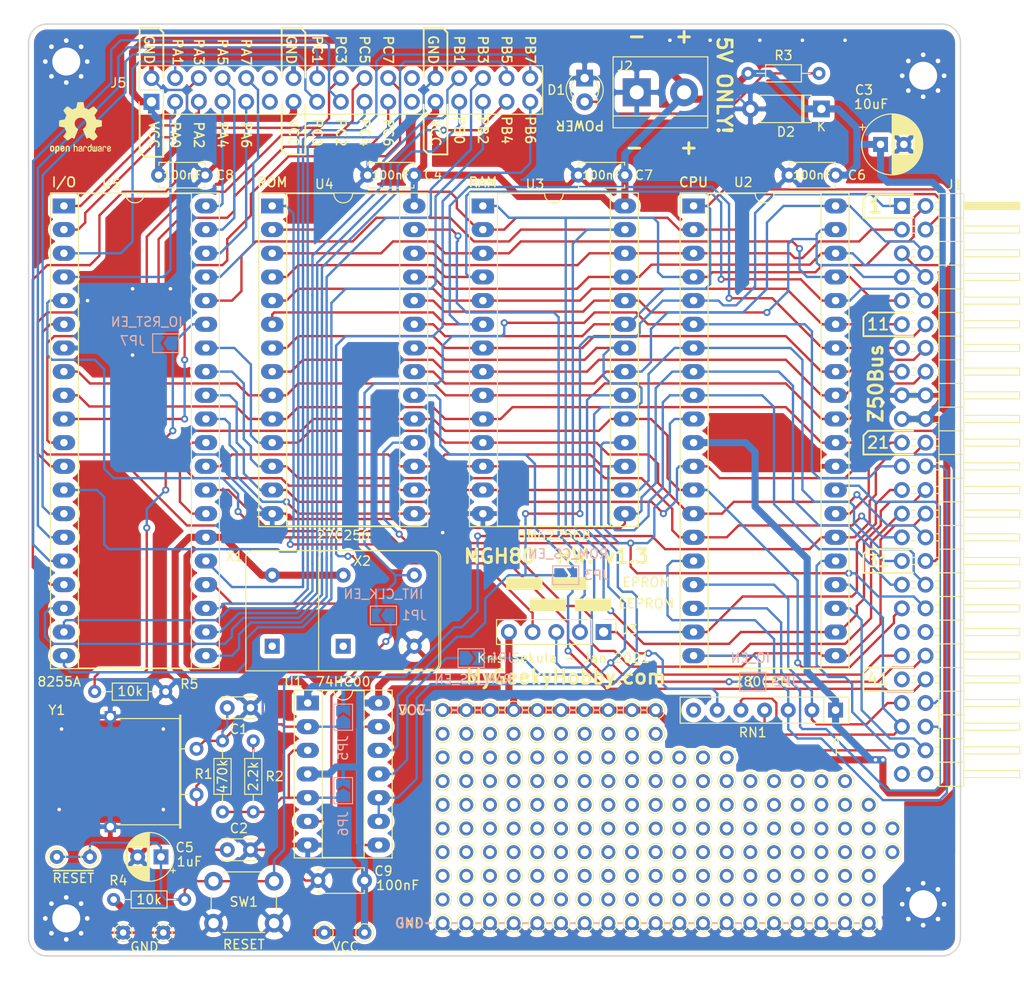
<source format=kicad_pcb>
(kicad_pcb (version 20171130) (host pcbnew "(5.1.5)-3")
  (layers (0 F.Cu signal) (31 B.Cu signal) (34 B.Paste user hide) (35 F.Paste user hide) (36 B.SilkS user hide) (37 F.SilkS user hide) (38 B.Mask user hide) (39 F.Mask user hide) (44 Edge.Cuts user hide))
  (net 0 "")
  (net 1 GND)
  (net 2 "Net-(C1-Pad2)")
  (net 3 "Net-(C2-Pad1)")
  (net 4 VCC)
  (net 5 /~RESET)
  (net 6 "Net-(D1-Pad2)")
  (net 7 /A15)
  (net 8 /A14)
  (net 9 /A13)
  (net 10 /A12)
  (net 11 /A11)
  (net 12 /A10)
  (net 13 /A9)
  (net 14 /A8)
  (net 15 /A7)
  (net 16 /A6)
  (net 17 /A5)
  (net 18 /A4)
  (net 19 /A3)
  (net 20 /A2)
  (net 21 /A1)
  (net 22 /A0)
  (net 23 /~M1)
  (net 24 /CLK)
  (net 25 /~INT)
  (net 26 /~MREQ)
  (net 27 /~WR)
  (net 28 /~IORQ)
  (net 29 /~RD)
  (net 30 /D1)
  (net 31 /D0)
  (net 32 /D3)
  (net 33 /D2)
  (net 34 /D5)
  (net 35 /D4)
  (net 36 /D7)
  (net 37 /D6)
  (net 38 /~RAM_CS)
  (net 39 /~IO_CS)
  (net 40 /~ROM_CS)
  (net 41 /~NMI)
  (net 42 /~RFSH)
  (net 43 /~Wait)
  (net 44 /~HALT)
  (net 45 /~BusRQ)
  (net 46 /~BusACK)
  (net 47 "Net-(J3-Pad2)")
  (net 48 "Net-(J3-Pad4)")
  (net 49 /PA0)
  (net 50 /PA1)
  (net 51 /PA2)
  (net 52 /PA3)
  (net 53 /PA4)
  (net 54 /PA5)
  (net 55 /PA6)
  (net 56 /PA7)
  (net 57 /PC0)
  (net 58 /PC1)
  (net 59 /PC2)
  (net 60 /PC3)
  (net 61 /PC4)
  (net 62 /PC5)
  (net 63 /PC6)
  (net 64 /PC7)
  (net 65 /PB0)
  (net 66 /PB1)
  (net 67 /PB2)
  (net 68 /PB3)
  (net 69 /PB4)
  (net 70 /PB5)
  (net 71 /PB6)
  (net 72 /PB7)
  (net 73 "Net-(JP1-Pad1)")
  (net 74 "Net-(JP4-Pad1)")
  (net 75 "Net-(U1-Pad13)")
  (net 76 "Net-(JP6-Pad1)")
  (net 77 /~WE)
  (net 78 /IO_RST)
  (module Capacitor_THT:C_Disc_D3.4mm_W2.1mm_P2.50mm (layer F.Cu) (at 105.41 129.794)
    (fp_text reference C2 (at 1.25 -2.3) (layer F.SilkS))
    (fp_text value 22pF)
    (pad 2 thru_hole circle (at 2.5 0) (size 1.6 1.6) (drill 0.8) (layers *.Cu *.Mask) (net 1 GND) (thermal_gap 0.762))
    (pad 1 thru_hole circle (at 0 0) (size 1.6 1.6) (drill 0.8) (layers *.Cu *.Mask) (net 3 "Net-(C2-Pad1)"))
  )
  (module Capacitor_THT:C_Disc_D3.4mm_W2.1mm_P2.50mm (layer F.Cu) (at 107.91 114.554 180)
    (fp_text reference C1 (at 1.25 -2.3) (layer F.SilkS))
    (fp_text value 22pF)
    (pad 2 thru_hole circle (at 2.5 0 180) (size 1.6 1.6) (drill 0.8) (layers *.Cu *.Mask) (net 2 "Net-(C1-Pad2)"))
    (pad 1 thru_hole circle (at 0 0 180) (size 1.6 1.6) (drill 0.8) (layers *.Cu *.Mask) (net 1 GND) (thermal_gap 0.762))
  )
  (module TestPoint:TestPoint_THTPad_D1.5mm_Drill0.7mm (layer F.Cu) (at 174.244 137.668)
    (fp_text reference TP4 hide)
    (fp_text value GND)
    (pad 1 thru_hole circle (at 0 0) (size 1.5 1.5) (drill 0.889) (layers *.Cu *.Mask) (net 1 GND) (thermal_gap 0.762))
  )
  (module TestPoint:TestPoint_THTPad_D1.5mm_Drill0.7mm (layer F.Cu) (at 171.704 137.668)
    (fp_text reference TP4 hide)
    (fp_text value GND)
    (pad 1 thru_hole circle (at 0 0) (size 1.5 1.5) (drill 0.889) (layers *.Cu *.Mask) (net 1 GND) (thermal_gap 0.762))
  )
  (module TestPoint:TestPoint_THTPad_D1.5mm_Drill0.7mm (layer F.Cu) (at 169.164 137.668)
    (fp_text reference TP4 hide)
    (fp_text value GND)
    (pad 1 thru_hole circle (at 0 0) (size 1.5 1.5) (drill 0.889) (layers *.Cu *.Mask) (net 1 GND) (thermal_gap 0.762))
  )
  (module TestPoint:TestPoint_THTPad_D1.5mm_Drill0.7mm (layer F.Cu) (at 166.624 137.668)
    (fp_text reference TP4 hide)
    (fp_text value GND)
    (pad 1 thru_hole circle (at 0 0) (size 1.5 1.5) (drill 0.889) (layers *.Cu *.Mask) (net 1 GND) (thermal_gap 0.762))
  )
  (module TestPoint:TestPoint_THTPad_D1.5mm_Drill0.7mm (layer F.Cu) (at 164.084 137.668)
    (fp_text reference TP4 hide)
    (fp_text value GND)
    (pad 1 thru_hole circle (at 0 0) (size 1.5 1.5) (drill 0.889) (layers *.Cu *.Mask) (net 1 GND) (thermal_gap 0.762))
  )
  (module TestPoint:TestPoint_THTPad_D1.5mm_Drill0.7mm (layer F.Cu) (at 161.544 137.668)
    (fp_text reference TP4 hide)
    (fp_text value GND)
    (pad 1 thru_hole circle (at 0 0) (size 1.5 1.5) (drill 0.889) (layers *.Cu *.Mask) (net 1 GND) (thermal_gap 0.762))
  )
  (module TestPoint:TestPoint_THTPad_D1.5mm_Drill0.7mm (layer F.Cu) (at 159.004 137.668)
    (fp_text reference TP4 hide)
    (fp_text value GND)
    (pad 1 thru_hole circle (at 0 0) (size 1.5 1.5) (drill 0.889) (layers *.Cu *.Mask) (net 1 GND) (thermal_gap 0.762))
  )
  (module TestPoint:TestPoint_THTPad_D1.5mm_Drill0.7mm (layer F.Cu) (at 156.464 137.668)
    (fp_text reference TP4 hide)
    (fp_text value GND)
    (pad 1 thru_hole circle (at 0 0) (size 1.5 1.5) (drill 0.889) (layers *.Cu *.Mask) (net 1 GND) (thermal_gap 0.762))
  )
  (module TestPoint:TestPoint_THTPad_D1.5mm_Drill0.7mm (layer F.Cu) (at 153.924 137.668)
    (fp_text reference TP4 hide)
    (fp_text value GND)
    (pad 1 thru_hole circle (at 0 0) (size 1.5 1.5) (drill 0.889) (layers *.Cu *.Mask) (net 1 GND) (thermal_gap 0.762))
  )
  (module TestPoint:TestPoint_THTPad_D1.5mm_Drill0.7mm (layer F.Cu) (at 151.384 137.668)
    (fp_text reference TP4 hide)
    (fp_text value GND)
    (pad 1 thru_hole circle (at 0 0) (size 1.5 1.5) (drill 0.889) (layers *.Cu *.Mask) (net 1 GND) (thermal_gap 0.762))
  )
  (module TestPoint:TestPoint_THTPad_D1.5mm_Drill0.7mm (layer F.Cu) (at 148.844 137.668)
    (fp_text reference TP4 hide)
    (fp_text value GND)
    (pad 1 thru_hole circle (at 0 0) (size 1.5 1.5) (drill 0.889) (layers *.Cu *.Mask) (net 1 GND) (thermal_gap 0.762))
  )
  (module TestPoint:TestPoint_THTPad_D1.5mm_Drill0.7mm (layer F.Cu) (at 146.304 137.668)
    (fp_text reference TP4 hide)
    (fp_text value GND)
    (pad 1 thru_hole circle (at 0 0) (size 1.5 1.5) (drill 0.889) (layers *.Cu *.Mask) (net 1 GND) (thermal_gap 0.762))
  )
  (module TestPoint:TestPoint_THTPad_D1.5mm_Drill0.7mm (layer F.Cu) (at 143.764 137.668)
    (fp_text reference TP4 hide)
    (fp_text value GND)
    (pad 1 thru_hole circle (at 0 0) (size 1.5 1.5) (drill 0.889) (layers *.Cu *.Mask) (net 1 GND) (thermal_gap 0.762))
  )
  (module TestPoint:TestPoint_THTPad_D1.5mm_Drill0.7mm (layer F.Cu) (at 141.224 137.668)
    (fp_text reference TP4 hide)
    (fp_text value GND)
    (pad 1 thru_hole circle (at 0 0) (size 1.5 1.5) (drill 0.889) (layers *.Cu *.Mask) (net 1 GND) (thermal_gap 0.762))
  )
  (module TestPoint:TestPoint_THTPad_D1.5mm_Drill0.7mm (layer F.Cu) (at 138.684 137.668)
    (fp_text reference TP4 hide)
    (fp_text value GND)
    (pad 1 thru_hole circle (at 0 0) (size 1.5 1.5) (drill 0.889) (layers *.Cu *.Mask) (net 1 GND) (thermal_gap 0.762))
  )
  (module TestPoint:TestPoint_THTPad_D1.5mm_Drill0.7mm (layer F.Cu) (at 136.144 137.668)
    (fp_text reference TP4 hide)
    (fp_text value GND)
    (pad 1 thru_hole circle (at 0 0) (size 1.5 1.5) (drill 0.889) (layers *.Cu *.Mask) (net 1 GND) (thermal_gap 0.762))
  )
  (module TestPoint:TestPoint_THTPad_D1.5mm_Drill0.7mm (layer F.Cu) (at 133.604 137.668)
    (fp_text reference TP4 hide)
    (fp_text value GND)
    (pad 1 thru_hole circle (at 0 0) (size 1.5 1.5) (drill 0.889) (layers *.Cu *.Mask) (net 1 GND) (thermal_gap 0.762))
  )
  (module TestPoint:TestPoint_THTPad_D1.5mm_Drill0.7mm (layer F.Cu) (at 131.064 137.668)
    (fp_text reference TP4 hide)
    (fp_text value GND)
    (pad 1 thru_hole circle (at 0 0) (size 1.5 1.5) (drill 0.889) (layers *.Cu *.Mask) (net 1 GND) (thermal_gap 0.762))
  )
  (module TestPoint:TestPoint_THTPad_D1.5mm_Drill0.7mm (layer F.Cu) (at 176.784 130.048)
    (fp_text reference REF**)
    (fp_text value TestPoint_THTPad_D1.5mm_Drill0.7mm)
    (pad 1 thru_hole circle (at 0 0) (size 1.5 1.5) (drill 0.889) (layers *.Cu *.Mask))
  )
  (module TestPoint:TestPoint_THTPad_D1.5mm_Drill0.7mm (layer F.Cu) (at 176.784 127.508)
    (fp_text reference REF**)
    (fp_text value TestPoint_THTPad_D1.5mm_Drill0.7mm)
    (pad 1 thru_hole circle (at 0 0) (size 1.5 1.5) (drill 0.889) (layers *.Cu *.Mask))
  )
  (module TestPoint:TestPoint_THTPad_D1.5mm_Drill0.7mm (layer F.Cu) (at 171.704 122.428)
    (fp_text reference REF**)
    (fp_text value TestPoint_THTPad_D1.5mm_Drill0.7mm)
    (pad 1 thru_hole circle (at 0 0) (size 1.5 1.5) (drill 0.889) (layers *.Cu *.Mask))
  )
  (module TestPoint:TestPoint_THTPad_D1.5mm_Drill0.7mm (layer F.Cu) (at 174.244 124.968)
    (fp_text reference REF**)
    (fp_text value TestPoint_THTPad_D1.5mm_Drill0.7mm)
    (pad 1 thru_hole circle (at 0 0) (size 1.5 1.5) (drill 0.889) (layers *.Cu *.Mask))
  )
  (module TestPoint:TestPoint_THTPad_D1.5mm_Drill0.7mm (layer F.Cu) (at 174.244 130.048)
    (fp_text reference REF**)
    (fp_text value TestPoint_THTPad_D1.5mm_Drill0.7mm)
    (pad 1 thru_hole circle (at 0 0) (size 1.5 1.5) (drill 0.889) (layers *.Cu *.Mask))
  )
  (module TestPoint:TestPoint_THTPad_D1.5mm_Drill0.7mm (layer F.Cu) (at 174.244 135.128)
    (fp_text reference REF**)
    (fp_text value TestPoint_THTPad_D1.5mm_Drill0.7mm)
    (pad 1 thru_hole circle (at 0 0) (size 1.5 1.5) (drill 0.889) (layers *.Cu *.Mask))
  )
  (module TestPoint:TestPoint_THTPad_D1.5mm_Drill0.7mm (layer F.Cu) (at 174.244 132.588)
    (fp_text reference REF**)
    (fp_text value TestPoint_THTPad_D1.5mm_Drill0.7mm)
    (pad 1 thru_hole circle (at 0 0) (size 1.5 1.5) (drill 0.889) (layers *.Cu *.Mask))
  )
  (module TestPoint:TestPoint_THTPad_D1.5mm_Drill0.7mm (layer F.Cu) (at 174.244 127.508)
    (fp_text reference REF**)
    (fp_text value TestPoint_THTPad_D1.5mm_Drill0.7mm)
    (pad 1 thru_hole circle (at 0 0) (size 1.5 1.5) (drill 0.889) (layers *.Cu *.Mask))
  )
  (module TestPoint:TestPoint_THTPad_D1.5mm_Drill0.7mm (layer F.Cu) (at 171.704 135.128)
    (fp_text reference REF**)
    (fp_text value TestPoint_THTPad_D1.5mm_Drill0.7mm)
    (pad 1 thru_hole circle (at 0 0) (size 1.5 1.5) (drill 0.889) (layers *.Cu *.Mask))
  )
  (module TestPoint:TestPoint_THTPad_D1.5mm_Drill0.7mm (layer F.Cu) (at 171.704 132.588)
    (fp_text reference REF**)
    (fp_text value TestPoint_THTPad_D1.5mm_Drill0.7mm)
    (pad 1 thru_hole circle (at 0 0) (size 1.5 1.5) (drill 0.889) (layers *.Cu *.Mask))
  )
  (module TestPoint:TestPoint_THTPad_D1.5mm_Drill0.7mm (layer F.Cu) (at 171.704 130.048)
    (fp_text reference REF**)
    (fp_text value TestPoint_THTPad_D1.5mm_Drill0.7mm)
    (pad 1 thru_hole circle (at 0 0) (size 1.5 1.5) (drill 0.889) (layers *.Cu *.Mask))
  )
  (module TestPoint:TestPoint_THTPad_D1.5mm_Drill0.7mm (layer F.Cu) (at 171.704 124.968)
    (fp_text reference REF**)
    (fp_text value TestPoint_THTPad_D1.5mm_Drill0.7mm)
    (pad 1 thru_hole circle (at 0 0) (size 1.5 1.5) (drill 0.889) (layers *.Cu *.Mask))
  )
  (module TestPoint:TestPoint_THTPad_D1.5mm_Drill0.7mm (layer F.Cu) (at 171.704 127.508)
    (fp_text reference REF**)
    (fp_text value TestPoint_THTPad_D1.5mm_Drill0.7mm)
    (pad 1 thru_hole circle (at 0 0) (size 1.5 1.5) (drill 0.889) (layers *.Cu *.Mask))
  )
  (module TestPoint:TestPoint_THTPad_D1.5mm_Drill0.7mm (layer F.Cu) (at 169.164 135.128)
    (fp_text reference REF**)
    (fp_text value TestPoint_THTPad_D1.5mm_Drill0.7mm)
    (pad 1 thru_hole circle (at 0 0) (size 1.5 1.5) (drill 0.889) (layers *.Cu *.Mask))
  )
  (module TestPoint:TestPoint_THTPad_D1.5mm_Drill0.7mm (layer F.Cu) (at 166.624 135.128)
    (fp_text reference REF**)
    (fp_text value TestPoint_THTPad_D1.5mm_Drill0.7mm)
    (pad 1 thru_hole circle (at 0 0) (size 1.5 1.5) (drill 0.889) (layers *.Cu *.Mask))
  )
  (module TestPoint:TestPoint_THTPad_D1.5mm_Drill0.7mm (layer F.Cu) (at 164.084 135.128)
    (fp_text reference REF**)
    (fp_text value TestPoint_THTPad_D1.5mm_Drill0.7mm)
    (pad 1 thru_hole circle (at 0 0) (size 1.5 1.5) (drill 0.889) (layers *.Cu *.Mask))
  )
  (module TestPoint:TestPoint_THTPad_D1.5mm_Drill0.7mm (layer F.Cu) (at 161.544 135.128)
    (fp_text reference REF**)
    (fp_text value TestPoint_THTPad_D1.5mm_Drill0.7mm)
    (pad 1 thru_hole circle (at 0 0) (size 1.5 1.5) (drill 0.889) (layers *.Cu *.Mask))
  )
  (module TestPoint:TestPoint_THTPad_D1.5mm_Drill0.7mm (layer F.Cu) (at 159.004 135.128)
    (fp_text reference REF**)
    (fp_text value TestPoint_THTPad_D1.5mm_Drill0.7mm)
    (pad 1 thru_hole circle (at 0 0) (size 1.5 1.5) (drill 0.889) (layers *.Cu *.Mask))
  )
  (module TestPoint:TestPoint_THTPad_D1.5mm_Drill0.7mm (layer F.Cu) (at 156.464 135.128)
    (fp_text reference REF**)
    (fp_text value TestPoint_THTPad_D1.5mm_Drill0.7mm)
    (pad 1 thru_hole circle (at 0 0) (size 1.5 1.5) (drill 0.889) (layers *.Cu *.Mask))
  )
  (module TestPoint:TestPoint_THTPad_D1.5mm_Drill0.7mm (layer F.Cu) (at 153.924 135.128)
    (fp_text reference REF**)
    (fp_text value TestPoint_THTPad_D1.5mm_Drill0.7mm)
    (pad 1 thru_hole circle (at 0 0) (size 1.5 1.5) (drill 0.889) (layers *.Cu *.Mask))
  )
  (module TestPoint:TestPoint_THTPad_D1.5mm_Drill0.7mm (layer F.Cu) (at 151.384 135.128)
    (fp_text reference REF**)
    (fp_text value TestPoint_THTPad_D1.5mm_Drill0.7mm)
    (pad 1 thru_hole circle (at 0 0) (size 1.5 1.5) (drill 0.889) (layers *.Cu *.Mask))
  )
  (module TestPoint:TestPoint_THTPad_D1.5mm_Drill0.7mm (layer F.Cu) (at 148.844 135.128)
    (fp_text reference REF**)
    (fp_text value TestPoint_THTPad_D1.5mm_Drill0.7mm)
    (pad 1 thru_hole circle (at 0 0) (size 1.5 1.5) (drill 0.889) (layers *.Cu *.Mask))
  )
  (module TestPoint:TestPoint_THTPad_D1.5mm_Drill0.7mm (layer F.Cu) (at 146.304 135.128)
    (fp_text reference REF**)
    (fp_text value TestPoint_THTPad_D1.5mm_Drill0.7mm)
    (pad 1 thru_hole circle (at 0 0) (size 1.5 1.5) (drill 0.889) (layers *.Cu *.Mask))
  )
  (module TestPoint:TestPoint_THTPad_D1.5mm_Drill0.7mm (layer F.Cu) (at 143.764 135.128)
    (fp_text reference REF**)
    (fp_text value TestPoint_THTPad_D1.5mm_Drill0.7mm)
    (pad 1 thru_hole circle (at 0 0) (size 1.5 1.5) (drill 0.889) (layers *.Cu *.Mask))
  )
  (module TestPoint:TestPoint_THTPad_D1.5mm_Drill0.7mm (layer F.Cu) (at 141.224 135.128)
    (fp_text reference REF**)
    (fp_text value TestPoint_THTPad_D1.5mm_Drill0.7mm)
    (pad 1 thru_hole circle (at 0 0) (size 1.5 1.5) (drill 0.889) (layers *.Cu *.Mask))
  )
  (module TestPoint:TestPoint_THTPad_D1.5mm_Drill0.7mm (layer F.Cu) (at 138.684 135.128)
    (fp_text reference REF**)
    (fp_text value TestPoint_THTPad_D1.5mm_Drill0.7mm)
    (pad 1 thru_hole circle (at 0 0) (size 1.5 1.5) (drill 0.889) (layers *.Cu *.Mask))
  )
  (module TestPoint:TestPoint_THTPad_D1.5mm_Drill0.7mm (layer F.Cu) (at 136.144 135.128)
    (fp_text reference REF**)
    (fp_text value TestPoint_THTPad_D1.5mm_Drill0.7mm)
    (pad 1 thru_hole circle (at 0 0) (size 1.5 1.5) (drill 0.889) (layers *.Cu *.Mask))
  )
  (module TestPoint:TestPoint_THTPad_D1.5mm_Drill0.7mm (layer F.Cu) (at 133.604 135.128)
    (fp_text reference REF**)
    (fp_text value TestPoint_THTPad_D1.5mm_Drill0.7mm)
    (pad 1 thru_hole circle (at 0 0) (size 1.5 1.5) (drill 0.889) (layers *.Cu *.Mask))
  )
  (module TestPoint:TestPoint_THTPad_D1.5mm_Drill0.7mm (layer F.Cu) (at 131.064 135.128)
    (fp_text reference REF**)
    (fp_text value TestPoint_THTPad_D1.5mm_Drill0.7mm)
    (pad 1 thru_hole circle (at 0 0) (size 1.5 1.5) (drill 0.889) (layers *.Cu *.Mask))
  )
  (module TestPoint:TestPoint_THTPad_D1.5mm_Drill0.7mm (layer F.Cu) (at 128.524 135.128)
    (fp_text reference REF**)
    (fp_text value TestPoint_THTPad_D1.5mm_Drill0.7mm)
    (pad 1 thru_hole circle (at 0 0) (size 1.5 1.5) (drill 0.889) (layers *.Cu *.Mask))
  )
  (module TestPoint:TestPoint_THTPad_D1.5mm_Drill0.7mm (layer F.Cu) (at 169.164 132.588)
    (fp_text reference REF**)
    (fp_text value TestPoint_THTPad_D1.5mm_Drill0.7mm)
    (pad 1 thru_hole circle (at 0 0) (size 1.5 1.5) (drill 0.889) (layers *.Cu *.Mask))
  )
  (module TestPoint:TestPoint_THTPad_D1.5mm_Drill0.7mm (layer F.Cu) (at 166.624 132.588)
    (fp_text reference REF**)
    (fp_text value TestPoint_THTPad_D1.5mm_Drill0.7mm)
    (pad 1 thru_hole circle (at 0 0) (size 1.5 1.5) (drill 0.889) (layers *.Cu *.Mask))
  )
  (module TestPoint:TestPoint_THTPad_D1.5mm_Drill0.7mm (layer F.Cu) (at 164.084 132.588)
    (fp_text reference REF**)
    (fp_text value TestPoint_THTPad_D1.5mm_Drill0.7mm)
    (pad 1 thru_hole circle (at 0 0) (size 1.5 1.5) (drill 0.889) (layers *.Cu *.Mask))
  )
  (module TestPoint:TestPoint_THTPad_D1.5mm_Drill0.7mm (layer F.Cu) (at 161.544 132.588)
    (fp_text reference REF**)
    (fp_text value TestPoint_THTPad_D1.5mm_Drill0.7mm)
    (pad 1 thru_hole circle (at 0 0) (size 1.5 1.5) (drill 0.889) (layers *.Cu *.Mask))
  )
  (module TestPoint:TestPoint_THTPad_D1.5mm_Drill0.7mm (layer F.Cu) (at 159.004 132.588)
    (fp_text reference REF**)
    (fp_text value TestPoint_THTPad_D1.5mm_Drill0.7mm)
    (pad 1 thru_hole circle (at 0 0) (size 1.5 1.5) (drill 0.889) (layers *.Cu *.Mask))
  )
  (module TestPoint:TestPoint_THTPad_D1.5mm_Drill0.7mm (layer F.Cu) (at 156.464 132.588)
    (fp_text reference REF**)
    (fp_text value TestPoint_THTPad_D1.5mm_Drill0.7mm)
    (pad 1 thru_hole circle (at 0 0) (size 1.5 1.5) (drill 0.889) (layers *.Cu *.Mask))
  )
  (module TestPoint:TestPoint_THTPad_D1.5mm_Drill0.7mm (layer F.Cu) (at 153.924 132.588)
    (fp_text reference REF**)
    (fp_text value TestPoint_THTPad_D1.5mm_Drill0.7mm)
    (pad 1 thru_hole circle (at 0 0) (size 1.5 1.5) (drill 0.889) (layers *.Cu *.Mask))
  )
  (module TestPoint:TestPoint_THTPad_D1.5mm_Drill0.7mm (layer F.Cu) (at 151.384 132.588)
    (fp_text reference REF**)
    (fp_text value TestPoint_THTPad_D1.5mm_Drill0.7mm)
    (pad 1 thru_hole circle (at 0 0) (size 1.5 1.5) (drill 0.889) (layers *.Cu *.Mask))
  )
  (module TestPoint:TestPoint_THTPad_D1.5mm_Drill0.7mm (layer F.Cu) (at 148.844 132.588)
    (fp_text reference REF**)
    (fp_text value TestPoint_THTPad_D1.5mm_Drill0.7mm)
    (pad 1 thru_hole circle (at 0 0) (size 1.5 1.5) (drill 0.889) (layers *.Cu *.Mask))
  )
  (module TestPoint:TestPoint_THTPad_D1.5mm_Drill0.7mm (layer F.Cu) (at 146.304 132.588)
    (fp_text reference REF**)
    (fp_text value TestPoint_THTPad_D1.5mm_Drill0.7mm)
    (pad 1 thru_hole circle (at 0 0) (size 1.5 1.5) (drill 0.889) (layers *.Cu *.Mask))
  )
  (module TestPoint:TestPoint_THTPad_D1.5mm_Drill0.7mm (layer F.Cu) (at 143.764 132.588)
    (fp_text reference REF**)
    (fp_text value TestPoint_THTPad_D1.5mm_Drill0.7mm)
    (pad 1 thru_hole circle (at 0 0) (size 1.5 1.5) (drill 0.889) (layers *.Cu *.Mask))
  )
  (module TestPoint:TestPoint_THTPad_D1.5mm_Drill0.7mm (layer F.Cu) (at 141.224 132.588)
    (fp_text reference REF**)
    (fp_text value TestPoint_THTPad_D1.5mm_Drill0.7mm)
    (pad 1 thru_hole circle (at 0 0) (size 1.5 1.5) (drill 0.889) (layers *.Cu *.Mask))
  )
  (module TestPoint:TestPoint_THTPad_D1.5mm_Drill0.7mm (layer F.Cu) (at 138.684 132.588)
    (fp_text reference REF**)
    (fp_text value TestPoint_THTPad_D1.5mm_Drill0.7mm)
    (pad 1 thru_hole circle (at 0 0) (size 1.5 1.5) (drill 0.889) (layers *.Cu *.Mask))
  )
  (module TestPoint:TestPoint_THTPad_D1.5mm_Drill0.7mm (layer F.Cu) (at 136.144 132.588)
    (fp_text reference REF**)
    (fp_text value TestPoint_THTPad_D1.5mm_Drill0.7mm)
    (pad 1 thru_hole circle (at 0 0) (size 1.5 1.5) (drill 0.889) (layers *.Cu *.Mask))
  )
  (module TestPoint:TestPoint_THTPad_D1.5mm_Drill0.7mm (layer F.Cu) (at 133.604 132.588)
    (fp_text reference REF**)
    (fp_text value TestPoint_THTPad_D1.5mm_Drill0.7mm)
    (pad 1 thru_hole circle (at 0 0) (size 1.5 1.5) (drill 0.889) (layers *.Cu *.Mask))
  )
  (module TestPoint:TestPoint_THTPad_D1.5mm_Drill0.7mm (layer F.Cu) (at 131.064 132.588)
    (fp_text reference REF**)
    (fp_text value TestPoint_THTPad_D1.5mm_Drill0.7mm)
    (pad 1 thru_hole circle (at 0 0) (size 1.5 1.5) (drill 0.889) (layers *.Cu *.Mask))
  )
  (module TestPoint:TestPoint_THTPad_D1.5mm_Drill0.7mm (layer F.Cu) (at 128.524 132.588)
    (fp_text reference REF**)
    (fp_text value TestPoint_THTPad_D1.5mm_Drill0.7mm)
    (pad 1 thru_hole circle (at 0 0) (size 1.5 1.5) (drill 0.889) (layers *.Cu *.Mask))
  )
  (module TestPoint:TestPoint_THTPad_D1.5mm_Drill0.7mm (layer F.Cu) (at 169.164 130.048)
    (fp_text reference REF**)
    (fp_text value TestPoint_THTPad_D1.5mm_Drill0.7mm)
    (pad 1 thru_hole circle (at 0 0) (size 1.5 1.5) (drill 0.889) (layers *.Cu *.Mask))
  )
  (module TestPoint:TestPoint_THTPad_D1.5mm_Drill0.7mm (layer F.Cu) (at 166.624 130.048)
    (fp_text reference REF**)
    (fp_text value TestPoint_THTPad_D1.5mm_Drill0.7mm)
    (pad 1 thru_hole circle (at 0 0) (size 1.5 1.5) (drill 0.889) (layers *.Cu *.Mask))
  )
  (module TestPoint:TestPoint_THTPad_D1.5mm_Drill0.7mm (layer F.Cu) (at 164.084 130.048)
    (fp_text reference REF**)
    (fp_text value TestPoint_THTPad_D1.5mm_Drill0.7mm)
    (pad 1 thru_hole circle (at 0 0) (size 1.5 1.5) (drill 0.889) (layers *.Cu *.Mask))
  )
  (module TestPoint:TestPoint_THTPad_D1.5mm_Drill0.7mm (layer F.Cu) (at 161.544 130.048)
    (fp_text reference REF**)
    (fp_text value TestPoint_THTPad_D1.5mm_Drill0.7mm)
    (pad 1 thru_hole circle (at 0 0) (size 1.5 1.5) (drill 0.889) (layers *.Cu *.Mask))
  )
  (module TestPoint:TestPoint_THTPad_D1.5mm_Drill0.7mm (layer F.Cu) (at 159.004 130.048)
    (fp_text reference REF**)
    (fp_text value TestPoint_THTPad_D1.5mm_Drill0.7mm)
    (pad 1 thru_hole circle (at 0 0) (size 1.5 1.5) (drill 0.889) (layers *.Cu *.Mask))
  )
  (module TestPoint:TestPoint_THTPad_D1.5mm_Drill0.7mm (layer F.Cu) (at 156.464 130.048)
    (fp_text reference REF**)
    (fp_text value TestPoint_THTPad_D1.5mm_Drill0.7mm)
    (pad 1 thru_hole circle (at 0 0) (size 1.5 1.5) (drill 0.889) (layers *.Cu *.Mask))
  )
  (module TestPoint:TestPoint_THTPad_D1.5mm_Drill0.7mm (layer F.Cu) (at 153.924 130.048)
    (fp_text reference REF**)
    (fp_text value TestPoint_THTPad_D1.5mm_Drill0.7mm)
    (pad 1 thru_hole circle (at 0 0) (size 1.5 1.5) (drill 0.889) (layers *.Cu *.Mask))
  )
  (module TestPoint:TestPoint_THTPad_D1.5mm_Drill0.7mm (layer F.Cu) (at 151.384 130.048)
    (fp_text reference REF**)
    (fp_text value TestPoint_THTPad_D1.5mm_Drill0.7mm)
    (pad 1 thru_hole circle (at 0 0) (size 1.5 1.5) (drill 0.889) (layers *.Cu *.Mask))
  )
  (module TestPoint:TestPoint_THTPad_D1.5mm_Drill0.7mm (layer F.Cu) (at 148.844 130.048)
    (fp_text reference REF**)
    (fp_text value TestPoint_THTPad_D1.5mm_Drill0.7mm)
    (pad 1 thru_hole circle (at 0 0) (size 1.5 1.5) (drill 0.889) (layers *.Cu *.Mask))
  )
  (module TestPoint:TestPoint_THTPad_D1.5mm_Drill0.7mm (layer F.Cu) (at 146.304 130.048)
    (fp_text reference REF**)
    (fp_text value TestPoint_THTPad_D1.5mm_Drill0.7mm)
    (pad 1 thru_hole circle (at 0 0) (size 1.5 1.5) (drill 0.889) (layers *.Cu *.Mask))
  )
  (module TestPoint:TestPoint_THTPad_D1.5mm_Drill0.7mm (layer F.Cu) (at 143.764 130.048)
    (fp_text reference REF**)
    (fp_text value TestPoint_THTPad_D1.5mm_Drill0.7mm)
    (pad 1 thru_hole circle (at 0 0) (size 1.5 1.5) (drill 0.889) (layers *.Cu *.Mask))
  )
  (module TestPoint:TestPoint_THTPad_D1.5mm_Drill0.7mm (layer F.Cu) (at 141.224 130.048)
    (fp_text reference REF**)
    (fp_text value TestPoint_THTPad_D1.5mm_Drill0.7mm)
    (pad 1 thru_hole circle (at 0 0) (size 1.5 1.5) (drill 0.889) (layers *.Cu *.Mask))
  )
  (module TestPoint:TestPoint_THTPad_D1.5mm_Drill0.7mm (layer F.Cu) (at 138.684 130.048)
    (fp_text reference REF**)
    (fp_text value TestPoint_THTPad_D1.5mm_Drill0.7mm)
    (pad 1 thru_hole circle (at 0 0) (size 1.5 1.5) (drill 0.889) (layers *.Cu *.Mask))
  )
  (module TestPoint:TestPoint_THTPad_D1.5mm_Drill0.7mm (layer F.Cu) (at 136.144 130.048)
    (fp_text reference REF**)
    (fp_text value TestPoint_THTPad_D1.5mm_Drill0.7mm)
    (pad 1 thru_hole circle (at 0 0) (size 1.5 1.5) (drill 0.889) (layers *.Cu *.Mask))
  )
  (module TestPoint:TestPoint_THTPad_D1.5mm_Drill0.7mm (layer F.Cu) (at 133.604 130.048)
    (fp_text reference REF**)
    (fp_text value TestPoint_THTPad_D1.5mm_Drill0.7mm)
    (pad 1 thru_hole circle (at 0 0) (size 1.5 1.5) (drill 0.889) (layers *.Cu *.Mask))
  )
  (module TestPoint:TestPoint_THTPad_D1.5mm_Drill0.7mm (layer F.Cu) (at 131.064 130.048)
    (fp_text reference REF**)
    (fp_text value TestPoint_THTPad_D1.5mm_Drill0.7mm)
    (pad 1 thru_hole circle (at 0 0) (size 1.5 1.5) (drill 0.889) (layers *.Cu *.Mask))
  )
  (module TestPoint:TestPoint_THTPad_D1.5mm_Drill0.7mm (layer F.Cu) (at 128.524 130.048)
    (fp_text reference REF**)
    (fp_text value TestPoint_THTPad_D1.5mm_Drill0.7mm)
    (pad 1 thru_hole circle (at 0 0) (size 1.5 1.5) (drill 0.889) (layers *.Cu *.Mask))
  )
  (module TestPoint:TestPoint_THTPad_D1.5mm_Drill0.7mm (layer F.Cu) (at 169.164 127.508)
    (fp_text reference REF**)
    (fp_text value TestPoint_THTPad_D1.5mm_Drill0.7mm)
    (pad 1 thru_hole circle (at 0 0) (size 1.5 1.5) (drill 0.889) (layers *.Cu *.Mask))
  )
  (module TestPoint:TestPoint_THTPad_D1.5mm_Drill0.7mm (layer F.Cu) (at 166.624 127.508)
    (fp_text reference REF**)
    (fp_text value TestPoint_THTPad_D1.5mm_Drill0.7mm)
    (pad 1 thru_hole circle (at 0 0) (size 1.5 1.5) (drill 0.889) (layers *.Cu *.Mask))
  )
  (module TestPoint:TestPoint_THTPad_D1.5mm_Drill0.7mm (layer F.Cu) (at 164.084 127.508)
    (fp_text reference REF**)
    (fp_text value TestPoint_THTPad_D1.5mm_Drill0.7mm)
    (pad 1 thru_hole circle (at 0 0) (size 1.5 1.5) (drill 0.889) (layers *.Cu *.Mask))
  )
  (module TestPoint:TestPoint_THTPad_D1.5mm_Drill0.7mm (layer F.Cu) (at 161.544 127.508)
    (fp_text reference REF**)
    (fp_text value TestPoint_THTPad_D1.5mm_Drill0.7mm)
    (pad 1 thru_hole circle (at 0 0) (size 1.5 1.5) (drill 0.889) (layers *.Cu *.Mask))
  )
  (module TestPoint:TestPoint_THTPad_D1.5mm_Drill0.7mm (layer F.Cu) (at 159.004 127.508)
    (fp_text reference REF**)
    (fp_text value TestPoint_THTPad_D1.5mm_Drill0.7mm)
    (pad 1 thru_hole circle (at 0 0) (size 1.5 1.5) (drill 0.889) (layers *.Cu *.Mask))
  )
  (module TestPoint:TestPoint_THTPad_D1.5mm_Drill0.7mm (layer F.Cu) (at 156.464 127.508)
    (fp_text reference REF**)
    (fp_text value TestPoint_THTPad_D1.5mm_Drill0.7mm)
    (pad 1 thru_hole circle (at 0 0) (size 1.5 1.5) (drill 0.889) (layers *.Cu *.Mask))
  )
  (module TestPoint:TestPoint_THTPad_D1.5mm_Drill0.7mm (layer F.Cu) (at 153.924 127.508)
    (fp_text reference REF**)
    (fp_text value TestPoint_THTPad_D1.5mm_Drill0.7mm)
    (pad 1 thru_hole circle (at 0 0) (size 1.5 1.5) (drill 0.889) (layers *.Cu *.Mask))
  )
  (module TestPoint:TestPoint_THTPad_D1.5mm_Drill0.7mm (layer F.Cu) (at 151.384 127.508)
    (fp_text reference REF**)
    (fp_text value TestPoint_THTPad_D1.5mm_Drill0.7mm)
    (pad 1 thru_hole circle (at 0 0) (size 1.5 1.5) (drill 0.889) (layers *.Cu *.Mask))
  )
  (module TestPoint:TestPoint_THTPad_D1.5mm_Drill0.7mm (layer F.Cu) (at 148.844 127.508)
    (fp_text reference REF**)
    (fp_text value TestPoint_THTPad_D1.5mm_Drill0.7mm)
    (pad 1 thru_hole circle (at 0 0) (size 1.5 1.5) (drill 0.889) (layers *.Cu *.Mask))
  )
  (module TestPoint:TestPoint_THTPad_D1.5mm_Drill0.7mm (layer F.Cu) (at 146.304 127.508)
    (fp_text reference REF**)
    (fp_text value TestPoint_THTPad_D1.5mm_Drill0.7mm)
    (pad 1 thru_hole circle (at 0 0) (size 1.5 1.5) (drill 0.889) (layers *.Cu *.Mask))
  )
  (module TestPoint:TestPoint_THTPad_D1.5mm_Drill0.7mm (layer F.Cu) (at 143.764 127.508)
    (fp_text reference REF**)
    (fp_text value TestPoint_THTPad_D1.5mm_Drill0.7mm)
    (pad 1 thru_hole circle (at 0 0) (size 1.5 1.5) (drill 0.889) (layers *.Cu *.Mask))
  )
  (module TestPoint:TestPoint_THTPad_D1.5mm_Drill0.7mm (layer F.Cu) (at 141.224 127.508)
    (fp_text reference REF**)
    (fp_text value TestPoint_THTPad_D1.5mm_Drill0.7mm)
    (pad 1 thru_hole circle (at 0 0) (size 1.5 1.5) (drill 0.889) (layers *.Cu *.Mask))
  )
  (module TestPoint:TestPoint_THTPad_D1.5mm_Drill0.7mm (layer F.Cu) (at 138.684 127.508)
    (fp_text reference REF**)
    (fp_text value TestPoint_THTPad_D1.5mm_Drill0.7mm)
    (pad 1 thru_hole circle (at 0 0) (size 1.5 1.5) (drill 0.889) (layers *.Cu *.Mask))
  )
  (module TestPoint:TestPoint_THTPad_D1.5mm_Drill0.7mm (layer F.Cu) (at 136.144 127.508)
    (fp_text reference REF**)
    (fp_text value TestPoint_THTPad_D1.5mm_Drill0.7mm)
    (pad 1 thru_hole circle (at 0 0) (size 1.5 1.5) (drill 0.889) (layers *.Cu *.Mask))
  )
  (module TestPoint:TestPoint_THTPad_D1.5mm_Drill0.7mm (layer F.Cu) (at 133.604 127.508)
    (fp_text reference REF**)
    (fp_text value TestPoint_THTPad_D1.5mm_Drill0.7mm)
    (pad 1 thru_hole circle (at 0 0) (size 1.5 1.5) (drill 0.889) (layers *.Cu *.Mask))
  )
  (module TestPoint:TestPoint_THTPad_D1.5mm_Drill0.7mm (layer F.Cu) (at 131.064 127.508)
    (fp_text reference REF**)
    (fp_text value TestPoint_THTPad_D1.5mm_Drill0.7mm)
    (pad 1 thru_hole circle (at 0 0) (size 1.5 1.5) (drill 0.889) (layers *.Cu *.Mask))
  )
  (module TestPoint:TestPoint_THTPad_D1.5mm_Drill0.7mm (layer F.Cu) (at 128.524 127.508)
    (fp_text reference REF**)
    (fp_text value TestPoint_THTPad_D1.5mm_Drill0.7mm)
    (pad 1 thru_hole circle (at 0 0) (size 1.5 1.5) (drill 0.889) (layers *.Cu *.Mask))
  )
  (module TestPoint:TestPoint_THTPad_D1.5mm_Drill0.7mm (layer F.Cu) (at 169.164 124.968)
    (fp_text reference REF**)
    (fp_text value TestPoint_THTPad_D1.5mm_Drill0.7mm)
    (pad 1 thru_hole circle (at 0 0) (size 1.5 1.5) (drill 0.889) (layers *.Cu *.Mask))
  )
  (module TestPoint:TestPoint_THTPad_D1.5mm_Drill0.7mm (layer F.Cu) (at 166.624 124.968)
    (fp_text reference REF**)
    (fp_text value TestPoint_THTPad_D1.5mm_Drill0.7mm)
    (pad 1 thru_hole circle (at 0 0) (size 1.5 1.5) (drill 0.889) (layers *.Cu *.Mask))
  )
  (module TestPoint:TestPoint_THTPad_D1.5mm_Drill0.7mm (layer F.Cu) (at 164.084 124.968)
    (fp_text reference REF**)
    (fp_text value TestPoint_THTPad_D1.5mm_Drill0.7mm)
    (pad 1 thru_hole circle (at 0 0) (size 1.5 1.5) (drill 0.889) (layers *.Cu *.Mask))
  )
  (module TestPoint:TestPoint_THTPad_D1.5mm_Drill0.7mm (layer F.Cu) (at 161.544 124.968)
    (fp_text reference REF**)
    (fp_text value TestPoint_THTPad_D1.5mm_Drill0.7mm)
    (pad 1 thru_hole circle (at 0 0) (size 1.5 1.5) (drill 0.889) (layers *.Cu *.Mask))
  )
  (module TestPoint:TestPoint_THTPad_D1.5mm_Drill0.7mm (layer F.Cu) (at 159.004 124.968)
    (fp_text reference REF**)
    (fp_text value TestPoint_THTPad_D1.5mm_Drill0.7mm)
    (pad 1 thru_hole circle (at 0 0) (size 1.5 1.5) (drill 0.889) (layers *.Cu *.Mask))
  )
  (module TestPoint:TestPoint_THTPad_D1.5mm_Drill0.7mm (layer F.Cu) (at 156.464 124.968)
    (fp_text reference REF**)
    (fp_text value TestPoint_THTPad_D1.5mm_Drill0.7mm)
    (pad 1 thru_hole circle (at 0 0) (size 1.5 1.5) (drill 0.889) (layers *.Cu *.Mask))
  )
  (module TestPoint:TestPoint_THTPad_D1.5mm_Drill0.7mm (layer F.Cu) (at 153.924 124.968)
    (fp_text reference REF**)
    (fp_text value TestPoint_THTPad_D1.5mm_Drill0.7mm)
    (pad 1 thru_hole circle (at 0 0) (size 1.5 1.5) (drill 0.889) (layers *.Cu *.Mask))
  )
  (module TestPoint:TestPoint_THTPad_D1.5mm_Drill0.7mm (layer F.Cu) (at 151.384 124.968)
    (fp_text reference REF**)
    (fp_text value TestPoint_THTPad_D1.5mm_Drill0.7mm)
    (pad 1 thru_hole circle (at 0 0) (size 1.5 1.5) (drill 0.889) (layers *.Cu *.Mask))
  )
  (module TestPoint:TestPoint_THTPad_D1.5mm_Drill0.7mm (layer F.Cu) (at 148.844 124.968)
    (fp_text reference REF**)
    (fp_text value TestPoint_THTPad_D1.5mm_Drill0.7mm)
    (pad 1 thru_hole circle (at 0 0) (size 1.5 1.5) (drill 0.889) (layers *.Cu *.Mask))
  )
  (module TestPoint:TestPoint_THTPad_D1.5mm_Drill0.7mm (layer F.Cu) (at 146.304 124.968)
    (fp_text reference REF**)
    (fp_text value TestPoint_THTPad_D1.5mm_Drill0.7mm)
    (pad 1 thru_hole circle (at 0 0) (size 1.5 1.5) (drill 0.889) (layers *.Cu *.Mask))
  )
  (module TestPoint:TestPoint_THTPad_D1.5mm_Drill0.7mm (layer F.Cu) (at 143.764 124.968)
    (fp_text reference REF**)
    (fp_text value TestPoint_THTPad_D1.5mm_Drill0.7mm)
    (pad 1 thru_hole circle (at 0 0) (size 1.5 1.5) (drill 0.889) (layers *.Cu *.Mask))
  )
  (module TestPoint:TestPoint_THTPad_D1.5mm_Drill0.7mm (layer F.Cu) (at 141.224 124.968)
    (fp_text reference REF**)
    (fp_text value TestPoint_THTPad_D1.5mm_Drill0.7mm)
    (pad 1 thru_hole circle (at 0 0) (size 1.5 1.5) (drill 0.889) (layers *.Cu *.Mask))
  )
  (module TestPoint:TestPoint_THTPad_D1.5mm_Drill0.7mm (layer F.Cu) (at 138.684 124.968)
    (fp_text reference REF**)
    (fp_text value TestPoint_THTPad_D1.5mm_Drill0.7mm)
    (pad 1 thru_hole circle (at 0 0) (size 1.5 1.5) (drill 0.889) (layers *.Cu *.Mask))
  )
  (module TestPoint:TestPoint_THTPad_D1.5mm_Drill0.7mm (layer F.Cu) (at 136.144 124.968)
    (fp_text reference REF**)
    (fp_text value TestPoint_THTPad_D1.5mm_Drill0.7mm)
    (pad 1 thru_hole circle (at 0 0) (size 1.5 1.5) (drill 0.889) (layers *.Cu *.Mask))
  )
  (module TestPoint:TestPoint_THTPad_D1.5mm_Drill0.7mm (layer F.Cu) (at 133.604 124.968)
    (fp_text reference REF**)
    (fp_text value TestPoint_THTPad_D1.5mm_Drill0.7mm)
    (pad 1 thru_hole circle (at 0 0) (size 1.5 1.5) (drill 0.889) (layers *.Cu *.Mask))
  )
  (module TestPoint:TestPoint_THTPad_D1.5mm_Drill0.7mm (layer F.Cu) (at 131.064 124.968)
    (fp_text reference REF**)
    (fp_text value TestPoint_THTPad_D1.5mm_Drill0.7mm)
    (pad 1 thru_hole circle (at 0 0) (size 1.5 1.5) (drill 0.889) (layers *.Cu *.Mask))
  )
  (module TestPoint:TestPoint_THTPad_D1.5mm_Drill0.7mm (layer F.Cu) (at 128.524 124.968)
    (fp_text reference REF**)
    (fp_text value TestPoint_THTPad_D1.5mm_Drill0.7mm)
    (pad 1 thru_hole circle (at 0 0) (size 1.5 1.5) (drill 0.889) (layers *.Cu *.Mask))
  )
  (module TestPoint:TestPoint_THTPad_D1.5mm_Drill0.7mm (layer F.Cu) (at 169.164 122.428)
    (fp_text reference REF**)
    (fp_text value TestPoint_THTPad_D1.5mm_Drill0.7mm)
    (pad 1 thru_hole circle (at 0 0) (size 1.5 1.5) (drill 0.889) (layers *.Cu *.Mask))
  )
  (module TestPoint:TestPoint_THTPad_D1.5mm_Drill0.7mm (layer F.Cu) (at 166.624 122.428)
    (fp_text reference REF**)
    (fp_text value TestPoint_THTPad_D1.5mm_Drill0.7mm)
    (pad 1 thru_hole circle (at 0 0) (size 1.5 1.5) (drill 0.889) (layers *.Cu *.Mask))
  )
  (module TestPoint:TestPoint_THTPad_D1.5mm_Drill0.7mm (layer F.Cu) (at 164.084 122.428)
    (fp_text reference REF**)
    (fp_text value TestPoint_THTPad_D1.5mm_Drill0.7mm)
    (pad 1 thru_hole circle (at 0 0) (size 1.5 1.5) (drill 0.889) (layers *.Cu *.Mask))
  )
  (module TestPoint:TestPoint_THTPad_D1.5mm_Drill0.7mm (layer F.Cu) (at 161.544 122.428)
    (fp_text reference REF**)
    (fp_text value TestPoint_THTPad_D1.5mm_Drill0.7mm)
    (pad 1 thru_hole circle (at 0 0) (size 1.5 1.5) (drill 0.889) (layers *.Cu *.Mask))
  )
  (module TestPoint:TestPoint_THTPad_D1.5mm_Drill0.7mm (layer F.Cu) (at 159.004 122.428)
    (fp_text reference REF**)
    (fp_text value TestPoint_THTPad_D1.5mm_Drill0.7mm)
    (pad 1 thru_hole circle (at 0 0) (size 1.5 1.5) (drill 0.889) (layers *.Cu *.Mask))
  )
  (module TestPoint:TestPoint_THTPad_D1.5mm_Drill0.7mm (layer F.Cu) (at 156.464 122.428)
    (fp_text reference REF**)
    (fp_text value TestPoint_THTPad_D1.5mm_Drill0.7mm)
    (pad 1 thru_hole circle (at 0 0) (size 1.5 1.5) (drill 0.889) (layers *.Cu *.Mask))
  )
  (module TestPoint:TestPoint_THTPad_D1.5mm_Drill0.7mm (layer F.Cu) (at 153.924 122.428)
    (fp_text reference REF**)
    (fp_text value TestPoint_THTPad_D1.5mm_Drill0.7mm)
    (pad 1 thru_hole circle (at 0 0) (size 1.5 1.5) (drill 0.889) (layers *.Cu *.Mask))
  )
  (module TestPoint:TestPoint_THTPad_D1.5mm_Drill0.7mm (layer F.Cu) (at 151.384 122.428)
    (fp_text reference REF**)
    (fp_text value TestPoint_THTPad_D1.5mm_Drill0.7mm)
    (pad 1 thru_hole circle (at 0 0) (size 1.5 1.5) (drill 0.889) (layers *.Cu *.Mask))
  )
  (module TestPoint:TestPoint_THTPad_D1.5mm_Drill0.7mm (layer F.Cu) (at 148.844 122.428)
    (fp_text reference REF**)
    (fp_text value TestPoint_THTPad_D1.5mm_Drill0.7mm)
    (pad 1 thru_hole circle (at 0 0) (size 1.5 1.5) (drill 0.889) (layers *.Cu *.Mask))
  )
  (module TestPoint:TestPoint_THTPad_D1.5mm_Drill0.7mm (layer F.Cu) (at 146.304 122.428)
    (fp_text reference REF**)
    (fp_text value TestPoint_THTPad_D1.5mm_Drill0.7mm)
    (pad 1 thru_hole circle (at 0 0) (size 1.5 1.5) (drill 0.889) (layers *.Cu *.Mask))
  )
  (module TestPoint:TestPoint_THTPad_D1.5mm_Drill0.7mm (layer F.Cu) (at 143.764 122.428)
    (fp_text reference REF**)
    (fp_text value TestPoint_THTPad_D1.5mm_Drill0.7mm)
    (pad 1 thru_hole circle (at 0 0) (size 1.5 1.5) (drill 0.889) (layers *.Cu *.Mask))
  )
  (module TestPoint:TestPoint_THTPad_D1.5mm_Drill0.7mm (layer F.Cu) (at 141.224 122.428)
    (fp_text reference REF**)
    (fp_text value TestPoint_THTPad_D1.5mm_Drill0.7mm)
    (pad 1 thru_hole circle (at 0 0) (size 1.5 1.5) (drill 0.889) (layers *.Cu *.Mask))
  )
  (module TestPoint:TestPoint_THTPad_D1.5mm_Drill0.7mm (layer F.Cu) (at 138.684 122.428)
    (fp_text reference REF**)
    (fp_text value TestPoint_THTPad_D1.5mm_Drill0.7mm)
    (pad 1 thru_hole circle (at 0 0) (size 1.5 1.5) (drill 0.889) (layers *.Cu *.Mask))
  )
  (module TestPoint:TestPoint_THTPad_D1.5mm_Drill0.7mm (layer F.Cu) (at 136.144 122.428)
    (fp_text reference REF**)
    (fp_text value TestPoint_THTPad_D1.5mm_Drill0.7mm)
    (pad 1 thru_hole circle (at 0 0) (size 1.5 1.5) (drill 0.889) (layers *.Cu *.Mask))
  )
  (module TestPoint:TestPoint_THTPad_D1.5mm_Drill0.7mm (layer F.Cu) (at 133.604 122.428)
    (fp_text reference REF**)
    (fp_text value TestPoint_THTPad_D1.5mm_Drill0.7mm)
    (pad 1 thru_hole circle (at 0 0) (size 1.5 1.5) (drill 0.889) (layers *.Cu *.Mask))
  )
  (module TestPoint:TestPoint_THTPad_D1.5mm_Drill0.7mm (layer F.Cu) (at 131.064 122.428)
    (fp_text reference REF**)
    (fp_text value TestPoint_THTPad_D1.5mm_Drill0.7mm)
    (pad 1 thru_hole circle (at 0 0) (size 1.5 1.5) (drill 0.889) (layers *.Cu *.Mask))
  )
  (module TestPoint:TestPoint_THTPad_D1.5mm_Drill0.7mm (layer F.Cu) (at 128.524 122.428)
    (fp_text reference REF**)
    (fp_text value TestPoint_THTPad_D1.5mm_Drill0.7mm)
    (pad 1 thru_hole circle (at 0 0) (size 1.5 1.5) (drill 0.889) (layers *.Cu *.Mask))
  )
  (module TestPoint:TestPoint_THTPad_D1.5mm_Drill0.7mm (layer F.Cu) (at 159.004 119.888)
    (fp_text reference REF**)
    (fp_text value TestPoint_THTPad_D1.5mm_Drill0.7mm)
    (pad 1 thru_hole circle (at 0 0) (size 1.5 1.5) (drill 0.889) (layers *.Cu *.Mask))
  )
  (module TestPoint:TestPoint_THTPad_D1.5mm_Drill0.7mm (layer F.Cu) (at 156.464 119.888)
    (fp_text reference REF**)
    (fp_text value TestPoint_THTPad_D1.5mm_Drill0.7mm)
    (pad 1 thru_hole circle (at 0 0) (size 1.5 1.5) (drill 0.889) (layers *.Cu *.Mask))
  )
  (module TestPoint:TestPoint_THTPad_D1.5mm_Drill0.7mm (layer F.Cu) (at 153.924 119.888)
    (fp_text reference REF**)
    (fp_text value TestPoint_THTPad_D1.5mm_Drill0.7mm)
    (pad 1 thru_hole circle (at 0 0) (size 1.5 1.5) (drill 0.889) (layers *.Cu *.Mask))
  )
  (module TestPoint:TestPoint_THTPad_D1.5mm_Drill0.7mm (layer F.Cu) (at 151.384 119.888)
    (fp_text reference REF**)
    (fp_text value TestPoint_THTPad_D1.5mm_Drill0.7mm)
    (pad 1 thru_hole circle (at 0 0) (size 1.5 1.5) (drill 0.889) (layers *.Cu *.Mask))
  )
  (module TestPoint:TestPoint_THTPad_D1.5mm_Drill0.7mm (layer F.Cu) (at 148.844 119.888)
    (fp_text reference REF**)
    (fp_text value TestPoint_THTPad_D1.5mm_Drill0.7mm)
    (pad 1 thru_hole circle (at 0 0) (size 1.5 1.5) (drill 0.889) (layers *.Cu *.Mask))
  )
  (module TestPoint:TestPoint_THTPad_D1.5mm_Drill0.7mm (layer F.Cu) (at 146.304 119.888)
    (fp_text reference REF**)
    (fp_text value TestPoint_THTPad_D1.5mm_Drill0.7mm)
    (pad 1 thru_hole circle (at 0 0) (size 1.5 1.5) (drill 0.889) (layers *.Cu *.Mask))
  )
  (module TestPoint:TestPoint_THTPad_D1.5mm_Drill0.7mm (layer F.Cu) (at 143.764 119.888)
    (fp_text reference REF**)
    (fp_text value TestPoint_THTPad_D1.5mm_Drill0.7mm)
    (pad 1 thru_hole circle (at 0 0) (size 1.5 1.5) (drill 0.889) (layers *.Cu *.Mask))
  )
  (module TestPoint:TestPoint_THTPad_D1.5mm_Drill0.7mm (layer F.Cu) (at 141.224 119.888)
    (fp_text reference REF**)
    (fp_text value TestPoint_THTPad_D1.5mm_Drill0.7mm)
    (pad 1 thru_hole circle (at 0 0) (size 1.5 1.5) (drill 0.889) (layers *.Cu *.Mask))
  )
  (module TestPoint:TestPoint_THTPad_D1.5mm_Drill0.7mm (layer F.Cu) (at 138.684 119.888)
    (fp_text reference REF**)
    (fp_text value TestPoint_THTPad_D1.5mm_Drill0.7mm)
    (pad 1 thru_hole circle (at 0 0) (size 1.5 1.5) (drill 0.889) (layers *.Cu *.Mask))
  )
  (module TestPoint:TestPoint_THTPad_D1.5mm_Drill0.7mm (layer F.Cu) (at 136.144 119.888)
    (fp_text reference REF**)
    (fp_text value TestPoint_THTPad_D1.5mm_Drill0.7mm)
    (pad 1 thru_hole circle (at 0 0) (size 1.5 1.5) (drill 0.889) (layers *.Cu *.Mask))
  )
  (module TestPoint:TestPoint_THTPad_D1.5mm_Drill0.7mm (layer F.Cu) (at 133.604 119.888)
    (fp_text reference REF**)
    (fp_text value TestPoint_THTPad_D1.5mm_Drill0.7mm)
    (pad 1 thru_hole circle (at 0 0) (size 1.5 1.5) (drill 0.889) (layers *.Cu *.Mask))
  )
  (module TestPoint:TestPoint_THTPad_D1.5mm_Drill0.7mm (layer F.Cu) (at 131.064 119.888)
    (fp_text reference REF**)
    (fp_text value TestPoint_THTPad_D1.5mm_Drill0.7mm)
    (pad 1 thru_hole circle (at 0 0) (size 1.5 1.5) (drill 0.889) (layers *.Cu *.Mask))
  )
  (module TestPoint:TestPoint_THTPad_D1.5mm_Drill0.7mm (layer F.Cu) (at 128.524 119.888)
    (fp_text reference REF**)
    (fp_text value TestPoint_THTPad_D1.5mm_Drill0.7mm)
    (pad 1 thru_hole circle (at 0 0) (size 1.5 1.5) (drill 0.889) (layers *.Cu *.Mask))
  )
  (module TestPoint:TestPoint_THTPad_D1.5mm_Drill0.7mm (layer F.Cu) (at 151.384 117.348)
    (fp_text reference REF**)
    (fp_text value TestPoint_THTPad_D1.5mm_Drill0.7mm)
    (pad 1 thru_hole circle (at 0 0) (size 1.5 1.5) (drill 0.889) (layers *.Cu *.Mask))
  )
  (module TestPoint:TestPoint_THTPad_D1.5mm_Drill0.7mm (layer F.Cu) (at 148.844 117.348)
    (fp_text reference REF**)
    (fp_text value TestPoint_THTPad_D1.5mm_Drill0.7mm)
    (pad 1 thru_hole circle (at 0 0) (size 1.5 1.5) (drill 0.889) (layers *.Cu *.Mask))
  )
  (module TestPoint:TestPoint_THTPad_D1.5mm_Drill0.7mm (layer F.Cu) (at 146.304 117.348)
    (fp_text reference REF**)
    (fp_text value TestPoint_THTPad_D1.5mm_Drill0.7mm)
    (pad 1 thru_hole circle (at 0 0) (size 1.5 1.5) (drill 0.889) (layers *.Cu *.Mask))
  )
  (module TestPoint:TestPoint_THTPad_D1.5mm_Drill0.7mm (layer F.Cu) (at 143.764 117.348)
    (fp_text reference REF**)
    (fp_text value TestPoint_THTPad_D1.5mm_Drill0.7mm)
    (pad 1 thru_hole circle (at 0 0) (size 1.5 1.5) (drill 0.889) (layers *.Cu *.Mask))
  )
  (module TestPoint:TestPoint_THTPad_D1.5mm_Drill0.7mm (layer F.Cu) (at 141.224 117.348)
    (fp_text reference REF**)
    (fp_text value TestPoint_THTPad_D1.5mm_Drill0.7mm)
    (pad 1 thru_hole circle (at 0 0) (size 1.5 1.5) (drill 0.889) (layers *.Cu *.Mask))
  )
  (module TestPoint:TestPoint_THTPad_D1.5mm_Drill0.7mm (layer F.Cu) (at 138.684 117.348)
    (fp_text reference REF**)
    (fp_text value TestPoint_THTPad_D1.5mm_Drill0.7mm)
    (pad 1 thru_hole circle (at 0 0) (size 1.5 1.5) (drill 0.889) (layers *.Cu *.Mask))
  )
  (module TestPoint:TestPoint_THTPad_D1.5mm_Drill0.7mm (layer F.Cu) (at 136.144 117.348)
    (fp_text reference REF**)
    (fp_text value TestPoint_THTPad_D1.5mm_Drill0.7mm)
    (pad 1 thru_hole circle (at 0 0) (size 1.5 1.5) (drill 0.889) (layers *.Cu *.Mask))
  )
  (module TestPoint:TestPoint_THTPad_D1.5mm_Drill0.7mm (layer F.Cu) (at 133.604 117.348)
    (fp_text reference REF**)
    (fp_text value TestPoint_THTPad_D1.5mm_Drill0.7mm)
    (pad 1 thru_hole circle (at 0 0) (size 1.5 1.5) (drill 0.889) (layers *.Cu *.Mask))
  )
  (module TestPoint:TestPoint_THTPad_D1.5mm_Drill0.7mm (layer F.Cu) (at 131.064 117.348)
    (fp_text reference REF**)
    (fp_text value TestPoint_THTPad_D1.5mm_Drill0.7mm)
    (pad 1 thru_hole circle (at 0 0) (size 1.5 1.5) (drill 0.889) (layers *.Cu *.Mask))
  )
  (module TestPoint:TestPoint_THTPad_D1.5mm_Drill0.7mm (layer F.Cu) (at 128.524 117.348)
    (fp_text reference REF**)
    (fp_text value TestPoint_THTPad_D1.5mm_Drill0.7mm)
    (pad 1 thru_hole circle (at 0 0) (size 1.5 1.5) (drill 0.889) (layers *.Cu *.Mask))
  )
  (module TestPoint:TestPoint_THTPad_D1.5mm_Drill0.7mm (layer F.Cu) (at 151.384 114.808 180)
    (fp_text reference TP3)
    (fp_text value "5V VCC")
    (pad 1 thru_hole circle (at 0 0 180) (size 1.5 1.5) (drill 0.889) (layers *.Cu *.Mask) (net 4 VCC))
  )
  (module TestPoint:TestPoint_THTPad_D1.5mm_Drill0.7mm (layer F.Cu) (at 148.844 114.808 180)
    (fp_text reference TP3)
    (fp_text value "5V VCC")
    (pad 1 thru_hole circle (at 0 0 180) (size 1.5 1.5) (drill 0.889) (layers *.Cu *.Mask) (net 4 VCC))
  )
  (module TestPoint:TestPoint_THTPad_D1.5mm_Drill0.7mm (layer F.Cu) (at 146.304 114.808 180)
    (fp_text reference TP3)
    (fp_text value "5V VCC")
    (pad 1 thru_hole circle (at 0 0 180) (size 1.5 1.5) (drill 0.889) (layers *.Cu *.Mask) (net 4 VCC))
  )
  (module TestPoint:TestPoint_THTPad_D1.5mm_Drill0.7mm (layer F.Cu) (at 143.764 114.808 180)
    (fp_text reference TP3)
    (fp_text value "5V VCC")
    (pad 1 thru_hole circle (at 0 0 180) (size 1.5 1.5) (drill 0.889) (layers *.Cu *.Mask) (net 4 VCC))
  )
  (module TestPoint:TestPoint_THTPad_D1.5mm_Drill0.7mm (layer F.Cu) (at 141.224 114.808 180)
    (fp_text reference TP3)
    (fp_text value "5V VCC")
    (pad 1 thru_hole circle (at 0 0 180) (size 1.5 1.5) (drill 0.889) (layers *.Cu *.Mask) (net 4 VCC))
  )
  (module TestPoint:TestPoint_THTPad_D1.5mm_Drill0.7mm (layer F.Cu) (at 138.684 114.808 180)
    (fp_text reference TP3)
    (fp_text value "5V VCC")
    (pad 1 thru_hole circle (at 0 0 180) (size 1.5 1.5) (drill 0.889) (layers *.Cu *.Mask) (net 4 VCC))
  )
  (module TestPoint:TestPoint_THTPad_D1.5mm_Drill0.7mm (layer F.Cu) (at 136.144 114.808 180)
    (fp_text reference TP3)
    (fp_text value "5V VCC")
    (pad 1 thru_hole circle (at 0 0 180) (size 1.5 1.5) (drill 0.889) (layers *.Cu *.Mask) (net 4 VCC))
  )
  (module TestPoint:TestPoint_THTPad_D1.5mm_Drill0.7mm (layer F.Cu) (at 133.604 114.808 180)
    (fp_text reference TP3)
    (fp_text value "5V VCC")
    (pad 1 thru_hole circle (at 0 0 180) (size 1.5 1.5) (drill 0.889) (layers *.Cu *.Mask) (net 4 VCC))
  )
  (module TestPoint:TestPoint_THTPad_D1.5mm_Drill0.7mm (layer F.Cu) (at 131.064 114.808 180)
    (fp_text reference TP3)
    (fp_text value "5V VCC")
    (pad 1 thru_hole circle (at 0 0 180) (size 1.5 1.5) (drill 0.889) (layers *.Cu *.Mask) (net 4 VCC))
  )
  (module TestPoint:TestPoint_THTPad_D1.5mm_Drill0.7mm (layer F.Cu) (at 128.524 114.808 180)
    (fp_text reference TP3)
    (fp_text value "5V VCC")
    (pad 1 thru_hole circle (at 0 0 180) (size 1.5 1.5) (drill 0.889) (layers *.Cu *.Mask) (net 4 VCC))
  )
  (module TestPoint:TestPoint_THTPad_D1.5mm_Drill0.7mm (layer F.Cu) (at 128.524 137.668)
    (fp_text reference TP4 hide)
    (fp_text value GND)
    (pad 1 thru_hole circle (at 0 0) (size 1.5 1.5) (drill 0.889) (layers *.Cu *.Mask) (net 1 GND) (thermal_gap 0.762))
  )
  (module Resistor_THT:R_Axial_DIN0204_L3.6mm_D1.6mm_P7.62mm_Horizontal (layer F.Cu) (at 98.806 112.824 180)
    (fp_text reference R5 (at -2.54 0.81) (layer F.SilkS))
    (fp_text value 10k (at 3.81 0.048) (layer F.SilkS))
    (pad 2 thru_hole oval (at 7.62 0 180) (size 1.4 1.4) (drill 0.7) (layers *.Cu *.Mask) (net 78 /IO_RST))
    (pad 1 thru_hole circle (at 0 0 180) (size 1.4 1.4) (drill 0.7) (layers *.Cu *.Mask) (net 1 GND) (thermal_gap 0.762))
  )
  (module Jumper:SolderJumper-2_P1.3mm_Open_TrianglePad1.0x1.5mm (layer B.Cu) (at 98.806 75.438 180)
    (fp_text reference JP7 (at 3.556 0.254) (layer B.SilkS) (effects (justify mirror)))
    (fp_text value IO_RST_EN (at 2.032 2.286) (layer B.SilkS) (effects (justify mirror)))
    (pad 1 smd custom (at -0.725 0 180) (size 0.3 0.3) (layers B.Cu B.Mask) (net 78 /IO_RST) (options (clearance outline) (anchor rect)) (primitives (gr_poly (pts (xy -0.5 0.75) (xy 0.5 0.75) (xy 1 0) (xy 0.5 -0.75) (xy -0.5 -0.75)) (width 0))))
    (pad 2 smd custom (at 0.725 0 180) (size 0.3 0.3) (layers B.Cu B.Mask) (net 1 GND) (options (clearance outline) (anchor rect)) (primitives (gr_poly (pts (xy -0.65 0.75) (xy 0.5 0.75) (xy 0.5 -0.75) (xy -0.65 -0.75) (xy -0.15 0)) (width 0))))
  )
  (module TestPoint:TestPoint_THTPad_D1.5mm_Drill0.7mm (layer F.Cu) (at 90.672 130.556)
    (fp_text reference TP6 hide)
    (fp_text value "5V VCC")
    (pad 1 thru_hole circle (at 0 0) (size 1.5 1.5) (drill 0.7) (layers *.Cu *.Mask) (net 5 /~RESET))
  )
  (module TestPoint:TestPoint_THTPad_D1.5mm_Drill0.7mm (layer F.Cu) (at 87.122 130.556)
    (fp_text reference TP5 hide)
    (fp_text value "5V VCC")
    (pad 1 thru_hole circle (at 0 0) (size 1.5 1.5) (drill 0.7) (layers *.Cu *.Mask) (net 5 /~RESET))
  )
  (module Symbol:OSHW-Logo2_7.3x6mm_SilkScreen (layer F.Cu) (at 89.662 52.324)
    (fp_text reference REF** hide)
    (fp_text value OSHW-Logo2_7.3x6mm_SilkScreen hide)
  )
  (module Resistor_THT:R_Array_SIP7 (layer F.Cu) (at 170.688 114.808 180)
    (fp_text reference RN1 (at 8.89 -2.4) (layer F.SilkS))
    (fp_text value 10k)
    (pad 1 thru_hole rect (at 0 0 180) (size 1.6 1.6) (drill 0.8) (layers *.Cu *.Mask) (net 4 VCC))
    (pad 2 thru_hole oval (at 2.54 0 180) (size 1.6 1.6) (drill 0.8) (layers *.Cu *.Mask) (net 41 /~NMI))
    (pad 3 thru_hole oval (at 5.08 0 180) (size 1.6 1.6) (drill 0.8) (layers *.Cu *.Mask) (net 25 /~INT))
    (pad 4 thru_hole oval (at 7.62 0 180) (size 1.6 1.6) (drill 0.8) (layers *.Cu *.Mask) (net 45 /~BusRQ))
    (pad 5 thru_hole oval (at 10.16 0 180) (size 1.6 1.6) (drill 0.8) (layers *.Cu *.Mask) (net 43 /~Wait))
    (pad 6 thru_hole oval (at 12.7 0 180) (size 1.6 1.6) (drill 0.8) (layers *.Cu *.Mask) (net 77 /~WE))
    (pad 7 thru_hole oval (at 15.24 0 180) (size 1.6 1.6) (drill 0.8) (layers *.Cu *.Mask))
  )
  (module Jumper:SolderJumper-2_P1.3mm_Open_TrianglePad1.0x1.5mm (layer B.Cu) (at 117.856 115.57 90)
    (fp_text reference JP5 (at -3.302 0 90) (layer B.SilkS) (effects (justify mirror)))
    (fp_text value Input_to_VCC hide)
    (pad 1 smd custom (at -0.725 0 90) (size 0.3 0.3) (layers B.Cu B.Mask) (net 2 "Net-(C1-Pad2)") (options (clearance outline) (anchor rect)) (primitives (gr_poly (pts (xy -0.5 0.75) (xy 0.5 0.75) (xy 1 0) (xy 0.5 -0.75) (xy -0.5 -0.75)) (width 0))))
    (pad 2 smd custom (at 0.725 0 90) (size 0.3 0.3) (layers B.Cu B.Mask) (net 4 VCC) (options (clearance outline) (anchor rect)) (primitives (gr_poly (pts (xy -0.65 0.75) (xy 0.5 0.75) (xy 0.5 -0.75) (xy -0.65 -0.75) (xy -0.15 0)) (width 0))))
  )
  (module Crystal:Crystal_HC18-U_Horizontal_1EP_style2 (layer F.Cu) (at 102.108 118.962 270)
    (fp_text reference Y1 (at -4.154 14.986) (layer F.SilkS))
    (fp_text value 4MHz)
    (pad 3 thru_hole rect (at 8.35 9.25 270) (size 1.2 1.2) (drill 0.8) (layers *.Cu *.Mask) (net 1 GND))
    (pad 3 thru_hole rect (at -3.45 9.25 270) (size 1.2 1.2) (drill 0.8) (layers *.Cu *.Mask) (net 1 GND))
    (pad 3 smd rect (at 2.45 9.25 270) (size 11.000001 13.500001) (layers F.Cu F.Paste F.Mask) (net 1 GND))
    (pad 2 thru_hole circle (at 4.9 0 270) (size 1.5 1.5) (drill 0.8) (layers *.Cu *.Mask) (net 3 "Net-(C2-Pad1)"))
    (pad 1 thru_hole circle (at 0 0 270) (size 1.5 1.5) (drill 0.8) (layers *.Cu *.Mask) (net 2 "Net-(C1-Pad2)"))
  )
  (module Package_DIP:DIP-40_W15.24mm_Socket_LongPads (layer F.Cu) (at 87.884 60.706)
    (fp_text reference U5 (at 5.08 -2.33) (layer F.SilkS))
    (fp_text value 8255A (at -0.508 51.054) (layer F.SilkS))
    (pad 40 thru_hole oval (at 15.24 0) (size 2.4 1.6) (drill 0.8) (layers *.Cu *.Mask) (net 53 /PA4))
    (pad 20 thru_hole oval (at 0 48.26) (size 2.4 1.6) (drill 0.8) (layers *.Cu *.Mask) (net 67 /PB2))
    (pad 39 thru_hole oval (at 15.24 2.54) (size 2.4 1.6) (drill 0.8) (layers *.Cu *.Mask) (net 54 /PA5))
    (pad 19 thru_hole oval (at 0 45.72) (size 2.4 1.6) (drill 0.8) (layers *.Cu *.Mask) (net 66 /PB1))
    (pad 38 thru_hole oval (at 15.24 5.08) (size 2.4 1.6) (drill 0.8) (layers *.Cu *.Mask) (net 55 /PA6))
    (pad 18 thru_hole oval (at 0 43.18) (size 2.4 1.6) (drill 0.8) (layers *.Cu *.Mask) (net 65 /PB0))
    (pad 37 thru_hole oval (at 15.24 7.62) (size 2.4 1.6) (drill 0.8) (layers *.Cu *.Mask) (net 56 /PA7))
    (pad 17 thru_hole oval (at 0 40.64) (size 2.4 1.6) (drill 0.8) (layers *.Cu *.Mask) (net 60 /PC3))
    (pad 36 thru_hole oval (at 15.24 10.16) (size 2.4 1.6) (drill 0.8) (layers *.Cu *.Mask) (net 27 /~WR))
    (pad 16 thru_hole oval (at 0 38.1) (size 2.4 1.6) (drill 0.8) (layers *.Cu *.Mask) (net 59 /PC2))
    (pad 35 thru_hole oval (at 15.24 12.7) (size 2.4 1.6) (drill 0.8) (layers *.Cu *.Mask) (net 78 /IO_RST))
    (pad 15 thru_hole oval (at 0 35.56) (size 2.4 1.6) (drill 0.8) (layers *.Cu *.Mask) (net 58 /PC1))
    (pad 34 thru_hole oval (at 15.24 15.24) (size 2.4 1.6) (drill 0.8) (layers *.Cu *.Mask) (net 31 /D0))
    (pad 14 thru_hole oval (at 0 33.02) (size 2.4 1.6) (drill 0.8) (layers *.Cu *.Mask) (net 57 /PC0))
    (pad 33 thru_hole oval (at 15.24 17.78) (size 2.4 1.6) (drill 0.8) (layers *.Cu *.Mask) (net 30 /D1))
    (pad 13 thru_hole oval (at 0 30.48) (size 2.4 1.6) (drill 0.8) (layers *.Cu *.Mask) (net 61 /PC4))
    (pad 32 thru_hole oval (at 15.24 20.32) (size 2.4 1.6) (drill 0.8) (layers *.Cu *.Mask) (net 33 /D2))
    (pad 12 thru_hole oval (at 0 27.94) (size 2.4 1.6) (drill 0.8) (layers *.Cu *.Mask) (net 62 /PC5))
    (pad 31 thru_hole oval (at 15.24 22.86) (size 2.4 1.6) (drill 0.8) (layers *.Cu *.Mask) (net 32 /D3))
    (pad 11 thru_hole oval (at 0 25.4) (size 2.4 1.6) (drill 0.8) (layers *.Cu *.Mask) (net 63 /PC6))
    (pad 30 thru_hole oval (at 15.24 25.4) (size 2.4 1.6) (drill 0.8) (layers *.Cu *.Mask) (net 35 /D4))
    (pad 10 thru_hole oval (at 0 22.86) (size 2.4 1.6) (drill 0.8) (layers *.Cu *.Mask) (net 64 /PC7))
    (pad 29 thru_hole oval (at 15.24 27.94) (size 2.4 1.6) (drill 0.8) (layers *.Cu *.Mask) (net 34 /D5))
    (pad 9 thru_hole oval (at 0 20.32) (size 2.4 1.6) (drill 0.8) (layers *.Cu *.Mask) (net 22 /A0))
    (pad 28 thru_hole oval (at 15.24 30.48) (size 2.4 1.6) (drill 0.8) (layers *.Cu *.Mask) (net 37 /D6))
    (pad 8 thru_hole oval (at 0 17.78) (size 2.4 1.6) (drill 0.8) (layers *.Cu *.Mask) (net 21 /A1))
    (pad 27 thru_hole oval (at 15.24 33.02) (size 2.4 1.6) (drill 0.8) (layers *.Cu *.Mask) (net 36 /D7))
    (pad 7 thru_hole oval (at 0 15.24) (size 2.4 1.6) (drill 0.8) (layers *.Cu *.Mask) (net 1 GND))
    (pad 26 thru_hole oval (at 15.24 35.56) (size 2.4 1.6) (drill 0.8) (layers *.Cu *.Mask) (net 4 VCC))
    (pad 6 thru_hole oval (at 0 12.7) (size 2.4 1.6) (drill 0.8) (layers *.Cu *.Mask) (net 39 /~IO_CS))
    (pad 25 thru_hole oval (at 15.24 38.1) (size 2.4 1.6) (drill 0.8) (layers *.Cu *.Mask) (net 72 /PB7))
    (pad 5 thru_hole oval (at 0 10.16) (size 2.4 1.6) (drill 0.8) (layers *.Cu *.Mask) (net 29 /~RD))
    (pad 24 thru_hole oval (at 15.24 40.64) (size 2.4 1.6) (drill 0.8) (layers *.Cu *.Mask) (net 71 /PB6))
    (pad 4 thru_hole oval (at 0 7.62) (size 2.4 1.6) (drill 0.8) (layers *.Cu *.Mask) (net 49 /PA0))
    (pad 23 thru_hole oval (at 15.24 43.18) (size 2.4 1.6) (drill 0.8) (layers *.Cu *.Mask) (net 70 /PB5))
    (pad 3 thru_hole oval (at 0 5.08) (size 2.4 1.6) (drill 0.8) (layers *.Cu *.Mask) (net 50 /PA1))
    (pad 22 thru_hole oval (at 15.24 45.72) (size 2.4 1.6) (drill 0.8) (layers *.Cu *.Mask) (net 69 /PB4))
    (pad 2 thru_hole oval (at 0 2.54) (size 2.4 1.6) (drill 0.8) (layers *.Cu *.Mask) (net 51 /PA2))
    (pad 21 thru_hole oval (at 15.24 48.26) (size 2.4 1.6) (drill 0.8) (layers *.Cu *.Mask) (net 68 /PB3))
    (pad 1 thru_hole rect (at 0 0) (size 2.4 1.6) (drill 0.8) (layers *.Cu *.Mask) (net 52 /PA3))
  )
  (module Connector_PinHeader_2.54mm:PinHeader_2x25_P2.54mm_Horizontal (layer F.Cu) (at 177.8 60.706)
    (fp_text reference J1 (at 5.655 -2.27) (layer F.SilkS))
    (fp_text value Z80Bus)
    (pad 1 thru_hole rect (at 0 0) (size 1.7 1.7) (drill 1) (layers *.Cu *.Mask) (net 7 /A15))
    (pad 2 thru_hole oval (at 2.54 0) (size 1.7 1.7) (drill 1) (layers *.Cu *.Mask) (net 8 /A14))
    (pad 3 thru_hole oval (at 0 2.54) (size 1.7 1.7) (drill 1) (layers *.Cu *.Mask) (net 9 /A13))
    (pad 4 thru_hole oval (at 2.54 2.54) (size 1.7 1.7) (drill 1) (layers *.Cu *.Mask) (net 10 /A12))
    (pad 5 thru_hole oval (at 0 5.08) (size 1.7 1.7) (drill 1) (layers *.Cu *.Mask) (net 11 /A11))
    (pad 6 thru_hole oval (at 2.54 5.08) (size 1.7 1.7) (drill 1) (layers *.Cu *.Mask) (net 12 /A10))
    (pad 7 thru_hole oval (at 0 7.62) (size 1.7 1.7) (drill 1) (layers *.Cu *.Mask) (net 13 /A9))
    (pad 8 thru_hole oval (at 2.54 7.62) (size 1.7 1.7) (drill 1) (layers *.Cu *.Mask) (net 14 /A8))
    (pad 9 thru_hole oval (at 0 10.16) (size 1.7 1.7) (drill 1) (layers *.Cu *.Mask) (net 15 /A7))
    (pad 10 thru_hole oval (at 2.54 10.16) (size 1.7 1.7) (drill 1) (layers *.Cu *.Mask) (net 16 /A6))
    (pad 11 thru_hole oval (at 0 12.7) (size 1.7 1.7) (drill 1) (layers *.Cu *.Mask) (net 17 /A5))
    (pad 12 thru_hole oval (at 2.54 12.7) (size 1.7 1.7) (drill 1) (layers *.Cu *.Mask) (net 18 /A4))
    (pad 13 thru_hole oval (at 0 15.24) (size 1.7 1.7) (drill 1) (layers *.Cu *.Mask) (net 19 /A3))
    (pad 14 thru_hole oval (at 2.54 15.24) (size 1.7 1.7) (drill 1) (layers *.Cu *.Mask) (net 20 /A2))
    (pad 15 thru_hole oval (at 0 17.78) (size 1.7 1.7) (drill 1) (layers *.Cu *.Mask) (net 21 /A1))
    (pad 16 thru_hole oval (at 2.54 17.78) (size 1.7 1.7) (drill 1) (layers *.Cu *.Mask) (net 22 /A0))
    (pad 17 thru_hole oval (at 0 20.32) (size 1.7 1.7) (drill 1) (layers *.Cu *.Mask) (net 1 GND))
    (pad 18 thru_hole oval (at 2.54 20.32) (size 1.7 1.7) (drill 1) (layers *.Cu *.Mask) (net 1 GND))
    (pad 19 thru_hole oval (at 0 22.86) (size 1.7 1.7) (drill 1) (layers *.Cu *.Mask) (net 4 VCC))
    (pad 20 thru_hole oval (at 2.54 22.86) (size 1.7 1.7) (drill 1) (layers *.Cu *.Mask) (net 4 VCC))
    (pad 21 thru_hole oval (at 0 25.4) (size 1.7 1.7) (drill 1) (layers *.Cu *.Mask) (net 23 /~M1))
    (pad 22 thru_hole oval (at 2.54 25.4) (size 1.7 1.7) (drill 1) (layers *.Cu *.Mask) (net 5 /~RESET))
    (pad 23 thru_hole oval (at 0 27.94) (size 1.7 1.7) (drill 1) (layers *.Cu *.Mask) (net 24 /CLK))
    (pad 24 thru_hole oval (at 2.54 27.94) (size 1.7 1.7) (drill 1) (layers *.Cu *.Mask) (net 25 /~INT))
    (pad 25 thru_hole oval (at 0 30.48) (size 1.7 1.7) (drill 1) (layers *.Cu *.Mask) (net 26 /~MREQ))
    (pad 26 thru_hole oval (at 2.54 30.48) (size 1.7 1.7) (drill 1) (layers *.Cu *.Mask) (net 27 /~WR))
    (pad 27 thru_hole oval (at 0 33.02) (size 1.7 1.7) (drill 1) (layers *.Cu *.Mask) (net 28 /~IORQ))
    (pad 28 thru_hole oval (at 2.54 33.02) (size 1.7 1.7) (drill 1) (layers *.Cu *.Mask) (net 29 /~RD))
    (pad 29 thru_hole oval (at 0 35.56) (size 1.7 1.7) (drill 1) (layers *.Cu *.Mask) (net 30 /D1))
    (pad 30 thru_hole oval (at 2.54 35.56) (size 1.7 1.7) (drill 1) (layers *.Cu *.Mask) (net 31 /D0))
    (pad 31 thru_hole oval (at 0 38.1) (size 1.7 1.7) (drill 1) (layers *.Cu *.Mask) (net 32 /D3))
    (pad 32 thru_hole oval (at 2.54 38.1) (size 1.7 1.7) (drill 1) (layers *.Cu *.Mask) (net 33 /D2))
    (pad 33 thru_hole oval (at 0 40.64) (size 1.7 1.7) (drill 1) (layers *.Cu *.Mask) (net 34 /D5))
    (pad 34 thru_hole oval (at 2.54 40.64) (size 1.7 1.7) (drill 1) (layers *.Cu *.Mask) (net 35 /D4))
    (pad 35 thru_hole oval (at 0 43.18) (size 1.7 1.7) (drill 1) (layers *.Cu *.Mask) (net 36 /D7))
    (pad 36 thru_hole oval (at 2.54 43.18) (size 1.7 1.7) (drill 1) (layers *.Cu *.Mask) (net 37 /D6))
    (pad 37 thru_hole oval (at 0 45.72) (size 1.7 1.7) (drill 1) (layers *.Cu *.Mask))
    (pad 38 thru_hole oval (at 2.54 45.72) (size 1.7 1.7) (drill 1) (layers *.Cu *.Mask))
    (pad 39 thru_hole oval (at 0 48.26) (size 1.7 1.7) (drill 1) (layers *.Cu *.Mask) (net 38 /~RAM_CS))
    (pad 40 thru_hole oval (at 2.54 48.26) (size 1.7 1.7) (drill 1) (layers *.Cu *.Mask) (net 39 /~IO_CS))
    (pad 41 thru_hole oval (at 0 50.8) (size 1.7 1.7) (drill 1) (layers *.Cu *.Mask))
    (pad 42 thru_hole oval (at 2.54 50.8) (size 1.7 1.7) (drill 1) (layers *.Cu *.Mask) (net 40 /~ROM_CS))
    (pad 43 thru_hole oval (at 0 53.34) (size 1.7 1.7) (drill 1) (layers *.Cu *.Mask) (net 41 /~NMI))
    (pad 44 thru_hole oval (at 2.54 53.34) (size 1.7 1.7) (drill 1) (layers *.Cu *.Mask) (net 42 /~RFSH))
    (pad 45 thru_hole oval (at 0 55.88) (size 1.7 1.7) (drill 1) (layers *.Cu *.Mask) (net 43 /~Wait))
    (pad 46 thru_hole oval (at 2.54 55.88) (size 1.7 1.7) (drill 1) (layers *.Cu *.Mask) (net 44 /~HALT))
    (pad 47 thru_hole oval (at 0 58.42) (size 1.7 1.7) (drill 1) (layers *.Cu *.Mask) (net 45 /~BusRQ))
    (pad 48 thru_hole oval (at 2.54 58.42) (size 1.7 1.7) (drill 1) (layers *.Cu *.Mask) (net 46 /~BusACK))
    (pad 49 thru_hole oval (at 0 60.96) (size 1.7 1.7) (drill 1) (layers *.Cu *.Mask))
    (pad 50 thru_hole oval (at 2.54 60.96) (size 1.7 1.7) (drill 1) (layers *.Cu *.Mask))
  )
  (module Package_DIP:DIP-28_W15.24mm_Socket_LongPads (layer F.Cu) (at 132.842 60.706)
    (fp_text reference U3 (at 5.588 -2.33) (layer F.SilkS))
    (fp_text value HM62256B (at 7.62 35.35) (layer F.SilkS))
    (pad 28 thru_hole oval (at 15.24 0) (size 2.4 1.6) (drill 0.8) (layers *.Cu *.Mask) (net 4 VCC))
    (pad 14 thru_hole oval (at 0 33.02) (size 2.4 1.6) (drill 0.8) (layers *.Cu *.Mask) (net 1 GND))
    (pad 27 thru_hole oval (at 15.24 2.54) (size 2.4 1.6) (drill 0.8) (layers *.Cu *.Mask) (net 27 /~WR))
    (pad 13 thru_hole oval (at 0 30.48) (size 2.4 1.6) (drill 0.8) (layers *.Cu *.Mask) (net 33 /D2))
    (pad 26 thru_hole oval (at 15.24 5.08) (size 2.4 1.6) (drill 0.8) (layers *.Cu *.Mask) (net 9 /A13))
    (pad 12 thru_hole oval (at 0 27.94) (size 2.4 1.6) (drill 0.8) (layers *.Cu *.Mask) (net 30 /D1))
    (pad 25 thru_hole oval (at 15.24 7.62) (size 2.4 1.6) (drill 0.8) (layers *.Cu *.Mask) (net 14 /A8))
    (pad 11 thru_hole oval (at 0 25.4) (size 2.4 1.6) (drill 0.8) (layers *.Cu *.Mask) (net 31 /D0))
    (pad 24 thru_hole oval (at 15.24 10.16) (size 2.4 1.6) (drill 0.8) (layers *.Cu *.Mask) (net 13 /A9))
    (pad 10 thru_hole oval (at 0 22.86) (size 2.4 1.6) (drill 0.8) (layers *.Cu *.Mask) (net 22 /A0))
    (pad 23 thru_hole oval (at 15.24 12.7) (size 2.4 1.6) (drill 0.8) (layers *.Cu *.Mask) (net 11 /A11))
    (pad 9 thru_hole oval (at 0 20.32) (size 2.4 1.6) (drill 0.8) (layers *.Cu *.Mask) (net 21 /A1))
    (pad 22 thru_hole oval (at 15.24 15.24) (size 2.4 1.6) (drill 0.8) (layers *.Cu *.Mask) (net 26 /~MREQ))
    (pad 8 thru_hole oval (at 0 17.78) (size 2.4 1.6) (drill 0.8) (layers *.Cu *.Mask) (net 20 /A2))
    (pad 21 thru_hole oval (at 15.24 17.78) (size 2.4 1.6) (drill 0.8) (layers *.Cu *.Mask) (net 12 /A10))
    (pad 7 thru_hole oval (at 0 15.24) (size 2.4 1.6) (drill 0.8) (layers *.Cu *.Mask) (net 19 /A3))
    (pad 20 thru_hole oval (at 15.24 20.32) (size 2.4 1.6) (drill 0.8) (layers *.Cu *.Mask) (net 38 /~RAM_CS))
    (pad 6 thru_hole oval (at 0 12.7) (size 2.4 1.6) (drill 0.8) (layers *.Cu *.Mask) (net 18 /A4))
    (pad 19 thru_hole oval (at 15.24 22.86) (size 2.4 1.6) (drill 0.8) (layers *.Cu *.Mask) (net 36 /D7))
    (pad 5 thru_hole oval (at 0 10.16) (size 2.4 1.6) (drill 0.8) (layers *.Cu *.Mask) (net 17 /A5))
    (pad 18 thru_hole oval (at 15.24 25.4) (size 2.4 1.6) (drill 0.8) (layers *.Cu *.Mask) (net 37 /D6))
    (pad 4 thru_hole oval (at 0 7.62) (size 2.4 1.6) (drill 0.8) (layers *.Cu *.Mask) (net 16 /A6))
    (pad 17 thru_hole oval (at 15.24 27.94) (size 2.4 1.6) (drill 0.8) (layers *.Cu *.Mask) (net 34 /D5))
    (pad 3 thru_hole oval (at 0 5.08) (size 2.4 1.6) (drill 0.8) (layers *.Cu *.Mask) (net 15 /A7))
    (pad 16 thru_hole oval (at 15.24 30.48) (size 2.4 1.6) (drill 0.8) (layers *.Cu *.Mask) (net 35 /D4))
    (pad 2 thru_hole oval (at 0 2.54) (size 2.4 1.6) (drill 0.8) (layers *.Cu *.Mask) (net 10 /A12))
    (pad 15 thru_hole oval (at 15.24 33.02) (size 2.4 1.6) (drill 0.8) (layers *.Cu *.Mask) (net 32 /D3))
    (pad 1 thru_hole rect (at 0 0) (size 2.4 1.6) (drill 0.8) (layers *.Cu *.Mask) (net 8 /A14))
  )
  (module Package_DIP:DIP-28_W15.24mm_Socket_LongPads (layer F.Cu) (at 110.236 60.706)
    (fp_text reference U4 (at 5.588 -2.33) (layer F.SilkS))
    (fp_text value 27C256 (at 7.62 35.35) (layer F.SilkS))
    (pad 1 thru_hole rect (at 0 0) (size 2.4 1.6) (drill 0.8) (layers *.Cu *.Mask) (net 48 "Net-(J3-Pad4)"))
    (pad 15 thru_hole oval (at 15.24 33.02) (size 2.4 1.6) (drill 0.8) (layers *.Cu *.Mask) (net 32 /D3))
    (pad 2 thru_hole oval (at 0 2.54) (size 2.4 1.6) (drill 0.8) (layers *.Cu *.Mask) (net 10 /A12))
    (pad 16 thru_hole oval (at 15.24 30.48) (size 2.4 1.6) (drill 0.8) (layers *.Cu *.Mask) (net 35 /D4))
    (pad 3 thru_hole oval (at 0 5.08) (size 2.4 1.6) (drill 0.8) (layers *.Cu *.Mask) (net 15 /A7))
    (pad 17 thru_hole oval (at 15.24 27.94) (size 2.4 1.6) (drill 0.8) (layers *.Cu *.Mask) (net 34 /D5))
    (pad 4 thru_hole oval (at 0 7.62) (size 2.4 1.6) (drill 0.8) (layers *.Cu *.Mask) (net 16 /A6))
    (pad 18 thru_hole oval (at 15.24 25.4) (size 2.4 1.6) (drill 0.8) (layers *.Cu *.Mask) (net 37 /D6))
    (pad 5 thru_hole oval (at 0 10.16) (size 2.4 1.6) (drill 0.8) (layers *.Cu *.Mask) (net 17 /A5))
    (pad 19 thru_hole oval (at 15.24 22.86) (size 2.4 1.6) (drill 0.8) (layers *.Cu *.Mask) (net 36 /D7))
    (pad 6 thru_hole oval (at 0 12.7) (size 2.4 1.6) (drill 0.8) (layers *.Cu *.Mask) (net 18 /A4))
    (pad 20 thru_hole oval (at 15.24 20.32) (size 2.4 1.6) (drill 0.8) (layers *.Cu *.Mask) (net 40 /~ROM_CS))
    (pad 7 thru_hole oval (at 0 15.24) (size 2.4 1.6) (drill 0.8) (layers *.Cu *.Mask) (net 19 /A3))
    (pad 21 thru_hole oval (at 15.24 17.78) (size 2.4 1.6) (drill 0.8) (layers *.Cu *.Mask) (net 12 /A10))
    (pad 8 thru_hole oval (at 0 17.78) (size 2.4 1.6) (drill 0.8) (layers *.Cu *.Mask) (net 20 /A2))
    (pad 22 thru_hole oval (at 15.24 15.24) (size 2.4 1.6) (drill 0.8) (layers *.Cu *.Mask) (net 26 /~MREQ))
    (pad 9 thru_hole oval (at 0 20.32) (size 2.4 1.6) (drill 0.8) (layers *.Cu *.Mask) (net 21 /A1))
    (pad 23 thru_hole oval (at 15.24 12.7) (size 2.4 1.6) (drill 0.8) (layers *.Cu *.Mask) (net 11 /A11))
    (pad 10 thru_hole oval (at 0 22.86) (size 2.4 1.6) (drill 0.8) (layers *.Cu *.Mask) (net 22 /A0))
    (pad 24 thru_hole oval (at 15.24 10.16) (size 2.4 1.6) (drill 0.8) (layers *.Cu *.Mask) (net 13 /A9))
    (pad 11 thru_hole oval (at 0 25.4) (size 2.4 1.6) (drill 0.8) (layers *.Cu *.Mask) (net 31 /D0))
    (pad 25 thru_hole oval (at 15.24 7.62) (size 2.4 1.6) (drill 0.8) (layers *.Cu *.Mask) (net 14 /A8))
    (pad 12 thru_hole oval (at 0 27.94) (size 2.4 1.6) (drill 0.8) (layers *.Cu *.Mask) (net 30 /D1))
    (pad 26 thru_hole oval (at 15.24 5.08) (size 2.4 1.6) (drill 0.8) (layers *.Cu *.Mask) (net 9 /A13))
    (pad 13 thru_hole oval (at 0 30.48) (size 2.4 1.6) (drill 0.8) (layers *.Cu *.Mask) (net 33 /D2))
    (pad 27 thru_hole oval (at 15.24 2.54) (size 2.4 1.6) (drill 0.8) (layers *.Cu *.Mask) (net 47 "Net-(J3-Pad2)"))
    (pad 14 thru_hole oval (at 0 33.02) (size 2.4 1.6) (drill 0.8) (layers *.Cu *.Mask) (net 1 GND))
    (pad 28 thru_hole oval (at 15.24 0) (size 2.4 1.6) (drill 0.8) (layers *.Cu *.Mask) (net 4 VCC))
  )
  (module Jumper:SolderJumper-2_P1.3mm_Open_TrianglePad1.0x1.5mm (layer B.Cu) (at 117.856 123.444 90)
    (fp_text reference JP6 (at -3.556 0 90) (layer B.SilkS) (effects (justify mirror)))
    (fp_text value Inpu_to_VCC)
    (pad 1 smd custom (at -0.725 0 90) (size 0.3 0.3) (layers B.Cu B.Mask) (net 76 "Net-(JP6-Pad1)") (options (clearance outline) (anchor rect)) (primitives (gr_poly (pts (xy -0.5 0.75) (xy 0.5 0.75) (xy 1 0) (xy 0.5 -0.75) (xy -0.5 -0.75)) (width 0))))
    (pad 2 smd custom (at 0.725 0 90) (size 0.3 0.3) (layers B.Cu B.Mask) (net 4 VCC) (options (clearance outline) (anchor rect)) (primitives (gr_poly (pts (xy -0.65 0.75) (xy 0.5 0.75) (xy 0.5 -0.75) (xy -0.65 -0.75) (xy -0.15 0)) (width 0))))
  )
  (module Capacitor_THT:CP_Radial_D6.3mm_P2.50mm (layer F.Cu) (at 175.514 54.102)
    (fp_text reference C3 (at -1.778 -5.842) (layer F.SilkS))
    (fp_text value 10uF (at -1.016 -4.318) (layer F.SilkS))
    (pad 1 thru_hole rect (at 0 0) (size 1.6 1.6) (drill 0.8) (layers *.Cu *.Mask) (net 4 VCC))
    (pad 2 thru_hole circle (at 2.5 0) (size 1.6 1.6) (drill 0.8) (layers *.Cu *.Mask) (net 1 GND) (thermal_gap 0.762))
  )
  (module Capacitor_THT:C_Disc_D4.7mm_W2.5mm_P5.00mm (layer F.Cu) (at 125.476 57.404 180)
    (fp_text reference C4 (at -2.032 0) (layer F.SilkS))
    (fp_text value 100nF (at 2.54 0) (layer F.SilkS) (effects (font (size 0.889 0.889))))
    (pad 1 thru_hole circle (at 0 0 180) (size 1.6 1.6) (drill 0.8) (layers *.Cu *.Mask) (net 4 VCC))
    (pad 2 thru_hole circle (at 5 0 180) (size 1.6 1.6) (drill 0.8) (layers *.Cu *.Mask) (net 1 GND) (thermal_gap 0.762))
  )
  (module Capacitor_THT:CP_Radial_D5.0mm_P2.50mm (layer F.Cu) (at 98.298 130.556 180)
    (fp_text reference C5 (at -2.54 1.016) (layer F.SilkS))
    (fp_text value 1uF (at -3.048 -0.508) (layer F.SilkS))
    (pad 1 thru_hole rect (at 0 0 180) (size 1.6 1.6) (drill 0.8) (layers *.Cu *.Mask) (net 5 /~RESET))
    (pad 2 thru_hole circle (at 2.5 0 180) (size 1.6 1.6) (drill 0.8) (layers *.Cu *.Mask) (net 1 GND) (thermal_gap 0.762))
  )
  (module Capacitor_THT:C_Disc_D4.7mm_W2.5mm_P5.00mm (layer F.Cu) (at 170.688 57.404 180)
    (fp_text reference C6 (at -2.286 0) (layer F.SilkS))
    (fp_text value 100nF (at 2.54 0) (layer F.SilkS) (effects (font (size 0.889 0.889))))
    (pad 2 thru_hole circle (at 5 0 180) (size 1.6 1.6) (drill 0.8) (layers *.Cu *.Mask) (net 1 GND) (thermal_gap 0.762))
    (pad 1 thru_hole circle (at 0 0 180) (size 1.6 1.6) (drill 0.8) (layers *.Cu *.Mask) (net 4 VCC))
  )
  (module Capacitor_THT:C_Disc_D4.7mm_W2.5mm_P5.00mm (layer F.Cu) (at 148.082 57.404 180)
    (fp_text reference C7 (at -2.032 0) (layer F.SilkS))
    (fp_text value 100nF (at 2.54 0) (layer F.SilkS) (effects (font (size 0.889 0.889))))
    (pad 1 thru_hole circle (at 0 0 180) (size 1.6 1.6) (drill 0.8) (layers *.Cu *.Mask) (net 4 VCC))
    (pad 2 thru_hole circle (at 5 0 180) (size 1.6 1.6) (drill 0.8) (layers *.Cu *.Mask) (net 1 GND) (thermal_gap 0.762))
  )
  (module Capacitor_THT:C_Disc_D4.7mm_W2.5mm_P5.00mm (layer F.Cu) (at 98.044 57.404)
    (fp_text reference C8 (at 7.112 0) (layer F.SilkS))
    (fp_text value 100nF (at 2.54 0) (layer F.SilkS) (effects (font (size 0.889 0.889))))
    (pad 1 thru_hole circle (at 0 0) (size 1.6 1.6) (drill 0.8) (layers *.Cu *.Mask) (net 4 VCC))
    (pad 2 thru_hole circle (at 5 0) (size 1.6 1.6) (drill 0.8) (layers *.Cu *.Mask) (net 1 GND) (thermal_gap 0.762))
  )
  (module Capacitor_THT:C_Disc_D4.7mm_W2.5mm_P5.00mm (layer F.Cu) (at 120.142 133.096 180)
    (fp_text reference C9 (at -2.032 1.016) (layer F.SilkS))
    (fp_text value 100nF (at -3.556 -0.508) (layer F.SilkS))
    (pad 2 thru_hole circle (at 5 0 180) (size 1.6 1.6) (drill 0.8) (layers *.Cu *.Mask) (net 1 GND) (thermal_gap 0.762))
    (pad 1 thru_hole circle (at 0 0 180) (size 1.6 1.6) (drill 0.8) (layers *.Cu *.Mask) (net 4 VCC))
  )
  (module LED_THT:LED_D3.0mm (layer F.Cu) (at 143.764 46.99 270)
    (fp_text reference D1 (at 1.27 3.048 180) (layer F.SilkS))
    (fp_text value LED)
    (pad 1 thru_hole rect (at 0 0 270) (size 1.8 1.8) (drill 0.9) (layers *.Cu *.Mask) (net 1 GND) (thermal_gap 0.762))
    (pad 2 thru_hole circle (at 2.54 0 270) (size 1.8 1.8) (drill 0.9) (layers *.Cu *.Mask) (net 6 "Net-(D1-Pad2)"))
  )
  (module Diode_THT:D_A-405_P7.62mm_Horizontal (layer F.Cu) (at 169.164 50.292 180)
    (fp_text reference D2 (at 3.81 -2.47) (layer F.SilkS))
    (fp_text value D)
    (fp_text user K (at 0 -1.9) (layer F.SilkS))
    (pad 1 thru_hole rect (at 0 0 180) (size 1.8 1.8) (drill 0.9) (layers *.Cu *.Mask) (net 4 VCC))
    (pad 2 thru_hole oval (at 7.62 0 180) (size 1.8 1.8) (drill 0.9) (layers *.Cu *.Mask) (net 1 GND) (thermal_gap 0.889))
  )
  (module MountingHole:MountingHole_3mm_Pad_Via (layer F.Cu) (at 180.086 135.636)
    (fp_text reference H1 hide)
    (fp_text value MountingHole_Pad)
    (pad 1 thru_hole circle (at 0 0) (size 6 6) (drill 3) (layers *.Cu *.Mask) (net 1 GND))
    (pad 1 thru_hole circle (at 2.25 0) (size 0.8 0.8) (drill 0.5) (layers *.Cu *.Mask) (net 1 GND))
    (pad 1 thru_hole circle (at 1.59099 1.59099) (size 0.8 0.8) (drill 0.5) (layers *.Cu *.Mask) (net 1 GND))
    (pad 1 thru_hole circle (at 0 2.25) (size 0.8 0.8) (drill 0.5) (layers *.Cu *.Mask) (net 1 GND))
    (pad 1 thru_hole circle (at -1.59099 1.59099) (size 0.8 0.8) (drill 0.5) (layers *.Cu *.Mask) (net 1 GND))
    (pad 1 thru_hole circle (at -2.25 0) (size 0.8 0.8) (drill 0.5) (layers *.Cu *.Mask) (net 1 GND))
    (pad 1 thru_hole circle (at -1.59099 -1.59099) (size 0.8 0.8) (drill 0.5) (layers *.Cu *.Mask) (net 1 GND))
    (pad 1 thru_hole circle (at 0 -2.25) (size 0.8 0.8) (drill 0.5) (layers *.Cu *.Mask) (net 1 GND))
    (pad 1 thru_hole circle (at 1.59099 -1.59099) (size 0.8 0.8) (drill 0.5) (layers *.Cu *.Mask) (net 1 GND))
  )
  (module MountingHole:MountingHole_3mm_Pad_Via (layer F.Cu) (at 88.138 137.16)
    (fp_text reference H2 hide)
    (fp_text value MountingHole_Pad)
    (pad 1 thru_hole circle (at 0 0) (size 6 6) (drill 3) (layers *.Cu *.Mask) (net 1 GND))
    (pad 1 thru_hole circle (at 2.25 0) (size 0.8 0.8) (drill 0.5) (layers *.Cu *.Mask) (net 1 GND))
    (pad 1 thru_hole circle (at 1.59099 1.59099) (size 0.8 0.8) (drill 0.5) (layers *.Cu *.Mask) (net 1 GND))
    (pad 1 thru_hole circle (at 0 2.25) (size 0.8 0.8) (drill 0.5) (layers *.Cu *.Mask) (net 1 GND))
    (pad 1 thru_hole circle (at -1.59099 1.59099) (size 0.8 0.8) (drill 0.5) (layers *.Cu *.Mask) (net 1 GND))
    (pad 1 thru_hole circle (at -2.25 0) (size 0.8 0.8) (drill 0.5) (layers *.Cu *.Mask) (net 1 GND))
    (pad 1 thru_hole circle (at -1.59099 -1.59099) (size 0.8 0.8) (drill 0.5) (layers *.Cu *.Mask) (net 1 GND))
    (pad 1 thru_hole circle (at 0 -2.25) (size 0.8 0.8) (drill 0.5) (layers *.Cu *.Mask) (net 1 GND))
    (pad 1 thru_hole circle (at 1.59099 -1.59099) (size 0.8 0.8) (drill 0.5) (layers *.Cu *.Mask) (net 1 GND))
  )
  (module MountingHole:MountingHole_3mm_Pad_Via (layer F.Cu) (at 88.138 45.212)
    (fp_text reference H3 hide)
    (fp_text value MountingHole_Pad)
    (pad 1 thru_hole circle (at 1.59099 -1.59099) (size 0.8 0.8) (drill 0.5) (layers *.Cu *.Mask) (net 1 GND))
    (pad 1 thru_hole circle (at 0 -2.25) (size 0.8 0.8) (drill 0.5) (layers *.Cu *.Mask) (net 1 GND))
    (pad 1 thru_hole circle (at -1.59099 -1.59099) (size 0.8 0.8) (drill 0.5) (layers *.Cu *.Mask) (net 1 GND))
    (pad 1 thru_hole circle (at -2.25 0) (size 0.8 0.8) (drill 0.5) (layers *.Cu *.Mask) (net 1 GND))
    (pad 1 thru_hole circle (at -1.59099 1.59099) (size 0.8 0.8) (drill 0.5) (layers *.Cu *.Mask) (net 1 GND))
    (pad 1 thru_hole circle (at 0 2.25) (size 0.8 0.8) (drill 0.5) (layers *.Cu *.Mask) (net 1 GND))
    (pad 1 thru_hole circle (at 1.59099 1.59099) (size 0.8 0.8) (drill 0.5) (layers *.Cu *.Mask) (net 1 GND))
    (pad 1 thru_hole circle (at 2.25 0) (size 0.8 0.8) (drill 0.5) (layers *.Cu *.Mask) (net 1 GND))
    (pad 1 thru_hole circle (at 0 0) (size 6 6) (drill 3) (layers *.Cu *.Mask) (net 1 GND))
  )
  (module MountingHole:MountingHole_3mm_Pad_Via (layer F.Cu) (at 180.086 46.736)
    (fp_text reference H4 hide)
    (fp_text value MountingHole_Pad)
    (pad 1 thru_hole circle (at 1.59099 -1.59099) (size 0.8 0.8) (drill 0.5) (layers *.Cu *.Mask) (net 1 GND))
    (pad 1 thru_hole circle (at 0 -2.25) (size 0.8 0.8) (drill 0.5) (layers *.Cu *.Mask) (net 1 GND))
    (pad 1 thru_hole circle (at -1.59099 -1.59099) (size 0.8 0.8) (drill 0.5) (layers *.Cu *.Mask) (net 1 GND))
    (pad 1 thru_hole circle (at -2.25 0) (size 0.8 0.8) (drill 0.5) (layers *.Cu *.Mask) (net 1 GND))
    (pad 1 thru_hole circle (at -1.59099 1.59099) (size 0.8 0.8) (drill 0.5) (layers *.Cu *.Mask) (net 1 GND))
    (pad 1 thru_hole circle (at 0 2.25) (size 0.8 0.8) (drill 0.5) (layers *.Cu *.Mask) (net 1 GND))
    (pad 1 thru_hole circle (at 1.59099 1.59099) (size 0.8 0.8) (drill 0.5) (layers *.Cu *.Mask) (net 1 GND))
    (pad 1 thru_hole circle (at 2.25 0) (size 0.8 0.8) (drill 0.5) (layers *.Cu *.Mask) (net 1 GND))
    (pad 1 thru_hole circle (at 0 0) (size 6 6) (drill 3) (layers *.Cu *.Mask) (net 1 GND))
  )
  (module TerminalBlock:TerminalBlock_bornier-2_P5.08mm (layer F.Cu) (at 149.352 48.514)
    (fp_text reference J2 (at -1.27 -2.794) (layer F.SilkS))
    (fp_text value Screw_Terminal_01x02)
    (pad 1 thru_hole rect (at 0 0) (size 2.999999 2.999999) (drill 1.52) (layers *.Cu *.Mask) (net 1 GND) (thermal_gap 0.889))
    (pad 2 thru_hole circle (at 5.08 0) (size 3 3) (drill 1.52) (layers *.Cu *.Mask) (net 4 VCC))
  )
  (module Connector_PinHeader_2.54mm:PinHeader_1x05_P2.54mm_Vertical (layer F.Cu) (at 145.796 106.426 270)
    (fp_text reference J3 (at -0.254 -2.794 180) (layer F.SilkS))
    (fp_text value "EEPROM / EPROM selector")
    (pad 1 thru_hole rect (at 0 0 270) (size 1.7 1.7) (drill 1) (layers *.Cu *.Mask) (net 77 /~WE))
    (pad 2 thru_hole oval (at 0 2.54 270) (size 1.7 1.7) (drill 1) (layers *.Cu *.Mask) (net 47 "Net-(J3-Pad2)"))
    (pad 3 thru_hole oval (at 0 5.08 270) (size 1.7 1.7) (drill 1) (layers *.Cu *.Mask) (net 8 /A14))
    (pad 4 thru_hole oval (at 0 7.62 270) (size 1.7 1.7) (drill 1) (layers *.Cu *.Mask) (net 48 "Net-(J3-Pad4)"))
    (pad 5 thru_hole oval (at 0 10.16 270) (size 1.7 1.7) (drill 1) (layers *.Cu *.Mask) (net 4 VCC))
  )
  (module Connector_PinHeader_2.54mm:PinHeader_2x17_P2.54mm_Vertical (layer F.Cu) (at 97.282 49.53 90)
    (fp_text reference J5 (at 2.032 -3.556) (layer F.SilkS))
    (fp_text value Conn_02x15_Odd_Even)
    (pad 1 thru_hole rect (at 0 0 90) (size 1.7 1.7) (drill 1) (layers *.Cu *.Mask) (net 4 VCC))
    (pad 2 thru_hole oval (at 2.54 0 90) (size 1.7 1.7) (drill 1) (layers *.Cu *.Mask) (net 1 GND))
    (pad 3 thru_hole oval (at 0 2.54 90) (size 1.7 1.7) (drill 1) (layers *.Cu *.Mask) (net 49 /PA0))
    (pad 4 thru_hole oval (at 2.54 2.54 90) (size 1.7 1.7) (drill 1) (layers *.Cu *.Mask) (net 50 /PA1))
    (pad 5 thru_hole oval (at 0 5.08 90) (size 1.7 1.7) (drill 1) (layers *.Cu *.Mask) (net 51 /PA2))
    (pad 6 thru_hole oval (at 2.54 5.08 90) (size 1.7 1.7) (drill 1) (layers *.Cu *.Mask) (net 52 /PA3))
    (pad 7 thru_hole oval (at 0 7.62 90) (size 1.7 1.7) (drill 1) (layers *.Cu *.Mask) (net 53 /PA4))
    (pad 8 thru_hole oval (at 2.54 7.62 90) (size 1.7 1.7) (drill 1) (layers *.Cu *.Mask) (net 54 /PA5))
    (pad 9 thru_hole oval (at 0 10.16 90) (size 1.7 1.7) (drill 1) (layers *.Cu *.Mask) (net 55 /PA6))
    (pad 10 thru_hole oval (at 2.54 10.16 90) (size 1.7 1.7) (drill 1) (layers *.Cu *.Mask) (net 56 /PA7))
    (pad 11 thru_hole oval (at 0 12.7 90) (size 1.7 1.7) (drill 1) (layers *.Cu *.Mask))
    (pad 12 thru_hole oval (at 2.54 12.7 90) (size 1.7 1.7) (drill 1) (layers *.Cu *.Mask))
    (pad 13 thru_hole oval (at 0 15.24 90) (size 1.7 1.7) (drill 1) (layers *.Cu *.Mask) (net 4 VCC))
    (pad 14 thru_hole oval (at 2.54 15.24 90) (size 1.7 1.7) (drill 1) (layers *.Cu *.Mask) (net 1 GND))
    (pad 15 thru_hole oval (at 0 17.78 90) (size 1.7 1.7) (drill 1) (layers *.Cu *.Mask) (net 57 /PC0))
    (pad 16 thru_hole oval (at 2.54 17.78 90) (size 1.7 1.7) (drill 1) (layers *.Cu *.Mask) (net 58 /PC1))
    (pad 17 thru_hole oval (at 0 20.32 90) (size 1.7 1.7) (drill 1) (layers *.Cu *.Mask) (net 59 /PC2))
    (pad 18 thru_hole oval (at 2.54 20.32 90) (size 1.7 1.7) (drill 1) (layers *.Cu *.Mask) (net 60 /PC3))
    (pad 19 thru_hole oval (at 0 22.86 90) (size 1.7 1.7) (drill 1) (layers *.Cu *.Mask) (net 61 /PC4))
    (pad 20 thru_hole oval (at 2.54 22.86 90) (size 1.7 1.7) (drill 1) (layers *.Cu *.Mask) (net 62 /PC5))
    (pad 21 thru_hole oval (at 0 25.4 90) (size 1.7 1.7) (drill 1) (layers *.Cu *.Mask) (net 63 /PC6))
    (pad 22 thru_hole oval (at 2.54 25.4 90) (size 1.7 1.7) (drill 1) (layers *.Cu *.Mask) (net 64 /PC7))
    (pad 23 thru_hole oval (at 0 27.94 90) (size 1.7 1.7) (drill 1) (layers *.Cu *.Mask))
    (pad 24 thru_hole oval (at 2.54 27.94 90) (size 1.7 1.7) (drill 1) (layers *.Cu *.Mask))
    (pad 25 thru_hole oval (at 0 30.48 90) (size 1.7 1.7) (drill 1) (layers *.Cu *.Mask) (net 4 VCC))
    (pad 26 thru_hole oval (at 2.54 30.48 90) (size 1.7 1.7) (drill 1) (layers *.Cu *.Mask) (net 1 GND))
    (pad 27 thru_hole oval (at 0 33.02 90) (size 1.7 1.7) (drill 1) (layers *.Cu *.Mask) (net 65 /PB0))
    (pad 28 thru_hole oval (at 2.54 33.02 90) (size 1.7 1.7) (drill 1) (layers *.Cu *.Mask) (net 66 /PB1))
    (pad 29 thru_hole oval (at 0 35.56 90) (size 1.7 1.7) (drill 1) (layers *.Cu *.Mask) (net 67 /PB2))
    (pad 30 thru_hole oval (at 2.54 35.56 90) (size 1.7 1.7) (drill 1) (layers *.Cu *.Mask) (net 68 /PB3))
    (pad 31 thru_hole oval (at 0 38.1 90) (size 1.7 1.7) (drill 1) (layers *.Cu *.Mask) (net 69 /PB4))
    (pad 32 thru_hole oval (at 2.54 38.1 90) (size 1.7 1.7) (drill 1) (layers *.Cu *.Mask) (net 70 /PB5))
    (pad 33 thru_hole oval (at 0 40.64 90) (size 1.7 1.7) (drill 1) (layers *.Cu *.Mask) (net 71 /PB6))
    (pad 34 thru_hole oval (at 2.54 40.64 90) (size 1.7 1.7) (drill 1) (layers *.Cu *.Mask) (net 72 /PB7))
  )
  (module Jumper:SolderJumper-2_P1.3mm_Open_TrianglePad1.0x1.5mm (layer B.Cu) (at 122.174 104.648 180)
    (fp_text reference JP1 (at -3.302 0) (layer B.SilkS) (effects (justify mirror)))
    (fp_text value INT_CLK_EN)
    (pad 2 smd custom (at 0.725 0 180) (size 0.3 0.3) (layers B.Cu B.Mask) (net 24 /CLK) (options (clearance outline) (anchor rect)) (primitives (gr_poly (pts (xy -0.65 0.75) (xy 0.5 0.75) (xy 0.5 -0.75) (xy -0.65 -0.75) (xy -0.15 0)) (width 0))))
    (pad 1 smd custom (at -0.725 0 180) (size 0.3 0.3) (layers B.Cu B.Mask) (net 73 "Net-(JP1-Pad1)") (options (clearance outline) (anchor rect)) (primitives (gr_poly (pts (xy -0.5 0.75) (xy 0.5 0.75) (xy 1 0) (xy 0.5 -0.75) (xy -0.5 -0.75)) (width 0))))
  )
  (module Jumper:SolderJumper-2_P1.3mm_Open_TrianglePad1.0x1.5mm (layer B.Cu) (at 161.798 111.76 180)
    (fp_text reference JP2 (at -3.556 0) (layer B.SilkS) (effects (justify mirror)))
    (fp_text value IO_EN)
    (pad 1 smd custom (at -0.725 0 180) (size 0.3 0.3) (layers B.Cu B.Mask) (net 28 /~IORQ) (options (clearance outline) (anchor rect)) (primitives (gr_poly (pts (xy -0.5 0.75) (xy 0.5 0.75) (xy 1 0) (xy 0.5 -0.75) (xy -0.5 -0.75)) (width 0))))
    (pad 2 smd custom (at 0.725 0 180) (size 0.3 0.3) (layers B.Cu B.Mask) (net 39 /~IO_CS) (options (clearance outline) (anchor rect)) (primitives (gr_poly (pts (xy -0.65 0.75) (xy 0.5 0.75) (xy 0.5 -0.75) (xy -0.65 -0.75) (xy -0.15 0)) (width 0))))
  )
  (module Jumper:SolderJumper-2_P1.3mm_Open_TrianglePad1.0x1.5mm (layer B.Cu) (at 141.732 100.33)
    (fp_text reference JP3 (at 3.302 0 180) (layer B.SilkS) (effects (justify mirror)))
    (fp_text value ROM_EN)
    (pad 2 smd custom (at 0.725 0) (size 0.3 0.3) (layers B.Cu B.Mask) (net 40 /~ROM_CS) (options (clearance outline) (anchor rect)) (primitives (gr_poly (pts (xy -0.65 0.75) (xy 0.5 0.75) (xy 0.5 -0.75) (xy -0.65 -0.75) (xy -0.15 0)) (width 0))))
    (pad 1 smd custom (at -0.725 0) (size 0.3 0.3) (layers B.Cu B.Mask) (net 7 /A15) (options (clearance outline) (anchor rect)) (primitives (gr_poly (pts (xy -0.5 0.75) (xy 0.5 0.75) (xy 1 0) (xy 0.5 -0.75) (xy -0.5 -0.75)) (width 0))))
  )
  (module Jumper:SolderJumper-2_P1.3mm_Open_TrianglePad1.0x1.5mm (layer B.Cu) (at 131.572 109.22)
    (fp_text reference JP4 (at 3.302 0 180) (layer B.SilkS) (effects (justify mirror)))
    (fp_text value RAM_CS_EN)
    (pad 1 smd custom (at -0.725 0) (size 0.3 0.3) (layers B.Cu B.Mask) (net 74 "Net-(JP4-Pad1)") (options (clearance outline) (anchor rect)) (primitives (gr_poly (pts (xy -0.5 0.75) (xy 0.5 0.75) (xy 1 0) (xy 0.5 -0.75) (xy -0.5 -0.75)) (width 0))))
    (pad 2 smd custom (at 0.725 0) (size 0.3 0.3) (layers B.Cu B.Mask) (net 38 /~RAM_CS) (options (clearance outline) (anchor rect)) (primitives (gr_poly (pts (xy -0.65 0.75) (xy 0.5 0.75) (xy 0.5 -0.75) (xy -0.65 -0.75) (xy -0.15 0)) (width 0))))
  )
  (module Resistor_THT:R_Axial_DIN0204_L3.6mm_D1.6mm_P7.62mm_Horizontal (layer F.Cu) (at 104.902 125.73 90)
    (fp_text reference R1 (at 4.064 -2.032 180) (layer F.SilkS))
    (fp_text value 470k (at 3.81 0 90) (layer F.SilkS))
    (pad 1 thru_hole circle (at 0 0 90) (size 1.4 1.4) (drill 0.7) (layers *.Cu *.Mask) (net 76 "Net-(JP6-Pad1)"))
    (pad 2 thru_hole oval (at 7.62 0 90) (size 1.4 1.4) (drill 0.7) (layers *.Cu *.Mask) (net 2 "Net-(C1-Pad2)"))
  )
  (module Resistor_THT:R_Axial_DIN0204_L3.6mm_D1.6mm_P7.62mm_Horizontal (layer F.Cu) (at 108.204 118.11 270)
    (fp_text reference R2 (at 3.81 -2.286 180) (layer F.SilkS))
    (fp_text value 2.2k (at 3.81 0 90) (layer F.SilkS))
    (pad 2 thru_hole oval (at 7.62 0 270) (size 1.4 1.4) (drill 0.7) (layers *.Cu *.Mask) (net 76 "Net-(JP6-Pad1)"))
    (pad 1 thru_hole circle (at 0 0 270) (size 1.4 1.4) (drill 0.7) (layers *.Cu *.Mask) (net 3 "Net-(C2-Pad1)"))
  )
  (module Resistor_THT:R_Axial_DIN0204_L3.6mm_D1.6mm_P7.62mm_Horizontal (layer F.Cu) (at 161.29 46.482)
    (fp_text reference R3 (at 3.81 -1.92) (layer F.SilkS))
    (fp_text value 330R)
    (pad 1 thru_hole circle (at 0 0) (size 1.4 1.4) (drill 0.7) (layers *.Cu *.Mask) (net 4 VCC))
    (pad 2 thru_hole oval (at 7.62 0) (size 1.4 1.4) (drill 0.7) (layers *.Cu *.Mask) (net 6 "Net-(D1-Pad2)"))
  )
  (module Resistor_THT:R_Axial_DIN0204_L3.6mm_D1.6mm_P7.62mm_Horizontal (layer F.Cu) (at 93.218 135.128)
    (fp_text reference R4 (at 0.508 -2.032) (layer F.SilkS))
    (fp_text value 10k (at 3.81 0) (layer F.SilkS))
    (pad 2 thru_hole oval (at 7.62 0) (size 1.4 1.4) (drill 0.7) (layers *.Cu *.Mask) (net 5 /~RESET))
    (pad 1 thru_hole circle (at 0 0) (size 1.4 1.4) (drill 0.7) (layers *.Cu *.Mask) (net 4 VCC))
  )
  (module Button_Switch_THT:SW_PUSH_6mm (layer F.Cu) (at 110.438 137.668 180)
    (fp_text reference SW1 (at 3.250499 2.286) (layer F.SilkS))
    (fp_text value RESET)
    (pad 2 thru_hole circle (at 0 4.5 270) (size 2 2) (drill 1.1) (layers *.Cu *.Mask) (net 5 /~RESET))
    (pad 1 thru_hole circle (at 0 0 270) (size 2 2) (drill 1.1) (layers *.Cu *.Mask) (net 1 GND) (thermal_gap 0.762))
    (pad 2 thru_hole circle (at 6.5 4.5 270) (size 2 2) (drill 1.1) (layers *.Cu *.Mask) (net 5 /~RESET))
    (pad 1 thru_hole circle (at 6.5 0 270) (size 2 2) (drill 1.1) (layers *.Cu *.Mask) (net 1 GND) (thermal_gap 0.508))
  )
  (module Package_DIP:DIP-14_W7.62mm_Socket_LongPads (layer F.Cu) (at 114.046 114.046)
    (fp_text reference U1 (at -1.524 -2.286) (layer F.SilkS))
    (fp_text value 74HC00 (at 3.81 -2.286) (layer F.SilkS))
    (pad 1 thru_hole rect (at 0 0) (size 2.4 1.6) (drill 0.8) (layers *.Cu *.Mask) (net 4 VCC))
    (pad 8 thru_hole oval (at 7.62 15.24) (size 2.4 1.6) (drill 0.8) (layers *.Cu *.Mask) (net 75 "Net-(U1-Pad13)"))
    (pad 2 thru_hole oval (at 0 2.54) (size 2.4 1.6) (drill 0.8) (layers *.Cu *.Mask) (net 2 "Net-(C1-Pad2)"))
    (pad 9 thru_hole oval (at 7.62 12.7) (size 2.4 1.6) (drill 0.8) (layers *.Cu *.Mask) (net 26 /~MREQ))
    (pad 3 thru_hole oval (at 0 5.08) (size 2.4 1.6) (drill 0.8) (layers *.Cu *.Mask) (net 76 "Net-(JP6-Pad1)"))
    (pad 10 thru_hole oval (at 7.62 10.16) (size 2.4 1.6) (drill 0.8) (layers *.Cu *.Mask) (net 26 /~MREQ))
    (pad 4 thru_hole oval (at 0 7.62) (size 2.4 1.6) (drill 0.8) (layers *.Cu *.Mask) (net 4 VCC))
    (pad 11 thru_hole oval (at 7.62 7.62) (size 2.4 1.6) (drill 0.8) (layers *.Cu *.Mask) (net 74 "Net-(JP4-Pad1)"))
    (pad 5 thru_hole oval (at 0 10.16) (size 2.4 1.6) (drill 0.8) (layers *.Cu *.Mask) (net 76 "Net-(JP6-Pad1)"))
    (pad 12 thru_hole oval (at 7.62 5.08) (size 2.4 1.6) (drill 0.8) (layers *.Cu *.Mask) (net 7 /A15))
    (pad 6 thru_hole oval (at 0 12.7) (size 2.4 1.6) (drill 0.8) (layers *.Cu *.Mask) (net 73 "Net-(JP1-Pad1)"))
    (pad 13 thru_hole oval (at 7.62 2.54) (size 2.4 1.6) (drill 0.8) (layers *.Cu *.Mask) (net 75 "Net-(U1-Pad13)"))
    (pad 7 thru_hole oval (at 0 15.24) (size 2.4 1.6) (drill 0.8) (layers *.Cu *.Mask) (net 1 GND))
    (pad 14 thru_hole oval (at 7.62 0) (size 2.4 1.6) (drill 0.8) (layers *.Cu *.Mask) (net 4 VCC))
  )
  (module Package_DIP:DIP-40_W15.24mm_Socket_LongPads (layer F.Cu) (at 155.448 60.706)
    (fp_text reference U2 (at 5.334 -2.54) (layer F.SilkS))
    (fp_text value Z80CPU (at 7.366 51.054) (layer F.SilkS))
    (pad 1 thru_hole rect (at 0 0) (size 2.4 1.6) (drill 0.8) (layers *.Cu *.Mask) (net 11 /A11))
    (pad 21 thru_hole oval (at 15.24 48.26) (size 2.4 1.6) (drill 0.8) (layers *.Cu *.Mask) (net 29 /~RD))
    (pad 2 thru_hole oval (at 0 2.54) (size 2.4 1.6) (drill 0.8) (layers *.Cu *.Mask) (net 10 /A12))
    (pad 22 thru_hole oval (at 15.24 45.72) (size 2.4 1.6) (drill 0.8) (layers *.Cu *.Mask) (net 27 /~WR))
    (pad 3 thru_hole oval (at 0 5.08) (size 2.4 1.6) (drill 0.8) (layers *.Cu *.Mask) (net 9 /A13))
    (pad 23 thru_hole oval (at 15.24 43.18) (size 2.4 1.6) (drill 0.8) (layers *.Cu *.Mask) (net 46 /~BusACK))
    (pad 4 thru_hole oval (at 0 7.62) (size 2.4 1.6) (drill 0.8) (layers *.Cu *.Mask) (net 8 /A14))
    (pad 24 thru_hole oval (at 15.24 40.64) (size 2.4 1.6) (drill 0.8) (layers *.Cu *.Mask) (net 43 /~Wait))
    (pad 5 thru_hole oval (at 0 10.16) (size 2.4 1.6) (drill 0.8) (layers *.Cu *.Mask) (net 7 /A15))
    (pad 25 thru_hole oval (at 15.24 38.1) (size 2.4 1.6) (drill 0.8) (layers *.Cu *.Mask) (net 45 /~BusRQ))
    (pad 6 thru_hole oval (at 0 12.7) (size 2.4 1.6) (drill 0.8) (layers *.Cu *.Mask) (net 24 /CLK))
    (pad 26 thru_hole oval (at 15.24 35.56) (size 2.4 1.6) (drill 0.8) (layers *.Cu *.Mask) (net 5 /~RESET))
    (pad 7 thru_hole oval (at 0 15.24) (size 2.4 1.6) (drill 0.8) (layers *.Cu *.Mask) (net 35 /D4))
    (pad 27 thru_hole oval (at 15.24 33.02) (size 2.4 1.6) (drill 0.8) (layers *.Cu *.Mask) (net 23 /~M1))
    (pad 8 thru_hole oval (at 0 17.78) (size 2.4 1.6) (drill 0.8) (layers *.Cu *.Mask) (net 32 /D3))
    (pad 28 thru_hole oval (at 15.24 30.48) (size 2.4 1.6) (drill 0.8) (layers *.Cu *.Mask) (net 42 /~RFSH))
    (pad 9 thru_hole oval (at 0 20.32) (size 2.4 1.6) (drill 0.8) (layers *.Cu *.Mask) (net 34 /D5))
    (pad 29 thru_hole oval (at 15.24 27.94) (size 2.4 1.6) (drill 0.8) (layers *.Cu *.Mask) (net 1 GND))
    (pad 10 thru_hole oval (at 0 22.86) (size 2.4 1.6) (drill 0.8) (layers *.Cu *.Mask) (net 37 /D6))
    (pad 30 thru_hole oval (at 15.24 25.4) (size 2.4 1.6) (drill 0.8) (layers *.Cu *.Mask) (net 22 /A0))
    (pad 11 thru_hole oval (at 0 25.4) (size 2.4 1.6) (drill 0.8) (layers *.Cu *.Mask) (net 4 VCC))
    (pad 31 thru_hole oval (at 15.24 22.86) (size 2.4 1.6) (drill 0.8) (layers *.Cu *.Mask) (net 21 /A1))
    (pad 12 thru_hole oval (at 0 27.94) (size 2.4 1.6) (drill 0.8) (layers *.Cu *.Mask) (net 33 /D2))
    (pad 32 thru_hole oval (at 15.24 20.32) (size 2.4 1.6) (drill 0.8) (layers *.Cu *.Mask) (net 20 /A2))
    (pad 13 thru_hole oval (at 0 30.48) (size 2.4 1.6) (drill 0.8) (layers *.Cu *.Mask) (net 36 /D7))
    (pad 33 thru_hole oval (at 15.24 17.78) (size 2.4 1.6) (drill 0.8) (layers *.Cu *.Mask) (net 19 /A3))
    (pad 14 thru_hole oval (at 0 33.02) (size 2.4 1.6) (drill 0.8) (layers *.Cu *.Mask) (net 31 /D0))
    (pad 34 thru_hole oval (at 15.24 15.24) (size 2.4 1.6) (drill 0.8) (layers *.Cu *.Mask) (net 18 /A4))
    (pad 15 thru_hole oval (at 0 35.56) (size 2.4 1.6) (drill 0.8) (layers *.Cu *.Mask) (net 30 /D1))
    (pad 35 thru_hole oval (at 15.24 12.7) (size 2.4 1.6) (drill 0.8) (layers *.Cu *.Mask) (net 17 /A5))
    (pad 16 thru_hole oval (at 0 38.1) (size 2.4 1.6) (drill 0.8) (layers *.Cu *.Mask) (net 25 /~INT))
    (pad 36 thru_hole oval (at 15.24 10.16) (size 2.4 1.6) (drill 0.8) (layers *.Cu *.Mask) (net 16 /A6))
    (pad 17 thru_hole oval (at 0 40.64) (size 2.4 1.6) (drill 0.8) (layers *.Cu *.Mask) (net 41 /~NMI))
    (pad 37 thru_hole oval (at 15.24 7.62) (size 2.4 1.6) (drill 0.8) (layers *.Cu *.Mask) (net 15 /A7))
    (pad 18 thru_hole oval (at 0 43.18) (size 2.4 1.6) (drill 0.8) (layers *.Cu *.Mask) (net 44 /~HALT))
    (pad 38 thru_hole oval (at 15.24 5.08) (size 2.4 1.6) (drill 0.8) (layers *.Cu *.Mask) (net 14 /A8))
    (pad 19 thru_hole oval (at 0 45.72) (size 2.4 1.6) (drill 0.8) (layers *.Cu *.Mask) (net 26 /~MREQ))
    (pad 39 thru_hole oval (at 15.24 2.54) (size 2.4 1.6) (drill 0.8) (layers *.Cu *.Mask) (net 13 /A9))
    (pad 20 thru_hole oval (at 0 48.26) (size 2.4 1.6) (drill 0.8) (layers *.Cu *.Mask) (net 28 /~IORQ))
    (pad 40 thru_hole oval (at 15.24 0) (size 2.4 1.6) (drill 0.8) (layers *.Cu *.Mask) (net 12 /A10))
  )
  (module Oscillator:Oscillator_DIP-14 (layer F.Cu) (at 110.236 107.95)
    (fp_text reference X1 (at -4.064 -9.652) (layer F.SilkS))
    (fp_text value 4MHz_DIP14)
    (pad 1 thru_hole rect (at 0 0) (size 1.6 1.6) (drill 0.8) (layers *.Cu *.Mask))
    (pad 14 thru_hole circle (at 0 -7.62) (size 1.6 1.6) (drill 0.8) (layers *.Cu *.Mask) (net 4 VCC))
    (pad 8 thru_hole circle (at 15.24 -7.62) (size 1.6 1.6) (drill 0.8) (layers *.Cu *.Mask) (net 24 /CLK))
    (pad 7 thru_hole circle (at 15.24 0) (size 1.6 1.6) (drill 0.8) (layers *.Cu *.Mask) (net 1 GND) (thermal_gap 0.889))
  )
  (module Oscillator:Oscillator_DIP-8 (layer F.Cu) (at 117.856 107.95)
    (fp_text reference X2 (at 2.032 -9.144) (layer F.SilkS))
    (fp_text value 4MHz_DIP8)
    (pad 1 thru_hole rect (at 0 0) (size 1.6 1.6) (drill 0.8) (layers *.Cu *.Mask))
    (pad 8 thru_hole circle (at 0 -7.62) (size 1.6 1.6) (drill 0.8) (layers *.Cu *.Mask) (net 4 VCC))
    (pad 5 thru_hole circle (at 7.62 -7.62) (size 1.6 1.6) (drill 0.8) (layers *.Cu *.Mask) (net 24 /CLK))
    (pad 4 thru_hole circle (at 7.62 0) (size 1.6 1.6) (drill 0.8) (layers *.Cu *.Mask) (net 1 GND) (thermal_gap 0.762))
  )
  (module TestPoint:TestPoint_THTPad_D1.5mm_Drill0.7mm (layer F.Cu) (at 120.142 138.679 180)
    (fp_text reference TP1)
    (fp_text value "5V VCC")
    (pad 1 thru_hole circle (at 0 0 180) (size 1.5 1.5) (drill 0.7) (layers *.Cu *.Mask) (net 4 VCC))
  )
  (module TestPoint:TestPoint_THTPad_D1.5mm_Drill0.7mm (layer F.Cu) (at 94.239 138.683)
    (fp_text reference TP2 hide)
    (fp_text value GND)
    (pad 1 thru_hole circle (at 0 0) (size 1.5 1.5) (drill 0.7) (layers *.Cu *.Mask) (net 1 GND))
  )
  (module TestPoint:TestPoint_THTPad_D1.5mm_Drill0.7mm (layer F.Cu) (at 115.825 138.679 180)
    (fp_text reference TP3)
    (fp_text value "5V VCC")
    (pad 1 thru_hole circle (at 0 0 180) (size 1.5 1.5) (drill 0.7) (layers *.Cu *.Mask) (net 4 VCC))
  )
  (module TestPoint:TestPoint_THTPad_D1.5mm_Drill0.7mm (layer F.Cu) (at 98.552 138.683)
    (fp_text reference TP4 hide)
    (fp_text value GND)
    (pad 1 thru_hole circle (at 0 0) (size 1.5 1.5) (drill 0.7) (layers *.Cu *.Mask) (net 1 GND))
  )
  (gr_text CPU (at 155.448 58.166) (layer F.SilkS) (effects (font (size 1.016 1.016) (thickness 0.1778))))
  (gr_text RAM (at 132.842 58.166) (layer F.SilkS) (effects (font (size 1.016 1.016) (thickness 0.1778))))
  (gr_text ROM (at 110.236 58.166) (layer F.SilkS) (effects (font (size 1.016 1.016) (thickness 0.1778))))
  (gr_text I/O (at 87.884 58.166) (layer F.SilkS) (effects (font (size 1.016 1.016) (thickness 0.1778))))
  (gr_line (start 174.184 110.236) (end 173.676 110.744) (layer F.SilkS) (width 0.2))
  (gr_line (start 179.01 112.776) (end 173.676 112.776) (layer F.SilkS) (width 0.2))
  (gr_line (start 179.01 110.236) (end 174.184 110.236) (layer F.SilkS) (width 0.2))
  (gr_line (start 173.676 110.744) (end 173.676 112.776) (layer F.SilkS) (width 0.2))
  (gr_text 41 (at 175.26 111.506) (layer F.SilkS) (effects (font (size 1.2446 1.2446) (thickness 0.2032))))
  (gr_line (start 179.01 100.076) (end 173.676 100.076) (layer F.SilkS) (width 0.2))
  (gr_line (start 174.184 97.536) (end 173.676 98.044) (layer F.SilkS) (width 0.2))
  (gr_line (start 179.01 97.536) (end 174.184 97.536) (layer F.SilkS) (width 0.2))
  (gr_line (start 173.676 98.044) (end 173.676 100.076) (layer F.SilkS) (width 0.2))
  (gr_text 31 (at 175.26 98.806) (layer F.SilkS) (effects (font (size 1.2446 1.2446) (thickness 0.2032))))
  (gr_line (start 179.01 84.836) (end 174.184 84.836) (layer F.SilkS) (width 0.2))
  (gr_line (start 173.676 85.344) (end 173.676 87.376) (layer F.SilkS) (width 0.2))
  (gr_line (start 179.01 87.376) (end 173.676 87.376) (layer F.SilkS) (width 0.2))
  (gr_line (start 174.184 84.836) (end 173.676 85.344) (layer F.SilkS) (width 0.2))
  (gr_text 21 (at 175.26 86.106) (layer F.SilkS) (effects (font (size 1.2446 1.2446) (thickness 0.2032))))
  (gr_line (start 174.184 72.136) (end 173.676 72.644) (layer F.SilkS) (width 0.2))
  (gr_line (start 179.01 72.136) (end 174.184 72.136) (layer F.SilkS) (width 0.2))
  (gr_line (start 173.676 72.644) (end 173.676 74.676) (layer F.SilkS) (width 0.2))
  (gr_line (start 179.01 74.676) (end 173.676 74.676) (layer F.SilkS) (width 0.2))
  (gr_text 11 (at 175.26 73.406) (layer F.SilkS) (effects (font (size 1.2446 1.2446) (thickness 0.2032))))
  (gr_text -> (at 170.688 118.618 90) (layer F.SilkS) (effects (font (size 1 1))))
  (gr_text ~RESET (at 88.9 132.842) (layer F.SilkS) (effects (font (size 0.9906 0.9906))))
  (gr_text "Kris Sekula - Jan 2021" (at 141.478 109.22) (layer F.SilkS) (effects (font (size 1 1))))
  (gr_line (start 150.368 114.808) (end 149.86 114.808) (layer B.SilkS) (width 0.2))
  (gr_line (start 147.828 114.808) (end 147.32 114.808) (layer B.SilkS) (width 0.2))
  (gr_line (start 145.288 114.808) (end 144.78 114.808) (layer B.SilkS) (width 0.2))
  (gr_line (start 142.748 114.808) (end 142.24 114.808) (layer B.SilkS) (width 0.2))
  (gr_line (start 140.208 114.808) (end 139.7 114.808) (layer B.SilkS) (width 0.2))
  (gr_line (start 137.668 114.808) (end 137.16 114.808) (layer B.SilkS) (width 0.2))
  (gr_line (start 135.128 114.808) (end 134.62 114.808) (layer B.SilkS) (width 0.2))
  (gr_line (start 132.588 114.808) (end 132.08 114.808) (layer B.SilkS) (width 0.2))
  (gr_text VCC (at 125.222 114.808) (layer B.SilkS) (effects (font (size 1.016 1.016) (thickness 0.1778)) (justify mirror)))
  (gr_line (start 130.048 114.808) (end 129.54 114.808) (layer B.SilkS) (width 0.2286))
  (gr_line (start 127.254 114.808) (end 126.746 114.808) (layer B.SilkS) (width 0.2))
  (gr_text GND (at 124.968 137.668) (layer B.SilkS) (effects (font (size 1.016 1.016) (thickness 0.1778)) (justify mirror)))
  (gr_line (start 130.048 137.668) (end 129.54 137.668) (layer B.SilkS) (width 0.2))
  (gr_line (start 168.148 137.668) (end 167.64 137.668) (layer B.SilkS) (width 0.2))
  (gr_line (start 147.828 137.668) (end 147.32 137.668) (layer B.SilkS) (width 0.2))
  (gr_line (start 165.608 137.668) (end 165.1 137.668) (layer B.SilkS) (width 0.2))
  (gr_line (start 152.908 137.668) (end 152.4 137.668) (layer B.SilkS) (width 0.2))
  (gr_line (start 160.528 137.668) (end 160.02 137.668) (layer B.SilkS) (width 0.2))
  (gr_line (start 145.288 137.668) (end 144.78 137.668) (layer B.SilkS) (width 0.2))
  (gr_line (start 140.208 137.668) (end 139.7 137.668) (layer B.SilkS) (width 0.2))
  (gr_line (start 173.228 137.668) (end 172.72 137.668) (layer B.SilkS) (width 0.2))
  (gr_line (start 163.068 137.668) (end 162.56 137.668) (layer B.SilkS) (width 0.2))
  (gr_line (start 170.688 137.668) (end 170.18 137.668) (layer B.SilkS) (width 0.2))
  (gr_line (start 150.368 137.668) (end 149.86 137.668) (layer B.SilkS) (width 0.2))
  (gr_line (start 142.748 137.668) (end 142.24 137.668) (layer B.SilkS) (width 0.2))
  (gr_line (start 135.128 137.668) (end 134.62 137.668) (layer B.SilkS) (width 0.2))
  (gr_line (start 157.988 137.668) (end 157.48 137.668) (layer B.SilkS) (width 0.2))
  (gr_line (start 155.448 137.668) (end 154.94 137.668) (layer B.SilkS) (width 0.2))
  (gr_line (start 137.668 137.668) (end 137.16 137.668) (layer B.SilkS) (width 0.2))
  (gr_line (start 132.588 137.668) (end 132.08 137.668) (layer B.SilkS) (width 0.2))
  (gr_line (start 127.254 137.668) (end 126.746 137.668) (layer B.SilkS) (width 0.2))
  (gr_line (start 173.228 137.668) (end 172.72 137.668) (layer F.SilkS) (width 0.2))
  (gr_line (start 170.688 137.668) (end 170.18 137.668) (layer F.SilkS) (width 0.2))
  (gr_line (start 168.148 137.668) (end 167.64 137.668) (layer F.SilkS) (width 0.2))
  (gr_line (start 165.608 137.668) (end 165.1 137.668) (layer F.SilkS) (width 0.2))
  (gr_line (start 163.068 137.668) (end 162.56 137.668) (layer F.SilkS) (width 0.2))
  (gr_line (start 160.528 137.668) (end 160.02 137.668) (layer F.SilkS) (width 0.2))
  (gr_line (start 157.988 137.668) (end 157.48 137.668) (layer F.SilkS) (width 0.2))
  (gr_line (start 155.448 137.668) (end 154.94 137.668) (layer F.SilkS) (width 0.2))
  (gr_line (start 152.908 137.668) (end 152.4 137.668) (layer F.SilkS) (width 0.2))
  (gr_line (start 150.368 137.668) (end 149.86 137.668) (layer F.SilkS) (width 0.2))
  (gr_line (start 147.828 137.668) (end 147.32 137.668) (layer F.SilkS) (width 0.2))
  (gr_line (start 145.288 137.668) (end 144.78 137.668) (layer F.SilkS) (width 0.2))
  (gr_line (start 142.748 137.668) (end 142.24 137.668) (layer F.SilkS) (width 0.2))
  (gr_line (start 140.208 137.668) (end 139.7 137.668) (layer F.SilkS) (width 0.2))
  (gr_line (start 137.668 137.668) (end 137.16 137.668) (layer F.SilkS) (width 0.2))
  (gr_line (start 135.128 137.668) (end 134.62 137.668) (layer F.SilkS) (width 0.2))
  (gr_line (start 132.588 137.668) (end 132.08 137.668) (layer F.SilkS) (width 0.2))
  (gr_line (start 130.048 137.668) (end 129.54 137.668) (layer F.SilkS) (width 0.2))
  (gr_line (start 150.368 114.808) (end 149.86 114.808) (layer F.SilkS) (width 0.2))
  (gr_line (start 147.254 114.808) (end 147.894 114.808) (layer F.SilkS) (width 0.2))
  (gr_line (start 145.288 114.808) (end 144.78 114.808) (layer F.SilkS) (width 0.2))
  (gr_line (start 142.748 114.808) (end 142.24 114.808) (layer F.SilkS) (width 0.2))
  (gr_line (start 140.208 114.808) (end 139.7 114.808) (layer F.SilkS) (width 0.2))
  (gr_line (start 137.668 114.808) (end 137.16 114.808) (layer F.SilkS) (width 0.2))
  (gr_line (start 135.128 114.808) (end 134.62 114.808) (layer F.SilkS) (width 0.2))
  (gr_line (start 132.588 114.808) (end 132.08 114.808) (layer F.SilkS) (width 0.2))
  (gr_line (start 130.048 114.808) (end 129.54 114.808) (layer F.SilkS) (width 0.2))
  (gr_text RAM_CS_EN (at 131.826 111.506) (layer B.SilkS) (effects (font (size 1 1)) (justify mirror)))
  (gr_text ROM_CS_EN (at 141.986 98.044) (layer B.SilkS) (effects (font (size 1 1)) (justify mirror)))
  (gr_text "INT_CLK_EN\n" (at 122.174 102.362) (layer B.SilkS) (effects (font (size 1 1)) (justify mirror)))
  (gr_text IO_EN (at 161.544 109.22) (layer B.SilkS) (effects (font (size 1 1)) (justify mirror)))
  (gr_line (start 127.254 114.808) (end 126.746 114.808) (layer F.SilkS) (width 0.2))
  (gr_text GND (at 124.968 137.668) (layer F.SilkS) (effects (font (size 1.016 1.016) (thickness 0.1778))))
  (gr_line (start 127.254 137.668) (end 126.746 137.668) (layer F.SilkS) (width 0.2))
  (gr_text VCC (at 125.222 114.808) (layer F.SilkS) (effects (font (size 1.016 1.016) (thickness 0.1778))))
  (gr_text - (at 149.098 54.61 180) (layer F.SilkS) (effects (font (size 1.524 1.524) (thickness 0.3048))))
  (gr_text + (at 154.94 54.61 180) (layer F.SilkS) (effects (font (size 1.524 1.524) (thickness 0.3048))))
  (gr_text POWER (at 143.256 52.07 180) (layer F.SilkS) (effects (font (size 1.016 1.016) (thickness 0.1778))))
  (gr_text "5V ONLY!" (at 158.75 47.752 270) (layer F.SilkS) (effects (font (size 1.524 1.524) (thickness 0.3048))))
  (gr_text + (at 154.432 42.672 180) (layer F.SilkS) (effects (font (size 1.524 1.524) (thickness 0.3048))))
  (gr_text - (at 149.352 42.672 180) (layer F.SilkS) (effects (font (size 1.524 1.524) (thickness 0.3048))))
  (gr_text PB7 (at 137.922 43.942 270) (layer F.SilkS) (effects (font (size 1.016 1.016) (thickness 0.1778))))
  (gr_text PB5 (at 135.382 43.942 270) (layer F.SilkS) (effects (font (size 1.016 1.016) (thickness 0.1778))))
  (gr_text PB3 (at 132.842 43.942 270) (layer F.SilkS) (effects (font (size 1.016 1.016) (thickness 0.1778))))
  (gr_text PB1 (at 130.302 43.942 270) (layer F.SilkS) (effects (font (size 1.016 1.016) (thickness 0.1778))))
  (gr_text PB6 (at 137.922 52.578 270) (layer F.SilkS) (effects (font (size 1.016 1.016) (thickness 0.1778))))
  (gr_text PB4 (at 135.382 52.578 270) (layer F.SilkS) (effects (font (size 1.016 1.016) (thickness 0.1778))))
  (gr_text PB2 (at 132.842 52.578 270) (layer F.SilkS) (effects (font (size 1.016 1.016) (thickness 0.1778))))
  (gr_text PB0 (at 130.302 52.578 270) (layer F.SilkS) (effects (font (size 1.016 1.016) (thickness 0.1778))))
  (gr_text PC7 (at 122.682 43.942 270) (layer F.SilkS) (effects (font (size 1.016 1.016) (thickness 0.1778))))
  (gr_text PC5 (at 120.142 43.942 270) (layer F.SilkS) (effects (font (size 1.016 1.016) (thickness 0.1778))))
  (gr_text PC3 (at 117.602 43.942 270) (layer F.SilkS) (effects (font (size 1.016 1.016) (thickness 0.1778))))
  (gr_text PC1 (at 115.062 43.942 270) (layer F.SilkS) (effects (font (size 1.016 1.016) (thickness 0.1778))))
  (gr_text PC6 (at 122.682 52.832 270) (layer F.SilkS) (effects (font (size 1.016 1.016) (thickness 0.1778))))
  (gr_text PC4 (at 120.142 52.832 270) (layer F.SilkS) (effects (font (size 1.016 1.016) (thickness 0.1778))))
  (gr_text PC0 (at 115.062 52.832 270) (layer F.SilkS) (effects (font (size 1.016 1.016) (thickness 0.1778))))
  (gr_text PC2 (at 117.602 52.832 270) (layer F.SilkS) (effects (font (size 1.016 1.016) (thickness 0.1778))))
  (gr_text PA6 (at 107.442 53.086 270) (layer F.SilkS) (effects (font (size 1.016 1.016) (thickness 0.1778))))
  (gr_text PA4 (at 104.902 53.086 270) (layer F.SilkS) (effects (font (size 1.016 1.016) (thickness 0.1778))))
  (gr_text PA2 (at 102.362 53.086 270) (layer F.SilkS) (effects (font (size 1.016 1.016) (thickness 0.1778))))
  (gr_text PA1 (at 100.076 44.196 270) (layer F.SilkS) (effects (font (size 1.016 1.016) (thickness 0.1778))))
  (gr_text PA3 (at 102.362 44.196 270) (layer F.SilkS) (effects (font (size 1.016 1.016) (thickness 0.1778))))
  (gr_text PA5 (at 104.902 44.196 270) (layer F.SilkS) (effects (font (size 1.016 1.016) (thickness 0.1778))))
  (gr_text PA7 (at 107.442 44.196 270) (layer F.SilkS) (effects (font (size 1.016 1.016) (thickness 0.1778))))
  (gr_text PA0 (at 99.822 53.086 270) (layer F.SilkS) (effects (font (size 1.016 1.016) (thickness 0.1778))))
  (gr_line (start 128.524 41.596) (end 126.492 41.596) (layer F.SilkS) (width 0.2))
  (gr_line (start 126.492 46.93) (end 126.492 41.596) (layer F.SilkS) (width 0.2))
  (gr_line (start 129.032 42.104) (end 128.524 41.596) (layer F.SilkS) (width 0.2))
  (gr_line (start 129.032 46.93) (end 129.032 42.104) (layer F.SilkS) (width 0.2))
  (gr_text GND (at 127.508 43.942 270) (layer F.SilkS) (effects (font (size 1.016 1.016) (thickness 0.1778))))
  (gr_line (start 113.792 42.104) (end 113.284 41.596) (layer F.SilkS) (width 0.2))
  (gr_line (start 113.792 46.93) (end 113.792 42.104) (layer F.SilkS) (width 0.2))
  (gr_line (start 111.252 46.93) (end 111.252 41.596) (layer F.SilkS) (width 0.2))
  (gr_line (start 113.284 41.596) (end 111.252 41.596) (layer F.SilkS) (width 0.2))
  (gr_text GND (at 112.268 43.942 270) (layer F.SilkS) (effects (font (size 1.016 1.016) (thickness 0.1778))))
  (gr_line (start 98.552 42.104) (end 98.044 41.596) (layer F.SilkS) (width 0.2))
  (gr_line (start 98.552 46.93) (end 98.552 42.104) (layer F.SilkS) (width 0.2))
  (gr_line (start 98.044 41.596) (end 96.012 41.596) (layer F.SilkS) (width 0.2))
  (gr_line (start 96.012 46.93) (end 96.012 41.596) (layer F.SilkS) (width 0.2))
  (gr_text GND (at 97.028 43.942 270) (layer F.SilkS) (effects (font (size 1.016 1.016) (thickness 0.1778))))
  (gr_line (start 126.492 49.844) (end 126.492 54.67) (layer F.SilkS) (width 0.2))
  (gr_line (start 129.032 49.844) (end 129.032 55.178) (layer F.SilkS) (width 0.2))
  (gr_line (start 126.492 54.67) (end 127 55.178) (layer F.SilkS) (width 0.2))
  (gr_line (start 127 55.178) (end 129.032 55.178) (layer F.SilkS) (width 0.2))
  (gr_text VCC (at 127.762 52.832 270) (layer F.SilkS) (effects (font (size 1.016 1.016) (thickness 0.1778))))
  (gr_text VCC (at 112.522 52.832 270) (layer F.SilkS) (effects (font (size 1.016 1.016) (thickness 0.1778))))
  (gr_line (start 111.252 49.844) (end 111.252 54.67) (layer F.SilkS) (width 0.2))
  (gr_line (start 113.792 49.844) (end 113.792 55.178) (layer F.SilkS) (width 0.2))
  (gr_line (start 111.76 55.178) (end 113.792 55.178) (layer F.SilkS) (width 0.2))
  (gr_line (start 111.252 54.67) (end 111.76 55.178) (layer F.SilkS) (width 0.2))
  (gr_line (start 96.012 50.098) (end 96.012 54.924) (layer F.SilkS) (width 0.2))
  (gr_line (start 96.52 55.432) (end 98.552 55.432) (layer F.SilkS) (width 0.2))
  (gr_line (start 96.012 54.924) (end 96.52 55.432) (layer F.SilkS) (width 0.2))
  (gr_line (start 98.552 50.098) (end 98.552 55.432) (layer F.SilkS) (width 0.2))
  (gr_text VCC (at 97.536 53.086 270) (layer F.SilkS) (effects (font (size 1.016 1.016) (thickness 0.1778))))
  (gr_poly (pts (xy 139.192 101.854) (xy 135.382 101.854) (xy 135.382 100.584) (xy 139.192 100.584)) (layer F.SilkS) (width 0.1))
  (gr_text EPROM (at 150.368 101.092) (layer F.SilkS) (effects (font (size 1 1))))
  (gr_text EEPROM (at 150.368 103.378) (layer F.SilkS) (effects (font (size 1 1))))
  (gr_poly (pts (xy 144.018 101.854) (xy 140.208 101.854) (xy 140.208 100.584) (xy 144.018 100.584)) (layer F.SilkS) (width 0.1))
  (gr_poly (pts (xy 141.732 104.14) (xy 137.922 104.14) (xy 137.922 102.87) (xy 141.732 102.87)) (layer F.SilkS) (width 0.1))
  (gr_poly (pts (xy 146.558 104.14) (xy 142.748 104.14) (xy 142.748 102.87) (xy 146.558 102.87)) (layer F.SilkS) (width 0.1))
  (gr_text "MGH80  HW: v1.3" (at 140.716 98.298) (layer F.SilkS) (effects (font (size 1.5 1.5) (thickness 0.3))))
  (gr_text MyGeekyHobby.com (at 141.732 111.252) (layer F.SilkS) (effects (font (size 1.5 1.5) (thickness 0.3))))
  (gr_text "VCC\n" (at 118.11 140.208) (layer F.SilkS) (effects (font (size 0.9906 0.9906))))
  (gr_text GND (at 96.52 140.208) (layer F.SilkS) (effects (font (size 0.9906 0.9906))))
  (gr_text RESET (at 107.188 139.954) (layer F.SilkS) (effects (font (size 0.9906 0.9906))))
  (gr_text 1 (at 174.946 60.706) (layer F.SilkS) (effects (font (size 1.5 1.5) (thickness 0.3))))
  (gr_text Z50Bus (at 175.006 79.756 90) (layer F.SilkS) (effects (font (size 1.5 1.5) (thickness 0.3))))
  (gr_line (start 184.09 43.186) (end 184.09 139.186) (layer Edge.Cuts) (width 0.15))
  (gr_arc (start 182.09 43.186) (end 182.09 41.186) (angle 90) (layer Edge.Cuts) (width 0.15))
  (gr_arc (start 182.09 139.186) (end 184.09 139.186) (angle 90) (layer Edge.Cuts) (width 0.15))
  (gr_arc (start 86.09 43.186) (end 84.09 43.186) (angle 90) (layer Edge.Cuts) (width 0.15))
  (gr_line (start 86.09 41.186) (end 182.09 41.186) (layer Edge.Cuts) (width 0.15))
  (gr_arc (start 86.09 139.186) (end 86.09 141.186) (angle 90) (layer Edge.Cuts) (width 0.15))
  (gr_line (start 182.09 141.186) (end 86.09 141.186) (layer Edge.Cuts) (width 0.15))
  (gr_line (start 84.09 139.186) (end 84.09 43.186) (layer Edge.Cuts) (width 0.15))
  (gr_line (start 179.01 61.976) (end 173.676 61.976) (layer F.SilkS) (width 0.2))
  (gr_line (start 179.01 59.436) (end 174.184 59.436) (layer F.SilkS) (width 0.2))
  (gr_line (start 174.184 59.436) (end 173.676 59.944) (layer F.SilkS) (width 0.2))
  (gr_line (start 173.676 59.944) (end 173.676 61.976) (layer F.SilkS) (width 0.2))
  (via (at 87.63 116.84) (size 0.762) (drill 0.381) (layers F.Cu B.Cu) (net 1))
  (via (at 87.376 125.476) (size 0.762) (drill 0.381) (layers F.Cu B.Cu) (net 1))
  (via (at 98.552 116.84) (size 0.762) (drill 0.381) (layers F.Cu B.Cu) (net 1))
  (via (at 98.552 125.476) (size 0.762) (drill 0.381) (layers F.Cu B.Cu) (net 1))
  (segment (start 178.495 48.5675) (end 179.6675 48.5675) (width 0.254) (layer B.Cu) (net 1))
  (segment (start 179.6675 48.5675) (end 180.086 48.986) (width 0.254) (layer B.Cu) (net 1))
  (segment (start 178.014 49.0485) (end 178.495 48.5675) (width 0.254) (layer B.Cu) (net 1))
  (segment (start 178.495 48.327) (end 178.495 48.5675) (width 0.254) (layer B.Cu) (net 1))
  (segment (start 90.431 46.101) (end 89.729 46.803) (width 0.254) (layer F.Cu) (net 1))
  (segment (start 90.431 46.101) (end 90.431 45.255) (width 0.254) (layer F.Cu) (net 1))
  (segment (start 90.431 45.255) (end 90.388 45.212) (width 0.254) (layer F.Cu) (net 1))
  (segment (start 88.9335 44.4165) (end 89.263 44.087) (width 0.254) (layer F.Cu) (net 1))
  (segment (start 88.138 45.212) (end 88.9335 44.4165) (width 0.254) (layer F.Cu) (net 1))
  (segment (start 87.8085 43.2915) (end 88.9335 44.4165) (width 0.254) (layer F.Cu) (net 1))
  (segment (start 87.8085 43.2915) (end 88.138 42.962) (width 0.254) (layer F.Cu) (net 1))
  (segment (start 86.547 43.621) (end 87.479 43.621) (width 0.254) (layer F.Cu) (net 1))
  (segment (start 87.479 43.621) (end 87.8085 43.2915) (width 0.254) (layer F.Cu) (net 1))
  (segment (start 89.263 44.087) (end 89.729 43.621) (width 0.254) (layer F.Cu) (net 1))
  (segment (start 90.388 45.212) (end 89.263 44.087) (width 0.254) (layer F.Cu) (net 1))
  (segment (start 177.836 46.736) (end 178.495 46.077) (width 0.254) (layer B.Cu) (net 1))
  (segment (start 178.495 46.077) (end 178.495 45.145) (width 0.254) (layer B.Cu) (net 1))
  (segment (start 110.438 137.668) (end 115.01 133.096) (width 0.254) (layer B.Cu) (net 1))
  (segment (start 115.01 133.096) (end 115.142 133.096) (width 0.254) (layer B.Cu) (net 1))
  (segment (start 181.677 47.395) (end 181.677 48.327) (width 0.254) (layer B.Cu) (net 1))
  (segment (start 182.336 46.736) (end 181.677 47.395) (width 0.254) (layer B.Cu) (net 1))
  (segment (start 180.086 46.736) (end 181.018 46.736) (width 0.254) (layer B.Cu) (net 1))
  (segment (start 181.018 46.736) (end 181.677 47.395) (width 0.254) (layer B.Cu) (net 1))
  (segment (start 181.677 45.145) (end 182.336 45.804) (width 0.254) (layer F.Cu) (net 1))
  (segment (start 182.336 45.804) (end 182.336 46.736) (width 0.254) (layer F.Cu) (net 1))
  (segment (start 180.086 44.486) (end 181.018 44.486) (width 0.254) (layer F.Cu) (net 1))
  (segment (start 181.018 44.486) (end 181.677 45.145) (width 0.254) (layer F.Cu) (net 1))
  (segment (start 88.6323 135.7337) (end 88.138 136.228) (width 0.254) (layer F.Cu) (net 1))
  (segment (start 88.138 136.228) (end 88.138 137.16) (width 0.254) (layer F.Cu) (net 1))
  (segment (start 89.729 135.569) (end 88.797 135.569) (width 0.254) (layer F.Cu) (net 1))
  (segment (start 88.797 135.569) (end 88.6323 135.7337) (width 0.254) (layer F.Cu) (net 1))
  (segment (start 88.6323 135.7337) (end 88.138 135.2395) (width 0.254) (layer F.Cu) (net 1))
  (segment (start 88.138 135.2395) (end 86.8765 135.2395) (width 0.254) (layer F.Cu) (net 1))
  (segment (start 86.8765 135.2395) (end 86.547 135.569) (width 0.254) (layer F.Cu) (net 1))
  (segment (start 88.138 134.91) (end 88.138 135.2395) (width 0.254) (layer F.Cu) (net 1))
  (segment (start 178.495 45.145) (end 179.154 44.486) (width 0.254) (layer F.Cu) (net 1))
  (segment (start 179.154 44.486) (end 180.086 44.486) (width 0.254) (layer F.Cu) (net 1))
  (segment (start 98.552 138.683) (end 102.923 138.683) (width 0.254) (layer F.Cu) (net 1))
  (segment (start 102.923 138.683) (end 103.938 137.668) (width 0.254) (layer F.Cu) (net 1))
  (segment (start 180.552 132.92) (end 180.086 133.386) (width 0.254) (layer B.Cu) (net 1))
  (segment (start 180.552 132.92) (end 181.677 134.045) (width 0.254) (layer B.Cu) (net 1))
  (segment (start 182.336 135.636) (end 182.336 134.704) (width 0.254) (layer B.Cu) (net 1))
  (segment (start 182.336 134.704) (end 181.677 134.045) (width 0.254) (layer B.Cu) (net 1))
  (segment (start 172.2133 88.646) (end 173.4833 87.376) (width 0.254) (layer B.Cu) (net 1))
  (segment (start 170.688 88.646) (end 172.2133 88.646) (width 0.254) (layer B.Cu) (net 1))
  (segment (start 180.34 81.026) (end 180.34 80.4562) (width 0.254) (layer F.Cu) (net 1))
  (segment (start 178.495 137.227) (end 179.427 137.227) (width 0.254) (layer F.Cu) (net 1))
  (segment (start 179.427 137.227) (end 180.086 137.886) (width 0.254) (layer F.Cu) (net 1))
  (segment (start 178.495 135.636) (end 178.495 137.227) (width 0.254) (layer F.Cu) (net 1))
  (segment (start 177.3564 54.7596) (end 176.1534 55.9626) (width 0.254) (layer F.Cu) (net 1))
  (segment (start 176.1534 55.9626) (end 167.1294 55.9626) (width 0.254) (layer F.Cu) (net 1))
  (segment (start 167.1294 55.9626) (end 165.688 57.404) (width 0.254) (layer F.Cu) (net 1))
  (segment (start 178.014 54.102) (end 177.3564 54.7596) (width 0.254) (layer F.Cu) (net 1))
  (segment (start 178.495 135.636) (end 178.8245 135.636) (width 0.254) (layer F.Cu) (net 1))
  (segment (start 177.836 135.636) (end 178.495 135.636) (width 0.254) (layer F.Cu) (net 1))
  (segment (start 178.8245 134.045) (end 178.8245 135.636) (width 0.254) (layer F.Cu) (net 1))
  (segment (start 180.086 133.386) (end 179.4835 133.386) (width 0.254) (layer F.Cu) (net 1))
  (segment (start 179.4835 133.386) (end 178.8245 134.045) (width 0.254) (layer F.Cu) (net 1))
  (segment (start 178.8245 134.045) (end 178.495 134.045) (width 0.254) (layer F.Cu) (net 1))
  (segment (start 178.8245 135.636) (end 180.086 135.636) (width 0.254) (layer F.Cu) (net 1))
  (segment (start 94.239 138.683) (end 98.552 138.683) (width 0.254) (layer F.Cu) (net 1))
  (segment (start 89.729 46.803) (end 88.797 46.803) (width 0.254) (layer F.Cu) (net 1))
  (segment (start 88.797 46.803) (end 88.138 47.462) (width 0.254) (layer F.Cu) (net 1))
  (segment (start 90.5585 137.9215) (end 89.729 138.751) (width 0.254) (layer F.Cu) (net 1))
  (segment (start 94.239 138.683) (end 91.32 138.683) (width 0.254) (layer F.Cu) (net 1))
  (segment (start 91.32 138.683) (end 90.5585 137.9215) (width 0.254) (layer F.Cu) (net 1))
  (segment (start 90.5585 137.9215) (end 90.5585 137.3305) (width 0.254) (layer F.Cu) (net 1))
  (segment (start 90.5585 137.3305) (end 90.388 137.16) (width 0.254) (layer F.Cu) (net 1))
  (segment (start 181.677 137.227) (end 182.336 136.568) (width 0.254) (layer B.Cu) (net 1))
  (segment (start 182.336 136.568) (end 182.336 135.636) (width 0.254) (layer B.Cu) (net 1))
  (segment (start 86.547 138.751) (end 85.888 138.092) (width 0.254) (layer B.Cu) (net 1))
  (segment (start 85.888 138.092) (end 85.888 137.16) (width 0.254) (layer B.Cu) (net 1))
  (segment (start 85.888 45.212) (end 86.547 44.553) (width 0.254) (layer B.Cu) (net 1))
  (segment (start 86.547 44.553) (end 86.547 43.621) (width 0.254) (layer B.Cu) (net 1))
  (segment (start 86.547 46.803) (end 85.888 46.144) (width 0.254) (layer B.Cu) (net 1))
  (segment (start 85.888 46.144) (end 85.888 45.212) (width 0.254) (layer B.Cu) (net 1))
  (segment (start 89.729 135.569) (end 89.729 136.501) (width 0.254) (layer B.Cu) (net 1))
  (segment (start 89.729 136.501) (end 90.388 137.16) (width 0.254) (layer B.Cu) (net 1))
  (segment (start 88.138 139.41) (end 87.206 139.41) (width 0.254) (layer F.Cu) (net 1))
  (segment (start 87.206 139.41) (end 86.547 138.751) (width 0.254) (layer F.Cu) (net 1))
  (segment (start 85.888 137.16) (end 86.547 136.501) (width 0.254) (layer B.Cu) (net 1))
  (segment (start 86.547 136.501) (end 86.547 135.569) (width 0.254) (layer B.Cu) (net 1))
  (segment (start 180.086 48.986) (end 181.018 48.986) (width 0.254) (layer F.Cu) (net 1))
  (segment (start 181.018 48.986) (end 181.677 48.327) (width 0.254) (layer F.Cu) (net 1))
  (segment (start 100.584 48.26) (end 101.092 48.768) (width 0.254) (layer B.Cu) (net 1))
  (segment (start 101.092 48.768) (end 101.092 55.452) (width 0.254) (layer B.Cu) (net 1))
  (segment (start 97.282 46.99) (end 98.552 48.26) (width 0.254) (layer B.Cu) (net 1))
  (segment (start 101.092 55.452) (end 103.044 57.404) (width 0.254) (layer B.Cu) (net 1))
  (segment (start 98.552 48.26) (end 100.584 48.26) (width 0.254) (layer B.Cu) (net 1))
  (segment (start 97.282 45.212) (end 97.282 46.99) (width 0.254) (layer F.Cu) (net 1))
  (segment (start 98.298 44.196) (end 97.282 45.212) (width 0.254) (layer F.Cu) (net 1))
  (segment (start 112.522 44.196) (end 112.522 46.99) (width 0.254) (layer F.Cu) (net 1))
  (segment (start 112.522 44.196) (end 98.298 44.196) (width 0.254) (layer F.Cu) (net 1))
  (segment (start 174.752 81.788) (end 174.752 83.312) (width 0.254) (layer B.Cu) (net 1))
  (segment (start 175.514 81.026) (end 174.752 81.788) (width 0.254) (layer B.Cu) (net 1))
  (segment (start 177.8 81.026) (end 175.514 81.026) (width 0.254) (layer B.Cu) (net 1))
  (segment (start 173.4833 87.376) (end 174.752 87.376) (width 0.254) (layer B.Cu) (net 1))
  (segment (start 105.41 89.481) (end 105.41 88.6818) (width 0.254) (layer B.Cu) (net 1))
  (segment (start 110.236 93.726) (end 109.655 93.726) (width 0.254) (layer B.Cu) (net 1))
  (segment (start 109.655 93.726) (end 105.41 89.481) (width 0.254) (layer B.Cu) (net 1))
  (segment (start 140.97 46.99) (end 140.97 47.244) (width 0.254) (layer F.Cu) (net 1))
  (segment (start 143.764 46.99) (end 140.97 46.99) (width 0.254) (layer F.Cu) (net 1))
  (segment (start 127.762 46.99) (end 127.762 44.196) (width 0.254) (layer F.Cu) (net 1))
  (segment (start 140.462 44.196) (end 112.522 44.196) (width 0.254) (layer F.Cu) (net 1))
  (segment (start 140.97 44.704) (end 140.462 44.196) (width 0.254) (layer F.Cu) (net 1))
  (segment (start 143.082 57.404) (end 140.97 55.292) (width 0.254) (layer F.Cu) (net 1))
  (segment (start 140.97 55.292) (end 140.97 44.704) (width 0.254) (layer F.Cu) (net 1))
  (segment (start 182.626 87.376) (end 174.752 87.376) (width 0.254) (layer B.Cu) (net 1))
  (segment (start 183.388 88.138) (end 182.626 87.376) (width 0.254) (layer B.Cu) (net 1))
  (segment (start 180.552 132.92) (end 183.388 130.084) (width 0.254) (layer B.Cu) (net 1))
  (segment (start 183.388 130.084) (end 183.388 88.138) (width 0.254) (layer B.Cu) (net 1))
  (segment (start 161.544 50.292) (end 161.544 55.88) (width 0.254) (layer B.Cu) (net 1))
  (segment (start 161.544 55.88) (end 163.068 57.404) (width 0.254) (layer B.Cu) (net 1))
  (segment (start 120.476 55.038) (end 120.476 57.404) (width 0.254) (layer B.Cu) (net 1))
  (segment (start 126.492 48.26) (end 126.492 50.546) (width 0.254) (layer B.Cu) (net 1))
  (segment (start 127.762 46.99) (end 126.492 48.26) (width 0.254) (layer B.Cu) (net 1))
  (segment (start 126.492 50.546) (end 122.682 54.356) (width 0.254) (layer B.Cu) (net 1))
  (segment (start 122.682 54.356) (end 121.158 54.356) (width 0.254) (layer B.Cu) (net 1))
  (segment (start 121.158 54.356) (end 120.476 55.038) (width 0.254) (layer B.Cu) (net 1))
  (segment (start 112.014 129.286) (end 114.046 129.286) (width 0.254) (layer F.Cu) (net 1))
  (segment (start 112.014 131.318) (end 112.014 129.286) (width 0.254) (layer F.Cu) (net 1))
  (segment (start 115.142 133.096) (end 113.792 133.096) (width 0.254) (layer F.Cu) (net 1))
  (segment (start 113.792 133.096) (end 112.014 131.318) (width 0.254) (layer F.Cu) (net 1))
  (segment (start 111.69 93.726) (end 112.268 94.304) (width 0.254) (layer F.Cu) (net 1))
  (segment (start 110.236 93.726) (end 111.69 93.726) (width 0.254) (layer F.Cu) (net 1))
  (segment (start 112.268 94.304) (end 123.26 94.304) (width 0.254) (layer F.Cu) (net 1))
  (segment (start 123.26 94.304) (end 124.206 95.25) (width 0.254) (layer F.Cu) (net 1))
  (segment (start 124.206 95.25) (end 128.016 95.25) (width 0.254) (layer F.Cu) (net 1))
  (segment (start 128.016 95.25) (end 128.524 95.758) (width 0.254) (layer F.Cu) (net 1))
  (via (at 128.524 95.758) (size 0.762) (drill 0.381) (layers F.Cu B.Cu) (net 1))
  (segment (start 130.556 93.726) (end 132.842 93.726) (width 0.254) (layer B.Cu) (net 1))
  (segment (start 128.524 95.758) (end 130.556 93.726) (width 0.254) (layer B.Cu) (net 1))
  (segment (start 128.524 104.902) (end 125.476 107.95) (width 0.254) (layer B.Cu) (net 1))
  (segment (start 128.524 95.758) (end 128.524 104.902) (width 0.254) (layer B.Cu) (net 1))
  (segment (start 181.581461 81.026) (end 177.8 81.026) (width 0.254) (layer F.Cu) (net 1))
  (segment (start 183.388 79.219461) (end 181.581461 81.026) (width 0.254) (layer F.Cu) (net 1))
  (segment (start 177.3564 54.7596) (end 178.7116 54.7596) (width 0.254) (layer F.Cu) (net 1))
  (segment (start 181.864 56.388) (end 183.388 57.912) (width 0.254) (layer F.Cu) (net 1))
  (segment (start 178.7116 54.7596) (end 180.34 56.388) (width 0.254) (layer F.Cu) (net 1))
  (segment (start 180.34 56.388) (end 181.864 56.388) (width 0.254) (layer F.Cu) (net 1))
  (segment (start 183.388 57.912) (end 183.388 79.219461) (width 0.254) (layer F.Cu) (net 1))
  (segment (start 109.22 112.014) (end 111.76 109.474) (width 0.254) (layer B.Cu) (net 1))
  (segment (start 111.76 109.474) (end 123.952 109.474) (width 0.254) (layer B.Cu) (net 1))
  (segment (start 123.952 109.474) (end 125.476 107.95) (width 0.254) (layer B.Cu) (net 1))
  (segment (start 145.796 46.99) (end 143.764 46.99) (width 0.254) (layer B.Cu) (net 1))
  (segment (start 146.812 48.006) (end 145.796 46.99) (width 0.254) (layer B.Cu) (net 1))
  (segment (start 149.352 48.514) (end 148.844 48.006) (width 0.254) (layer B.Cu) (net 1))
  (segment (start 149.352 46.228) (end 149.352 48.514) (width 0.254) (layer B.Cu) (net 1))
  (segment (start 150.622 44.958) (end 149.352 46.228) (width 0.254) (layer B.Cu) (net 1))
  (segment (start 161.544 50.292) (end 156.21 44.958) (width 0.254) (layer B.Cu) (net 1))
  (segment (start 156.21 44.958) (end 150.622 44.958) (width 0.254) (layer B.Cu) (net 1))
  (segment (start 96.52 75.946) (end 87.884 75.946) (width 0.254) (layer B.Cu) (net 1))
  (segment (start 105.41 87.884) (end 104.902 87.376) (width 0.254) (layer B.Cu) (net 1))
  (segment (start 105.41 88.646) (end 105.41 87.884) (width 0.254) (layer B.Cu) (net 1))
  (segment (start 96.52 85.852) (end 96.52 75.946) (width 0.254) (layer B.Cu) (net 1))
  (segment (start 104.902 87.376) (end 98.044 87.376) (width 0.254) (layer B.Cu) (net 1))
  (segment (start 98.044 87.376) (end 96.52 85.852) (width 0.254) (layer B.Cu) (net 1))
  (segment (start 96.52 75.438) (end 98.081 75.438) (width 0.254) (layer B.Cu) (net 1))
  (segment (start 96.52 75.946) (end 96.52 75.438) (width 0.254) (layer B.Cu) (net 1))
  (segment (start 96.52 73.152) (end 96.52 75.438) (width 0.254) (layer B.Cu) (net 1))
  (segment (start 103.044 57.404) (end 100.584 59.864) (width 0.254) (layer B.Cu) (net 1))
  (segment (start 100.584 59.864) (end 100.584 71.374) (width 0.254) (layer B.Cu) (net 1))
  (segment (start 100.584 71.374) (end 99.568 72.39) (width 0.254) (layer B.Cu) (net 1))
  (segment (start 99.568 72.39) (end 97.282 72.39) (width 0.254) (layer B.Cu) (net 1))
  (segment (start 97.282 72.39) (end 96.52 73.152) (width 0.254) (layer B.Cu) (net 1))
  (segment (start 109.22 112.776) (end 109.22 112.014) (width 0.254) (layer B.Cu) (net 1))
  (segment (start 109.728 127) (end 109.728 116.586) (width 0.254) (layer B.Cu) (net 1))
  (segment (start 109.22 114.554) (end 109.22 112.776) (width 0.254) (layer B.Cu) (net 1))
  (segment (start 109.728 116.586) (end 109.22 116.078) (width 0.254) (layer B.Cu) (net 1))
  (segment (start 109.22 116.078) (end 109.22 114.554) (width 0.254) (layer B.Cu) (net 1))
  (segment (start 112.014 129.286) (end 110.998 129.286) (width 0.254) (layer F.Cu) (net 1))
  (segment (start 110.49 129.794) (end 107.91 129.794) (width 0.254) (layer F.Cu) (net 1))
  (segment (start 110.998 129.286) (end 110.49 129.794) (width 0.254) (layer F.Cu) (net 1))
  (via (at 95.25 69.596) (size 0.762) (drill 0.381) (layers F.Cu B.Cu) (net 1))
  (via (at 90.424 70.866) (size 0.762) (drill 0.381) (layers F.Cu B.Cu) (net 1))
  (via (at 99.314 69.596) (size 0.762) (drill 0.381) (layers F.Cu B.Cu) (net 1))
  (via (at 95.25 76.708) (size 0.762) (drill 0.381) (layers F.Cu B.Cu) (net 1))
  (via (at 175.768 81.788) (size 0.762) (drill 0.381) (layers F.Cu B.Cu) (net 1))
  (segment (start 174.752 83.312) (end 174.752 87.376) (width 0.254) (layer B.Cu) (net 1))
  (via (at 174.752 83.312) (size 0.762) (drill 0.381) (layers F.Cu B.Cu) (net 1))
  (via (at 152.908 42.926) (size 0.762) (drill 0.381) (layers F.Cu B.Cu) (net 1))
  (via (at 157.226 42.926) (size 0.762) (drill 0.381) (layers F.Cu B.Cu) (net 1))
  (via (at 162.56 42.926) (size 0.762) (drill 0.381) (layers F.Cu B.Cu) (net 1))
  (via (at 167.132 42.926) (size 0.762) (drill 0.381) (layers F.Cu B.Cu) (net 1))
  (via (at 171.704 42.926) (size 0.762) (drill 0.381) (layers F.Cu B.Cu) (net 1))
  (segment (start 114.046 116.586) (end 117.565 116.586) (width 0.254) (layer B.Cu) (net 2))
  (segment (start 117.565 116.586) (end 117.856 116.295) (width 0.254) (layer B.Cu) (net 2))
  (segment (start 104.902 118.11) (end 102.96 118.11) (width 0.254) (layer F.Cu) (net 2))
  (segment (start 102.96 118.11) (end 102.108 118.962) (width 0.254) (layer F.Cu) (net 2))
  (segment (start 106.68 116.332) (end 104.902 118.11) (width 0.254) (layer F.Cu) (net 2))
  (segment (start 111.252 116.332) (end 106.68 116.332) (width 0.254) (layer F.Cu) (net 2))
  (segment (start 114.046 116.586) (end 111.506 116.586) (width 0.254) (layer F.Cu) (net 2))
  (segment (start 111.506 116.586) (end 111.252 116.332) (width 0.254) (layer F.Cu) (net 2))
  (segment (start 105.41 116.5767) (end 105.41 114.554) (width 0.254) (layer B.Cu) (net 2))
  (segment (start 104.902 118.11) (end 104.902 117.0847) (width 0.254) (layer B.Cu) (net 2))
  (segment (start 104.902 117.0847) (end 105.41 116.5767) (width 0.254) (layer B.Cu) (net 2))
  (segment (start 102.706 123.862) (end 102.108 123.862) (width 0.254) (layer F.Cu) (net 3))
  (segment (start 102.108 122.936) (end 102.108 123.862) (width 0.254) (layer F.Cu) (net 3))
  (segment (start 102.616 122.428) (end 102.108 122.936) (width 0.254) (layer F.Cu) (net 3))
  (segment (start 108.204 118.11) (end 108.204 121.92) (width 0.254) (layer F.Cu) (net 3))
  (segment (start 107.696 122.428) (end 102.616 122.428) (width 0.254) (layer F.Cu) (net 3))
  (segment (start 108.204 121.92) (end 107.696 122.428) (width 0.254) (layer F.Cu) (net 3))
  (segment (start 103.378 129.794) (end 105.41 129.794) (width 0.254) (layer F.Cu) (net 3))
  (segment (start 102.108 123.862) (end 102.108 128.524) (width 0.254) (layer F.Cu) (net 3))
  (segment (start 102.108 128.524) (end 103.378 129.794) (width 0.254) (layer F.Cu) (net 3))
  (via (at 175.768 120.142) (size 0.762) (drill 0.381) (layers F.Cu B.Cu) (net 4))
  (segment (start 141.224 114.808) (end 151.384 114.808) (width 0.762) (layer F.Cu) (net 4))
  (segment (start 148.082 57.404) (end 148.082 60.706) (width 0.762) (layer F.Cu) (net 4))
  (segment (start 120.142 138.679) (end 115.825 138.679) (width 0.762) (layer F.Cu) (net 4))
  (segment (start 175.514 54.102) (end 172.974 54.102) (width 0.762) (layer B.Cu) (net 4))
  (segment (start 120.142 138.679) (end 120.142 133.096) (width 0.762) (layer B.Cu) (net 4))
  (segment (start 97.282 49.53) (end 97.282 50.7053) (width 0.762) (layer B.Cu) (net 4))
  (segment (start 97.282 50.7053) (end 98.044 51.4673) (width 0.762) (layer B.Cu) (net 4))
  (segment (start 98.044 51.4673) (end 98.044 57.404) (width 0.762) (layer B.Cu) (net 4))
  (segment (start 125.476 60.706) (end 125.476 57.404) (width 0.762) (layer B.Cu) (net 4))
  (segment (start 117.856 100.33) (end 110.236 100.33) (width 0.762) (layer F.Cu) (net 4))
  (segment (start 182.118 81.788) (end 180.34 83.566) (width 0.762) (layer B.Cu) (net 4))
  (segment (start 175.514 57.404) (end 176.276 58.166) (width 0.762) (layer B.Cu) (net 4))
  (segment (start 181.102 58.166) (end 182.118 59.182) (width 0.762) (layer B.Cu) (net 4))
  (segment (start 175.514 54.102) (end 175.514 57.404) (width 0.762) (layer B.Cu) (net 4))
  (segment (start 182.118 59.182) (end 182.118 81.788) (width 0.762) (layer B.Cu) (net 4))
  (segment (start 176.276 58.166) (end 181.102 58.166) (width 0.762) (layer B.Cu) (net 4))
  (segment (start 170.3893 50.292) (end 169.164 50.292) (width 0.762) (layer B.Cu) (net 4))
  (segment (start 170.942 50.292) (end 170.3893 50.292) (width 0.762) (layer B.Cu) (net 4))
  (segment (start 172.974 54.102) (end 172.974 52.324) (width 0.762) (layer B.Cu) (net 4))
  (segment (start 172.974 52.324) (end 170.942 50.292) (width 0.762) (layer B.Cu) (net 4))
  (segment (start 171.958 57.404) (end 170.688 57.404) (width 0.762) (layer B.Cu) (net 4))
  (segment (start 172.974 54.102) (end 172.974 56.388) (width 0.762) (layer B.Cu) (net 4))
  (segment (start 172.974 56.388) (end 171.958 57.404) (width 0.762) (layer B.Cu) (net 4))
  (segment (start 167.386 50.292) (end 169.164 50.292) (width 0.762) (layer B.Cu) (net 4))
  (segment (start 161.29 46.482) (end 163.576 46.482) (width 0.762) (layer B.Cu) (net 4))
  (segment (start 163.576 46.482) (end 167.386 50.292) (width 0.762) (layer B.Cu) (net 4))
  (segment (start 122.682 111.252) (end 135.636 111.252) (width 0.762) (layer F.Cu) (net 4))
  (segment (start 121.666 114.046) (end 121.666 112.268) (width 0.762) (layer F.Cu) (net 4))
  (segment (start 121.666 112.268) (end 122.682 111.252) (width 0.762) (layer F.Cu) (net 4))
  (segment (start 135.636 111.252) (end 135.636 106.426) (width 0.762) (layer F.Cu) (net 4))
  (segment (start 112.776 137.922) (end 113.533 138.679) (width 0.762) (layer F.Cu) (net 4))
  (segment (start 112.776 136.141) (end 112.776 137.922) (width 0.762) (layer F.Cu) (net 4))
  (segment (start 94.996 136.906) (end 101.854 136.906) (width 0.762) (layer F.Cu) (net 4))
  (segment (start 113.533 138.679) (end 115.825 138.679) (width 0.762) (layer F.Cu) (net 4))
  (segment (start 93.218 135.128) (end 94.996 136.906) (width 0.762) (layer F.Cu) (net 4))
  (segment (start 101.854 136.906) (end 103.124 135.636) (width 0.762) (layer F.Cu) (net 4))
  (segment (start 103.124 135.636) (end 112.271 135.636) (width 0.762) (layer F.Cu) (net 4))
  (segment (start 112.271 135.636) (end 112.776 136.141) (width 0.762) (layer F.Cu) (net 4))
  (segment (start 114.046 114.046) (end 114.046 112.776) (width 0.762) (layer B.Cu) (net 4))
  (segment (start 114.046 112.776) (end 114.554 112.268) (width 0.762) (layer B.Cu) (net 4))
  (segment (start 117.856 114.845) (end 117.856 112.268) (width 0.381) (layer B.Cu) (net 4))
  (segment (start 114.554 112.268) (end 117.856 112.268) (width 0.762) (layer B.Cu) (net 4))
  (segment (start 119.634 112.776) (end 119.126 112.268) (width 0.762) (layer B.Cu) (net 4))
  (segment (start 117.856 112.268) (end 119.126 112.268) (width 0.762) (layer B.Cu) (net 4))
  (segment (start 120.142 131.064) (end 119.634 130.556) (width 0.762) (layer B.Cu) (net 4))
  (segment (start 120.142 133.096) (end 120.142 131.064) (width 0.762) (layer B.Cu) (net 4))
  (segment (start 120.212 114.046) (end 119.634 114.046) (width 0.762) (layer B.Cu) (net 4))
  (segment (start 121.666 114.046) (end 120.212 114.046) (width 0.762) (layer B.Cu) (net 4))
  (segment (start 119.634 114.046) (end 119.634 112.776) (width 0.762) (layer B.Cu) (net 4))
  (segment (start 117.856 122.719) (end 117.856 120.904) (width 0.381) (layer B.Cu) (net 4))
  (segment (start 119.634 130.556) (end 119.634 120.904) (width 0.762) (layer B.Cu) (net 4))
  (segment (start 117.856 120.904) (end 119.634 120.904) (width 0.762) (layer B.Cu) (net 4))
  (segment (start 119.634 120.904) (end 119.634 114.046) (width 0.762) (layer B.Cu) (net 4))
  (segment (start 117.094 120.904) (end 117.856 120.904) (width 0.762) (layer B.Cu) (net 4))
  (segment (start 114.046 121.666) (end 116.332 121.666) (width 0.762) (layer B.Cu) (net 4))
  (segment (start 116.332 121.666) (end 117.094 120.904) (width 0.762) (layer B.Cu) (net 4))
  (segment (start 128.524 114.808) (end 141.224 114.808) (width 0.762) (layer F.Cu) (net 4))
  (segment (start 135.636 111.252) (end 135.636 112.776) (width 0.762) (layer F.Cu) (net 4))
  (segment (start 136.144 113.284) (end 136.144 114.808) (width 0.762) (layer F.Cu) (net 4))
  (segment (start 135.636 112.776) (end 136.144 113.284) (width 0.762) (layer F.Cu) (net 4))
  (segment (start 177.8 83.566) (end 180.34 83.566) (width 0.762) (layer B.Cu) (net 4))
  (segment (start 170.688 113.754) (end 170.688 114.808) (width 0.762) (layer B.Cu) (net 4))
  (segment (start 167.64 110.706) (end 170.688 113.754) (width 0.762) (layer B.Cu) (net 4))
  (segment (start 155.448 86.106) (end 161.036 86.106) (width 0.762) (layer B.Cu) (net 4))
  (segment (start 162.052 87.122) (end 162.052 92.964) (width 0.762) (layer B.Cu) (net 4))
  (segment (start 162.052 92.964) (end 167.64 98.552) (width 0.762) (layer B.Cu) (net 4))
  (segment (start 161.036 86.106) (end 162.052 87.122) (width 0.762) (layer B.Cu) (net 4))
  (segment (start 167.64 98.552) (end 167.64 110.706) (width 0.762) (layer B.Cu) (net 4))
  (segment (start 101.346 96.266) (end 103.124 96.266) (width 0.762) (layer F.Cu) (net 4))
  (segment (start 99.822 97.79) (end 101.346 96.266) (width 0.762) (layer F.Cu) (net 4))
  (segment (start 114.046 112.522) (end 113.284 111.76) (width 0.762) (layer F.Cu) (net 4))
  (segment (start 101.346 111.76) (end 99.822 110.236) (width 0.762) (layer F.Cu) (net 4))
  (segment (start 113.284 111.76) (end 101.346 111.76) (width 0.762) (layer F.Cu) (net 4))
  (segment (start 114.046 114.046) (end 114.046 112.522) (width 0.762) (layer F.Cu) (net 4))
  (segment (start 99.822 110.236) (end 99.822 97.79) (width 0.762) (layer F.Cu) (net 4))
  (segment (start 105.029 96.266) (end 103.124 96.266) (width 0.762) (layer F.Cu) (net 4))
  (segment (start 110.236 100.33) (end 109.093 100.33) (width 0.762) (layer F.Cu) (net 4))
  (segment (start 109.093 100.33) (end 105.029 96.266) (width 0.762) (layer F.Cu) (net 4))
  (segment (start 126.492 51.9753) (end 126.492 56.388) (width 0.762) (layer F.Cu) (net 4))
  (segment (start 127.762 49.53) (end 127.762 50.7053) (width 0.762) (layer F.Cu) (net 4))
  (segment (start 126.492 56.388) (end 125.476 57.404) (width 0.762) (layer F.Cu) (net 4))
  (segment (start 127.762 50.7053) (end 126.492 51.9753) (width 0.762) (layer F.Cu) (net 4))
  (segment (start 146.628 60.706) (end 145.612 59.69) (width 0.762) (layer F.Cu) (net 4))
  (segment (start 148.082 60.706) (end 146.628 60.706) (width 0.762) (layer F.Cu) (net 4))
  (segment (start 145.612 59.69) (end 136.652 59.69) (width 0.762) (layer F.Cu) (net 4))
  (segment (start 134.366 57.404) (end 125.476 57.404) (width 0.762) (layer F.Cu) (net 4))
  (segment (start 136.652 59.69) (end 134.366 57.404) (width 0.762) (layer F.Cu) (net 4))
  (segment (start 175.768 121.412) (end 175.768 120.142) (width 0.762) (layer F.Cu) (net 4))
  (segment (start 175.768 122.936) (end 175.768 121.412) (width 0.762) (layer F.Cu) (net 4))
  (segment (start 176.403 123.698) (end 175.768 122.936) (width 0.762) (layer F.Cu) (net 4))
  (segment (start 181.542081 83.566) (end 182.626 84.649919) (width 0.762) (layer F.Cu) (net 4))
  (segment (start 180.34 83.566) (end 181.542081 83.566) (width 0.762) (layer F.Cu) (net 4))
  (segment (start 182.626 84.649919) (end 182.626 122.682) (width 0.762) (layer F.Cu) (net 4))
  (segment (start 181.61 123.698) (end 176.403 123.698) (width 0.762) (layer F.Cu) (net 4))
  (segment (start 182.626 122.682) (end 181.61 123.698) (width 0.762) (layer F.Cu) (net 4))
  (segment (start 175.768 120.142) (end 174.968012 120.142) (width 0.762) (layer F.Cu) (net 4))
  (segment (start 174.429197 120.142) (end 174.968012 120.142) (width 0.762) (layer F.Cu) (net 4))
  (via (at 174.968012 120.142) (size 0.762) (drill 0.381) (layers F.Cu B.Cu) (net 4))
  (segment (start 154.178 117.602) (end 160.02 117.602) (width 0.762) (layer F.Cu) (net 4))
  (segment (start 160.02 117.602) (end 162.56 120.142) (width 0.762) (layer F.Cu) (net 4))
  (segment (start 151.384 114.808) (end 154.178 117.602) (width 0.762) (layer F.Cu) (net 4))
  (segment (start 162.56 120.142) (end 174.429197 120.142) (width 0.762) (layer F.Cu) (net 4))
  (segment (start 148.082 55.118) (end 148.082 57.404) (width 0.762) (layer B.Cu) (net 4))
  (segment (start 154.432 48.514) (end 154.432 48.768) (width 0.762) (layer B.Cu) (net 4))
  (segment (start 154.432 48.768) (end 148.082 55.118) (width 0.762) (layer B.Cu) (net 4))
  (segment (start 154.432 47.752) (end 149.606 42.926) (width 0.762) (layer F.Cu) (net 4))
  (segment (start 149.606 42.926) (end 96.52 42.926) (width 0.762) (layer F.Cu) (net 4))
  (segment (start 154.432 48.514) (end 154.432 47.752) (width 0.762) (layer F.Cu) (net 4))
  (segment (start 161.29 46.482) (end 158.520001 49.251999) (width 0.762) (layer F.Cu) (net 4))
  (segment (start 155.169999 49.251999) (end 154.432 48.514) (width 0.762) (layer F.Cu) (net 4))
  (segment (start 158.520001 49.251999) (end 155.169999 49.251999) (width 0.762) (layer F.Cu) (net 4))
  (segment (start 96.178 49.53) (end 97.282 49.53) (width 0.762) (layer F.Cu) (net 4))
  (segment (start 96.52 42.926) (end 95.25 44.196) (width 0.762) (layer F.Cu) (net 4))
  (segment (start 95.25 44.196) (end 95.25 48.514) (width 0.762) (layer F.Cu) (net 4))
  (segment (start 95.416 48.68) (end 95.416 48.768) (width 0.762) (layer F.Cu) (net 4))
  (segment (start 95.25 48.514) (end 95.416 48.68) (width 0.762) (layer F.Cu) (net 4))
  (segment (start 95.416 48.768) (end 96.178 49.53) (width 0.762) (layer F.Cu) (net 4))
  (segment (start 112.522 50.8) (end 112.522 49.53) (width 0.762) (layer F.Cu) (net 4))
  (segment (start 112.014 51.308) (end 112.522 50.8) (width 0.762) (layer F.Cu) (net 4))
  (segment (start 103.124 51.308) (end 112.014 51.308) (width 0.762) (layer F.Cu) (net 4))
  (segment (start 98.044 57.404) (end 98.044 56.388) (width 0.762) (layer F.Cu) (net 4))
  (segment (start 98.044 56.388) (end 103.124 51.308) (width 0.762) (layer F.Cu) (net 4))
  (segment (start 170.688 114.808) (end 170.688 116.37) (width 0.762) (layer B.Cu) (net 4))
  (segment (start 174.46 120.142) (end 175.768 120.142) (width 0.762) (layer B.Cu) (net 4))
  (segment (start 170.688 116.37) (end 174.46 120.142) (width 0.762) (layer B.Cu) (net 4))
  (segment (start 152.3913 97.536) (end 150.9799 96.1246) (width 0.254) (layer F.Cu) (net 5))
  (segment (start 150.9799 96.1246) (end 132.2794 96.1246) (width 0.254) (layer F.Cu) (net 5))
  (segment (start 171.4507 96.266) (end 172.72 96.266) (width 0.254) (layer F.Cu) (net 5))
  (segment (start 171.4507 96.266) (end 170.688 96.266) (width 0.254) (layer F.Cu) (net 5))
  (segment (start 110.438 133.168) (end 103.938 133.168) (width 0.254) (layer F.Cu) (net 5))
  (via (at 132.2794 96.1246) (size 0.762) (drill 0.381) (layers F.Cu B.Cu) (net 5))
  (segment (start 98.298 134.62) (end 98.298 130.556) (width 0.254) (layer B.Cu) (net 5))
  (segment (start 100.838 135.128) (end 98.806 135.128) (width 0.254) (layer B.Cu) (net 5))
  (segment (start 98.806 135.128) (end 98.298 134.62) (width 0.254) (layer B.Cu) (net 5))
  (segment (start 174.3441 92.3559) (end 174.3441 94.6419) (width 0.254) (layer F.Cu) (net 5))
  (segment (start 179.07 87.376) (end 176.53 87.376) (width 0.254) (layer F.Cu) (net 5))
  (segment (start 180.34 86.106) (end 179.07 87.376) (width 0.254) (layer F.Cu) (net 5))
  (segment (start 176.53 87.376) (end 175.006 88.9) (width 0.254) (layer F.Cu) (net 5))
  (segment (start 175.006 88.9) (end 175.006 91.694) (width 0.254) (layer F.Cu) (net 5))
  (segment (start 175.006 91.694) (end 174.3441 92.3559) (width 0.254) (layer F.Cu) (net 5))
  (segment (start 168.0351 97.3949) (end 168.0338 97.3949) (width 0.254) (layer F.Cu) (net 5))
  (segment (start 170.688 96.266) (end 169.164 96.266) (width 0.254) (layer F.Cu) (net 5))
  (segment (start 169.164 96.266) (end 168.0351 97.3949) (width 0.254) (layer F.Cu) (net 5))
  (segment (start 168.0338 97.3949) (end 167.8927 97.536) (width 0.254) (layer F.Cu) (net 5))
  (segment (start 167.8927 97.536) (end 152.3913 97.536) (width 0.254) (layer F.Cu) (net 5))
  (segment (start 172.72 96.266) (end 174.3441 94.6419) (width 0.254) (layer F.Cu) (net 5))
  (segment (start 132.2794 104.1946) (end 132.2794 96.1246) (width 0.254) (layer B.Cu) (net 5))
  (segment (start 130.556 105.918) (end 132.2794 104.1946) (width 0.254) (layer B.Cu) (net 5))
  (segment (start 129.794 105.918) (end 130.556 105.918) (width 0.254) (layer B.Cu) (net 5))
  (segment (start 124.46 111.252) (end 129.794 105.918) (width 0.254) (layer B.Cu) (net 5))
  (segment (start 110.438 130.862) (end 111.506 129.794) (width 0.254) (layer B.Cu) (net 5))
  (segment (start 111.506 129.794) (end 111.506 112.014) (width 0.254) (layer B.Cu) (net 5))
  (segment (start 110.438 133.168) (end 110.438 130.862) (width 0.254) (layer B.Cu) (net 5))
  (segment (start 111.506 112.014) (end 112.268 111.252) (width 0.254) (layer B.Cu) (net 5))
  (segment (start 112.268 111.252) (end 124.46 111.252) (width 0.254) (layer B.Cu) (net 5))
  (segment (start 87.122 130.556) (end 90.672 130.556) (width 0.254) (layer B.Cu) (net 5))
  (segment (start 90.672 129.292) (end 90.672 130.556) (width 0.254) (layer B.Cu) (net 5))
  (segment (start 97.828 129.032) (end 90.932 129.032) (width 0.254) (layer B.Cu) (net 5))
  (segment (start 90.932 129.032) (end 90.672 129.292) (width 0.254) (layer B.Cu) (net 5))
  (segment (start 98.298 130.556) (end 98.298 129.502) (width 0.254) (layer B.Cu) (net 5))
  (segment (start 98.298 129.502) (end 97.828 129.032) (width 0.254) (layer B.Cu) (net 5))
  (segment (start 100.838 134.112) (end 100.838 135.128) (width 0.254) (layer F.Cu) (net 5))
  (segment (start 103.938 133.168) (end 101.782 133.168) (width 0.254) (layer F.Cu) (net 5))
  (segment (start 101.782 133.168) (end 100.838 134.112) (width 0.254) (layer F.Cu) (net 5))
  (segment (start 145.036792 49.53) (end 143.764 49.53) (width 0.254) (layer F.Cu) (net 6))
  (segment (start 146.306792 50.8) (end 145.036792 49.53) (width 0.254) (layer F.Cu) (net 6))
  (segment (start 158.787941 50.8) (end 146.306792 50.8) (width 0.254) (layer F.Cu) (net 6))
  (segment (start 168.91 46.482) (end 163.105941 46.482) (width 0.254) (layer F.Cu) (net 6))
  (segment (start 163.105941 46.482) (end 158.787941 50.8) (width 0.254) (layer F.Cu) (net 6))
  (segment (start 140.507 100.33) (end 141.007 100.33) (width 0.254) (layer B.Cu) (net 7))
  (segment (start 133.096 102.826436) (end 135.592436 100.33) (width 0.254) (layer B.Cu) (net 7))
  (segment (start 131.572 106.934) (end 133.096 105.41) (width 0.254) (layer B.Cu) (net 7))
  (segment (start 133.096 105.41) (end 133.096 102.826436) (width 0.254) (layer B.Cu) (net 7))
  (segment (start 123.698 113.284) (end 130.048 106.934) (width 0.254) (layer B.Cu) (net 7))
  (segment (start 130.048 106.934) (end 131.572 106.934) (width 0.254) (layer B.Cu) (net 7))
  (segment (start 123.1913 119.126) (end 123.698 118.6193) (width 0.254) (layer B.Cu) (net 7))
  (segment (start 121.666 119.126) (end 123.1913 119.126) (width 0.254) (layer B.Cu) (net 7))
  (segment (start 123.698 118.6193) (end 123.698 113.284) (width 0.254) (layer B.Cu) (net 7))
  (via (at 143.256 93.726) (size 0.762) (drill 0.381) (layers F.Cu B.Cu) (net 7))
  (segment (start 143.256 93.726) (end 137.414 93.726) (width 0.254) (layer F.Cu) (net 7))
  (via (at 137.414 93.726) (size 0.762) (drill 0.381) (layers F.Cu B.Cu) (net 7))
  (segment (start 137.414 93.726) (end 137.414 100.33) (width 0.254) (layer B.Cu) (net 7))
  (segment (start 135.592436 100.33) (end 137.414 100.33) (width 0.254) (layer B.Cu) (net 7))
  (segment (start 137.414 100.33) (end 140.507 100.33) (width 0.254) (layer B.Cu) (net 7))
  (segment (start 143.256 75.692) (end 143.256 93.726) (width 0.254) (layer B.Cu) (net 7))
  (segment (start 152.146 70.866) (end 149.66301 73.34899) (width 0.254) (layer B.Cu) (net 7))
  (segment (start 155.448 70.866) (end 152.146 70.866) (width 0.254) (layer B.Cu) (net 7))
  (segment (start 144.18301 74.76499) (end 143.256 75.692) (width 0.254) (layer B.Cu) (net 7))
  (segment (start 149.66301 73.34899) (end 149.66301 74.36499) (width 0.254) (layer B.Cu) (net 7))
  (segment (start 149.66301 74.36499) (end 149.26301 74.76499) (width 0.254) (layer B.Cu) (net 7))
  (segment (start 149.26301 74.76499) (end 144.18301 74.76499) (width 0.254) (layer B.Cu) (net 7))
  (segment (start 158.130238 70.866) (end 158.638239 71.374001) (width 0.254) (layer B.Cu) (net 7))
  (segment (start 155.448 70.866) (end 158.130238 70.866) (width 0.254) (layer B.Cu) (net 7))
  (segment (start 164.084 59.436) (end 174.498 59.436) (width 0.254) (layer B.Cu) (net 7))
  (segment (start 162.052 69.342) (end 162.052 61.468) (width 0.254) (layer B.Cu) (net 7))
  (segment (start 175.768 60.706) (end 177.8 60.706) (width 0.254) (layer B.Cu) (net 7))
  (segment (start 158.638239 71.374001) (end 160.019999 71.374001) (width 0.254) (layer B.Cu) (net 7))
  (segment (start 174.498 59.436) (end 175.768 60.706) (width 0.254) (layer B.Cu) (net 7))
  (segment (start 162.052 61.468) (end 164.084 59.436) (width 0.254) (layer B.Cu) (net 7))
  (segment (start 160.019999 71.374001) (end 162.052 69.342) (width 0.254) (layer B.Cu) (net 7))
  (segment (start 169.28705 67.056) (end 173.99 67.056) (width 0.254) (layer F.Cu) (net 8))
  (segment (start 178.562 64.516) (end 179.07 64.008) (width 0.254) (layer F.Cu) (net 8))
  (segment (start 179.07 61.976) (end 180.34 60.706) (width 0.254) (layer F.Cu) (net 8))
  (segment (start 155.448 68.326) (end 156.9733 68.326) (width 0.254) (layer F.Cu) (net 8))
  (segment (start 157.4813 67.818) (end 168.52505 67.818) (width 0.254) (layer F.Cu) (net 8))
  (segment (start 156.9733 68.326) (end 157.4813 67.818) (width 0.254) (layer F.Cu) (net 8))
  (segment (start 168.52505 67.818) (end 169.28705 67.056) (width 0.254) (layer F.Cu) (net 8))
  (segment (start 173.99 67.056) (end 176.53 64.516) (width 0.254) (layer F.Cu) (net 8))
  (segment (start 176.53 64.516) (end 178.562 64.516) (width 0.254) (layer F.Cu) (net 8))
  (segment (start 179.07 64.008) (end 179.07 61.976) (width 0.254) (layer F.Cu) (net 8))
  (segment (start 142.494 61.976) (end 135.6373 61.976) (width 0.254) (layer B.Cu) (net 8))
  (segment (start 134.3673 60.706) (end 132.842 60.706) (width 0.254) (layer B.Cu) (net 8))
  (segment (start 135.6373 61.976) (end 134.3673 60.706) (width 0.254) (layer B.Cu) (net 8))
  (segment (start 151.638 62.484) (end 151.638 67.818) (width 0.254) (layer B.Cu) (net 8))
  (segment (start 152.146 68.326) (end 155.448 68.326) (width 0.254) (layer B.Cu) (net 8))
  (segment (start 142.494 61.976) (end 151.13 61.976) (width 0.254) (layer B.Cu) (net 8))
  (segment (start 151.638 67.818) (end 152.146 68.326) (width 0.254) (layer B.Cu) (net 8))
  (segment (start 151.13 61.976) (end 151.638 62.484) (width 0.254) (layer B.Cu) (net 8))
  (segment (start 141.732 61.976) (end 142.494 61.976) (width 0.254) (layer B.Cu) (net 8))
  (segment (start 141.732 95.504) (end 141.732 61.976) (width 0.254) (layer B.Cu) (net 8))
  (segment (start 144.78 102.87) (end 144.78 98.552) (width 0.254) (layer B.Cu) (net 8))
  (segment (start 140.716 109.728) (end 141.224 110.236) (width 0.254) (layer B.Cu) (net 8))
  (segment (start 144.78 98.552) (end 141.732 95.504) (width 0.254) (layer B.Cu) (net 8))
  (segment (start 140.716 106.426) (end 140.716 109.728) (width 0.254) (layer B.Cu) (net 8))
  (segment (start 141.224 110.236) (end 144.018 110.236) (width 0.254) (layer B.Cu) (net 8))
  (segment (start 144.018 110.236) (end 144.526 109.728) (width 0.254) (layer B.Cu) (net 8))
  (segment (start 144.526 103.124) (end 144.78 102.87) (width 0.254) (layer B.Cu) (net 8))
  (segment (start 144.526 109.728) (end 144.526 103.124) (width 0.254) (layer B.Cu) (net 8))
  (segment (start 155.448 65.786) (end 148.082 65.786) (width 0.254) (layer F.Cu) (net 9))
  (segment (start 125.476 65.786) (end 126.492 65.786) (width 0.254) (layer F.Cu) (net 9))
  (segment (start 174.498 63.246) (end 177.8 63.246) (width 0.254) (layer F.Cu) (net 9))
  (segment (start 173.228 64.516) (end 174.498 63.246) (width 0.254) (layer F.Cu) (net 9))
  (segment (start 165.792298 65.786) (end 166.300298 66.294) (width 0.254) (layer F.Cu) (net 9))
  (segment (start 167.132 66.294) (end 168.91 64.516) (width 0.254) (layer F.Cu) (net 9))
  (segment (start 155.448 65.786) (end 165.792298 65.786) (width 0.254) (layer F.Cu) (net 9))
  (segment (start 166.300298 66.294) (end 167.132 66.294) (width 0.254) (layer F.Cu) (net 9))
  (segment (start 168.91 64.516) (end 173.228 64.516) (width 0.254) (layer F.Cu) (net 9))
  (segment (start 143.002 67.056) (end 144.272 65.786) (width 0.254) (layer F.Cu) (net 9))
  (segment (start 128.778 67.056) (end 143.002 67.056) (width 0.254) (layer F.Cu) (net 9))
  (segment (start 144.272 65.786) (end 148.082 65.786) (width 0.254) (layer F.Cu) (net 9))
  (segment (start 125.476 65.786) (end 127.508 65.786) (width 0.254) (layer F.Cu) (net 9))
  (segment (start 127.508 65.786) (end 128.778 67.056) (width 0.254) (layer F.Cu) (net 9))
  (segment (start 110.236 63.246) (end 115.190411 63.246) (width 0.254) (layer F.Cu) (net 10))
  (segment (start 132.334 63.246) (end 132.842 63.246) (width 0.254) (layer F.Cu) (net 10))
  (segment (start 130.048 60.96) (end 132.334 63.246) (width 0.254) (layer F.Cu) (net 10))
  (segment (start 130.048 59.944) (end 130.048 60.96) (width 0.254) (layer F.Cu) (net 10))
  (segment (start 115.190411 63.246) (end 119.254411 59.182) (width 0.254) (layer F.Cu) (net 10))
  (segment (start 129.286 59.182) (end 130.048 59.944) (width 0.254) (layer F.Cu) (net 10))
  (segment (start 119.254411 59.182) (end 129.286 59.182) (width 0.254) (layer F.Cu) (net 10))
  (segment (start 160.274 59.9453) (end 160.7 59.5193) (width 0.254) (layer F.Cu) (net 10))
  (segment (start 160.274 62.992) (end 160.274 59.9453) (width 0.254) (layer F.Cu) (net 10))
  (segment (start 160.7 59.5193) (end 160.7 59.57291) (width 0.254) (layer F.Cu) (net 10))
  (segment (start 155.448 63.246) (end 160.02 63.246) (width 0.254) (layer F.Cu) (net 10))
  (segment (start 160.02 63.246) (end 160.274 62.992) (width 0.254) (layer F.Cu) (net 10))
  (segment (start 181.864 61.722) (end 180.34 63.246) (width 0.254) (layer F.Cu) (net 10))
  (segment (start 181.864 59.944) (end 181.864 61.722) (width 0.254) (layer F.Cu) (net 10))
  (segment (start 160.7 59.5193) (end 160.7833 59.436) (width 0.254) (layer F.Cu) (net 10))
  (segment (start 181.356 59.436) (end 181.864 59.944) (width 0.254) (layer F.Cu) (net 10))
  (segment (start 160.7833 59.436) (end 181.356 59.436) (width 0.254) (layer F.Cu) (net 10))
  (segment (start 152.6527 61.976) (end 153.9227 63.246) (width 0.254) (layer F.Cu) (net 10))
  (segment (start 136.398 61.976) (end 152.6527 61.976) (width 0.254) (layer F.Cu) (net 10))
  (segment (start 153.9227 63.246) (end 155.448 63.246) (width 0.254) (layer F.Cu) (net 10))
  (segment (start 132.842 63.246) (end 135.128 63.246) (width 0.254) (layer F.Cu) (net 10))
  (segment (start 135.128 63.246) (end 136.398 61.976) (width 0.254) (layer F.Cu) (net 10))
  (segment (start 144.78 73.406) (end 148.082 73.406) (width 0.254) (layer F.Cu) (net 11))
  (segment (start 143.51 74.676) (end 144.78 73.406) (width 0.254) (layer F.Cu) (net 11))
  (segment (start 128.778 74.676) (end 143.51 74.676) (width 0.254) (layer F.Cu) (net 11))
  (segment (start 125.476 73.406) (end 127.508 73.406) (width 0.254) (layer F.Cu) (net 11))
  (segment (start 127.508 73.406) (end 128.778 74.676) (width 0.254) (layer F.Cu) (net 11))
  (segment (start 179.07 67.056) (end 177.8 65.786) (width 0.254) (layer F.Cu) (net 11))
  (segment (start 181.864 67.056) (end 179.07 67.056) (width 0.254) (layer F.Cu) (net 11))
  (segment (start 182.372 66.548) (end 181.864 67.056) (width 0.254) (layer F.Cu) (net 11))
  (segment (start 156.9733 60.706) (end 158.7513 58.928) (width 0.254) (layer F.Cu) (net 11))
  (segment (start 158.7513 58.928) (end 181.864 58.928) (width 0.254) (layer F.Cu) (net 11))
  (segment (start 155.448 60.706) (end 156.9733 60.706) (width 0.254) (layer F.Cu) (net 11))
  (segment (start 181.864 58.928) (end 182.372 59.436) (width 0.254) (layer F.Cu) (net 11))
  (segment (start 182.372 59.436) (end 182.372 66.548) (width 0.254) (layer F.Cu) (net 11))
  (segment (start 156.718 69.596) (end 157.226 69.088) (width 0.254) (layer B.Cu) (net 11))
  (segment (start 157.226 69.088) (end 157.226 61.03) (width 0.254) (layer B.Cu) (net 11))
  (segment (start 148.082 73.406) (end 148.482 73.406) (width 0.254) (layer B.Cu) (net 11))
  (segment (start 157.226 61.03) (end 156.902 60.706) (width 0.254) (layer B.Cu) (net 11))
  (segment (start 156.902 60.706) (end 155.448 60.706) (width 0.254) (layer B.Cu) (net 11))
  (segment (start 152.292 69.596) (end 156.718 69.596) (width 0.254) (layer B.Cu) (net 11))
  (segment (start 148.482 73.406) (end 152.292 69.596) (width 0.254) (layer B.Cu) (net 11))
  (segment (start 176.0233 64.516) (end 179.07 64.516) (width 0.254) (layer B.Cu) (net 12))
  (segment (start 170.688 60.706) (end 172.2133 60.706) (width 0.254) (layer B.Cu) (net 12))
  (segment (start 172.2133 60.706) (end 176.0233 64.516) (width 0.254) (layer B.Cu) (net 12))
  (segment (start 180.34 65.786) (end 179.07 64.516) (width 0.254) (layer B.Cu) (net 12))
  (segment (start 128.778 79.756) (end 144.77935 79.756) (width 0.254) (layer F.Cu) (net 12))
  (segment (start 146.04935 78.486) (end 148.082 78.486) (width 0.254) (layer F.Cu) (net 12))
  (segment (start 125.476 78.486) (end 127.508 78.486) (width 0.254) (layer F.Cu) (net 12))
  (segment (start 144.77935 79.756) (end 146.04935 78.486) (width 0.254) (layer F.Cu) (net 12))
  (segment (start 127.508 78.486) (end 128.778 79.756) (width 0.254) (layer F.Cu) (net 12))
  (segment (start 150.876 77.47) (end 149.86 78.486) (width 0.254) (layer B.Cu) (net 12))
  (segment (start 152.654 72.136) (end 150.876 73.914) (width 0.254) (layer B.Cu) (net 12))
  (segment (start 165.1 60.706) (end 163.322 62.484) (width 0.254) (layer B.Cu) (net 12))
  (segment (start 170.688 60.706) (end 165.1 60.706) (width 0.254) (layer B.Cu) (net 12))
  (segment (start 150.876 73.914) (end 150.876 77.47) (width 0.254) (layer B.Cu) (net 12))
  (segment (start 163.322 69.596) (end 160.782 72.136) (width 0.254) (layer B.Cu) (net 12))
  (segment (start 163.322 62.484) (end 163.322 69.596) (width 0.254) (layer B.Cu) (net 12))
  (segment (start 149.86 78.486) (end 148.082 78.486) (width 0.254) (layer B.Cu) (net 12))
  (segment (start 160.782 72.136) (end 152.654 72.136) (width 0.254) (layer B.Cu) (net 12))
  (segment (start 148.082 70.866) (end 149.6073 70.866) (width 0.254) (layer F.Cu) (net 13))
  (via (at 163.322 72.136) (size 0.762) (drill 0.381) (layers F.Cu B.Cu) (net 13))
  (segment (start 149.6073 70.866) (end 150.8773 72.136) (width 0.254) (layer F.Cu) (net 13))
  (segment (start 150.8773 72.136) (end 163.322 72.136) (width 0.254) (layer F.Cu) (net 13))
  (segment (start 143.60099 72.04501) (end 144.78 70.866) (width 0.254) (layer F.Cu) (net 13))
  (segment (start 133.73319 72.04501) (end 143.60099 72.04501) (width 0.254) (layer F.Cu) (net 13))
  (segment (start 127.508 70.866) (end 128.68701 72.04501) (width 0.254) (layer F.Cu) (net 13))
  (segment (start 144.78 70.866) (end 148.082 70.866) (width 0.254) (layer F.Cu) (net 13))
  (segment (start 131.95281 72.04701) (end 133.73119 72.04701) (width 0.254) (layer F.Cu) (net 13))
  (segment (start 133.73119 72.04701) (end 133.73319 72.04501) (width 0.254) (layer F.Cu) (net 13))
  (segment (start 125.476 70.866) (end 127.508 70.866) (width 0.254) (layer F.Cu) (net 13))
  (segment (start 131.95081 72.04501) (end 131.95281 72.04701) (width 0.254) (layer F.Cu) (net 13))
  (segment (start 128.68701 72.04501) (end 131.95081 72.04501) (width 0.254) (layer F.Cu) (net 13))
  (segment (start 173.6925 68.326) (end 177.8 68.326) (width 0.254) (layer B.Cu) (net 13))
  (segment (start 172.4225 67.056) (end 173.6925 68.326) (width 0.254) (layer B.Cu) (net 13))
  (segment (start 169.1627 63.246) (end 168.656 63.7527) (width 0.254) (layer B.Cu) (net 13))
  (segment (start 168.656 63.7527) (end 168.656 66.802) (width 0.254) (layer B.Cu) (net 13))
  (segment (start 170.688 63.246) (end 169.1627 63.246) (width 0.254) (layer B.Cu) (net 13))
  (segment (start 168.656 66.802) (end 168.91 67.056) (width 0.254) (layer B.Cu) (net 13))
  (segment (start 168.91 67.056) (end 172.4225 67.056) (width 0.254) (layer B.Cu) (net 13))
  (segment (start 165.608 69.85) (end 163.322 72.136) (width 0.254) (layer B.Cu) (net 13))
  (segment (start 165.608 64.77) (end 165.608 69.85) (width 0.254) (layer B.Cu) (net 13))
  (segment (start 168.656 64.262) (end 166.116 64.262) (width 0.254) (layer B.Cu) (net 13))
  (segment (start 166.116 64.262) (end 165.608 64.77) (width 0.254) (layer B.Cu) (net 13))
  (segment (start 172.5079 65.786) (end 170.688 65.786) (width 0.254) (layer B.Cu) (net 14))
  (segment (start 149.6073 68.326) (end 150.928 67.0053) (width 0.254) (layer F.Cu) (net 14))
  (segment (start 150.928 67.0053) (end 167.9434 67.0053) (width 0.254) (layer F.Cu) (net 14))
  (segment (start 167.9434 67.0053) (end 169.1627 65.786) (width 0.254) (layer F.Cu) (net 14))
  (segment (start 148.5155 68.326) (end 148.082 68.326) (width 0.254) (layer F.Cu) (net 14))
  (segment (start 148.5155 68.326) (end 149.6073 68.326) (width 0.254) (layer F.Cu) (net 14))
  (segment (start 170.688 65.786) (end 169.1627 65.786) (width 0.254) (layer F.Cu) (net 14))
  (segment (start 173.7779 67.056) (end 172.5079 65.786) (width 0.254) (layer B.Cu) (net 14))
  (segment (start 179.07 67.056) (end 173.7779 67.056) (width 0.254) (layer B.Cu) (net 14))
  (segment (start 180.34 68.326) (end 179.07 67.056) (width 0.254) (layer B.Cu) (net 14))
  (segment (start 144.2088 68.326) (end 148.082 68.326) (width 0.254) (layer F.Cu) (net 14))
  (segment (start 142.9388 69.596) (end 144.2088 68.326) (width 0.254) (layer F.Cu) (net 14))
  (segment (start 125.476 68.326) (end 127.508 68.326) (width 0.254) (layer F.Cu) (net 14))
  (segment (start 128.778 69.596) (end 142.9388 69.596) (width 0.254) (layer F.Cu) (net 14))
  (segment (start 127.508 68.326) (end 128.778 69.596) (width 0.254) (layer F.Cu) (net 14))
  (segment (start 170.688 68.326) (end 172.2133 68.326) (width 0.254) (layer F.Cu) (net 15))
  (segment (start 172.2133 68.326) (end 174.7533 70.866) (width 0.254) (layer F.Cu) (net 15))
  (segment (start 174.7533 70.866) (end 177.8 70.866) (width 0.254) (layer F.Cu) (net 15))
  (segment (start 135.6409 65.786) (end 136.9109 64.516) (width 0.254) (layer F.Cu) (net 15))
  (segment (start 166.05601 64.516) (end 166.81801 65.278) (width 0.254) (layer F.Cu) (net 15))
  (segment (start 132.842 65.786) (end 135.6409 65.786) (width 0.254) (layer F.Cu) (net 15))
  (segment (start 136.9109 64.516) (end 166.05601 64.516) (width 0.254) (layer F.Cu) (net 15))
  (via (at 166.81801 65.278) (size 0.762) (drill 0.381) (layers F.Cu B.Cu) (net 15))
  (segment (start 127.508 64.516) (end 123.19 64.516) (width 0.254) (layer F.Cu) (net 15))
  (segment (start 121.92 65.786) (end 110.236 65.786) (width 0.254) (layer F.Cu) (net 15))
  (segment (start 132.842 65.786) (end 128.778 65.786) (width 0.254) (layer F.Cu) (net 15))
  (segment (start 123.19 64.516) (end 121.92 65.786) (width 0.254) (layer F.Cu) (net 15))
  (segment (start 128.778 65.786) (end 127.508 64.516) (width 0.254) (layer F.Cu) (net 15))
  (segment (start 166.81801 67.50401) (end 166.81801 65.278) (width 0.254) (layer B.Cu) (net 15))
  (segment (start 170.688 68.326) (end 167.64 68.326) (width 0.254) (layer B.Cu) (net 15))
  (segment (start 167.64 68.326) (end 166.81801 67.50401) (width 0.254) (layer B.Cu) (net 15))
  (segment (start 170.688 70.866) (end 172.2133 70.866) (width 0.254) (layer B.Cu) (net 16))
  (segment (start 172.2133 70.866) (end 173.4833 69.596) (width 0.254) (layer B.Cu) (net 16))
  (segment (start 179.07 69.596) (end 173.4833 69.596) (width 0.254) (layer B.Cu) (net 16))
  (segment (start 180.34 70.866) (end 179.07 69.596) (width 0.254) (layer B.Cu) (net 16))
  (segment (start 131.526767 59.178011) (end 157.222011 59.178011) (width 0.254) (layer B.Cu) (net 16))
  (via (at 158.410515 68.58001) (size 0.762) (drill 0.381) (layers F.Cu B.Cu) (net 16))
  (segment (start 132.842 68.326) (end 131.388 68.326) (width 0.254) (layer B.Cu) (net 16))
  (segment (start 131.388 68.326) (end 131.062006 68.000006) (width 0.254) (layer B.Cu) (net 16))
  (segment (start 157.222011 59.178011) (end 158.410515 60.366515) (width 0.254) (layer B.Cu) (net 16))
  (segment (start 158.410515 60.366515) (end 158.410515 68.58001) (width 0.254) (layer B.Cu) (net 16))
  (segment (start 131.062006 59.642772) (end 131.526767 59.178011) (width 0.254) (layer B.Cu) (net 16))
  (segment (start 131.062006 68.000006) (end 131.062006 59.642772) (width 0.254) (layer B.Cu) (net 16))
  (segment (start 166.94801 68.58001) (end 158.410515 68.58001) (width 0.254) (layer F.Cu) (net 16))
  (segment (start 170.688 70.866) (end 169.234 70.866) (width 0.254) (layer F.Cu) (net 16))
  (segment (start 169.234 70.866) (end 166.94801 68.58001) (width 0.254) (layer F.Cu) (net 16))
  (segment (start 132.0794 68.326) (end 132.842 68.326) (width 0.254) (layer F.Cu) (net 16))
  (segment (start 111.7613 68.326) (end 113.0313 67.056) (width 0.254) (layer F.Cu) (net 16))
  (segment (start 127.508 67.056) (end 128.778 68.326) (width 0.254) (layer F.Cu) (net 16))
  (segment (start 110.236 68.326) (end 111.7613 68.326) (width 0.254) (layer F.Cu) (net 16))
  (segment (start 113.0313 67.056) (end 127.508 67.056) (width 0.254) (layer F.Cu) (net 16))
  (segment (start 128.778 68.326) (end 132.0794 68.326) (width 0.254) (layer F.Cu) (net 16))
  (segment (start 177.8 73.406) (end 170.688 73.406) (width 0.254) (layer F.Cu) (net 17))
  (segment (start 128.778 70.866) (end 132.842 70.866) (width 0.254) (layer F.Cu) (net 17))
  (segment (start 127.508 69.596) (end 128.778 70.866) (width 0.254) (layer F.Cu) (net 17))
  (segment (start 113.0313 69.596) (end 127.508 69.596) (width 0.254) (layer F.Cu) (net 17))
  (segment (start 110.236 70.866) (end 111.7613 70.866) (width 0.254) (layer F.Cu) (net 17))
  (segment (start 111.7613 70.866) (end 113.0313 69.596) (width 0.254) (layer F.Cu) (net 17))
  (segment (start 169.234 73.406) (end 170.688 73.406) (width 0.254) (layer F.Cu) (net 17))
  (segment (start 144.526 69.596) (end 165.424 69.596) (width 0.254) (layer F.Cu) (net 17))
  (segment (start 132.842 70.866) (end 143.256 70.866) (width 0.254) (layer F.Cu) (net 17))
  (segment (start 165.424 69.596) (end 169.234 73.406) (width 0.254) (layer F.Cu) (net 17))
  (segment (start 143.256 70.866) (end 144.526 69.596) (width 0.254) (layer F.Cu) (net 17))
  (segment (start 179.07 74.676) (end 180.34 73.406) (width 0.254) (layer F.Cu) (net 18))
  (segment (start 170.688 75.946) (end 172.466 75.946) (width 0.254) (layer F.Cu) (net 18))
  (segment (start 173.736 74.676) (end 179.07 74.676) (width 0.254) (layer F.Cu) (net 18))
  (segment (start 172.466 75.946) (end 173.736 74.676) (width 0.254) (layer F.Cu) (net 18))
  (segment (start 163.9 70.612) (end 159.258 70.612) (width 0.254) (layer F.Cu) (net 18))
  (segment (start 170.688 75.946) (end 169.234 75.946) (width 0.254) (layer F.Cu) (net 18))
  (segment (start 169.234 75.946) (end 163.9 70.612) (width 0.254) (layer F.Cu) (net 18))
  (via (at 159.258 70.612) (size 0.762) (drill 0.381) (layers F.Cu B.Cu) (net 18))
  (segment (start 159.258 68.834) (end 159.258 70.612) (width 0.254) (layer B.Cu) (net 18))
  (segment (start 110.236 73.406) (end 110.236 72.352) (width 0.254) (layer F.Cu) (net 18))
  (segment (start 127.508 72.136) (end 128.778 73.406) (width 0.254) (layer F.Cu) (net 18))
  (segment (start 128.778 73.406) (end 132.842 73.406) (width 0.254) (layer F.Cu) (net 18))
  (segment (start 110.236 72.352) (end 110.452 72.136) (width 0.254) (layer F.Cu) (net 18))
  (segment (start 110.452 72.136) (end 127.508 72.136) (width 0.254) (layer F.Cu) (net 18))
  (segment (start 157.432437 58.670001) (end 159.258 60.495564) (width 0.254) (layer B.Cu) (net 18))
  (segment (start 130.302 73.406) (end 129.286 72.39) (width 0.254) (layer B.Cu) (net 18))
  (segment (start 132.842 73.406) (end 130.302 73.406) (width 0.254) (layer B.Cu) (net 18))
  (segment (start 129.286 72.39) (end 129.286 60.700342) (width 0.254) (layer B.Cu) (net 18))
  (segment (start 159.258 60.495564) (end 159.258 68.940512) (width 0.254) (layer B.Cu) (net 18))
  (segment (start 131.316342 58.67) (end 157.432437 58.670001) (width 0.254) (layer B.Cu) (net 18))
  (segment (start 129.286 60.700342) (end 131.316342 58.67) (width 0.254) (layer B.Cu) (net 18))
  (segment (start 170.688 78.486) (end 172.2133 78.486) (width 0.254) (layer F.Cu) (net 19))
  (segment (start 172.2133 78.486) (end 174.7533 75.946) (width 0.254) (layer F.Cu) (net 19))
  (segment (start 174.7533 75.946) (end 177.8 75.946) (width 0.254) (layer F.Cu) (net 19))
  (segment (start 128.778 75.946) (end 132.842 75.946) (width 0.254) (layer F.Cu) (net 19))
  (segment (start 127.508 74.676) (end 128.778 75.946) (width 0.254) (layer F.Cu) (net 19))
  (segment (start 113.0313 74.676) (end 127.508 74.676) (width 0.254) (layer F.Cu) (net 19))
  (segment (start 110.236 75.946) (end 111.7613 75.946) (width 0.254) (layer F.Cu) (net 19))
  (segment (start 111.7613 75.946) (end 113.0313 74.676) (width 0.254) (layer F.Cu) (net 19))
  (segment (start 169.1627 78.486) (end 170.688 78.486) (width 0.254) (layer F.Cu) (net 19))
  (segment (start 165.3527 74.676) (end 169.1627 78.486) (width 0.254) (layer F.Cu) (net 19))
  (segment (start 144.78 74.676) (end 165.3527 74.676) (width 0.254) (layer F.Cu) (net 19))
  (segment (start 132.842 75.946) (end 143.51 75.946) (width 0.254) (layer F.Cu) (net 19))
  (segment (start 143.51 75.946) (end 144.78 74.676) (width 0.254) (layer F.Cu) (net 19))
  (segment (start 175.514 77.216) (end 179.07 77.216) (width 0.254) (layer F.Cu) (net 20))
  (segment (start 170.688 81.026) (end 171.704 81.026) (width 0.254) (layer F.Cu) (net 20))
  (segment (start 179.07 77.216) (end 180.34 75.946) (width 0.254) (layer F.Cu) (net 20))
  (segment (start 171.704 81.026) (end 175.514 77.216) (width 0.254) (layer F.Cu) (net 20))
  (segment (start 165.3527 77.216) (end 169.1627 81.026) (width 0.254) (layer F.Cu) (net 20))
  (segment (start 169.1627 81.026) (end 170.688 81.026) (width 0.254) (layer F.Cu) (net 20))
  (segment (start 145.288 77.216) (end 165.3527 77.216) (width 0.254) (layer F.Cu) (net 20))
  (segment (start 132.842 78.486) (end 144.018 78.486) (width 0.254) (layer F.Cu) (net 20))
  (segment (start 144.018 78.486) (end 145.288 77.216) (width 0.254) (layer F.Cu) (net 20))
  (segment (start 128.743965 78.486) (end 127.473965 77.216) (width 0.254) (layer F.Cu) (net 20))
  (segment (start 132.842 78.486) (end 128.743965 78.486) (width 0.254) (layer F.Cu) (net 20))
  (segment (start 127.473965 77.216) (end 113.538 77.216) (width 0.254) (layer F.Cu) (net 20))
  (segment (start 112.014 78.486) (end 110.236 78.486) (width 0.254) (layer F.Cu) (net 20))
  (segment (start 112.268 78.486) (end 112.014 78.486) (width 0.254) (layer F.Cu) (net 20))
  (segment (start 113.538 77.216) (end 112.268 78.486) (width 0.254) (layer F.Cu) (net 20))
  (segment (start 170.688 83.566) (end 169.1627 83.566) (width 0.254) (layer F.Cu) (net 21))
  (segment (start 165.3527 79.756) (end 169.1627 83.566) (width 0.254) (layer F.Cu) (net 21))
  (segment (start 132.842 81.026) (end 144.6345 81.026) (width 0.254) (layer F.Cu) (net 21))
  (segment (start 145.9045 79.756) (end 165.3527 79.756) (width 0.254) (layer F.Cu) (net 21))
  (segment (start 144.6345 81.026) (end 145.9045 79.756) (width 0.254) (layer F.Cu) (net 21))
  (segment (start 175.514 78.486) (end 177.8 78.486) (width 0.254) (layer F.Cu) (net 21))
  (segment (start 172.72 81.28) (end 175.514 78.486) (width 0.254) (layer F.Cu) (net 21))
  (segment (start 172.72 83.058) (end 172.72 81.28) (width 0.254) (layer F.Cu) (net 21))
  (segment (start 170.688 83.566) (end 172.212 83.566) (width 0.254) (layer F.Cu) (net 21))
  (segment (start 172.212 83.566) (end 172.72 83.058) (width 0.254) (layer F.Cu) (net 21))
  (segment (start 128.8288 81.026) (end 132.842 81.026) (width 0.254) (layer F.Cu) (net 21))
  (segment (start 127.5588 79.756) (end 128.8288 81.026) (width 0.254) (layer F.Cu) (net 21))
  (segment (start 113.0313 79.756) (end 127.5588 79.756) (width 0.254) (layer F.Cu) (net 21))
  (segment (start 110.236 81.026) (end 111.7613 81.026) (width 0.254) (layer F.Cu) (net 21))
  (segment (start 111.7613 81.026) (end 113.0313 79.756) (width 0.254) (layer F.Cu) (net 21))
  (segment (start 107.69535 81.026) (end 110.236 81.026) (width 0.254) (layer F.Cu) (net 21))
  (segment (start 106.42535 79.756) (end 107.69535 81.026) (width 0.254) (layer F.Cu) (net 21))
  (segment (start 90.6793 79.756) (end 106.42535 79.756) (width 0.254) (layer F.Cu) (net 21))
  (segment (start 87.884 78.486) (end 89.4093 78.486) (width 0.254) (layer F.Cu) (net 21))
  (segment (start 89.4093 78.486) (end 90.6793 79.756) (width 0.254) (layer F.Cu) (net 21))
  (segment (start 172.466 86.106) (end 170.688 86.106) (width 0.254) (layer F.Cu) (net 22))
  (segment (start 179.07 79.756) (end 175.514 79.756) (width 0.254) (layer F.Cu) (net 22))
  (segment (start 173.482 85.09) (end 172.466 86.106) (width 0.254) (layer F.Cu) (net 22))
  (segment (start 180.34 78.486) (end 179.07 79.756) (width 0.254) (layer F.Cu) (net 22))
  (segment (start 173.482 81.788) (end 173.482 85.09) (width 0.254) (layer F.Cu) (net 22))
  (segment (start 175.514 79.756) (end 173.482 81.788) (width 0.254) (layer F.Cu) (net 22))
  (segment (start 132.0794 83.566) (end 132.842 83.566) (width 0.254) (layer F.Cu) (net 22))
  (segment (start 111.7613 83.566) (end 113.0313 82.296) (width 0.254) (layer F.Cu) (net 22))
  (segment (start 113.0313 82.296) (end 127.508 82.296) (width 0.254) (layer F.Cu) (net 22))
  (segment (start 110.236 83.566) (end 111.7613 83.566) (width 0.254) (layer F.Cu) (net 22))
  (segment (start 127.508 82.296) (end 128.778 83.566) (width 0.254) (layer F.Cu) (net 22))
  (segment (start 128.778 83.566) (end 132.0794 83.566) (width 0.254) (layer F.Cu) (net 22))
  (segment (start 169.1627 86.106) (end 170.688 86.106) (width 0.254) (layer F.Cu) (net 22))
  (segment (start 165.3527 82.296) (end 169.1627 86.106) (width 0.254) (layer F.Cu) (net 22))
  (segment (start 136.01765 82.296) (end 165.3527 82.296) (width 0.254) (layer F.Cu) (net 22))
  (segment (start 132.842 83.566) (end 134.74765 83.566) (width 0.254) (layer F.Cu) (net 22))
  (segment (start 134.74765 83.566) (end 136.01765 82.296) (width 0.254) (layer F.Cu) (net 22))
  (segment (start 89.4093 81.026) (end 87.884 81.026) (width 0.254) (layer F.Cu) (net 22))
  (segment (start 90.6072 82.2239) (end 89.4093 81.026) (width 0.254) (layer F.Cu) (net 22))
  (segment (start 106.3539 82.2239) (end 90.6072 82.2239) (width 0.254) (layer F.Cu) (net 22))
  (segment (start 110.236 83.566) (end 107.696 83.566) (width 0.254) (layer F.Cu) (net 22))
  (segment (start 107.696 83.566) (end 106.3539 82.2239) (width 0.254) (layer F.Cu) (net 22))
  (segment (start 172.219655 93.726) (end 174.244 91.701655) (width 0.254) (layer F.Cu) (net 23))
  (segment (start 170.688 93.726) (end 172.219655 93.726) (width 0.254) (layer F.Cu) (net 23))
  (segment (start 176.597919 86.106) (end 177.8 86.106) (width 0.254) (layer F.Cu) (net 23))
  (segment (start 174.244 88.459919) (end 176.597919 86.106) (width 0.254) (layer F.Cu) (net 23))
  (segment (start 174.244 91.701655) (end 174.244 88.459919) (width 0.254) (layer F.Cu) (net 23))
  (via (at 135.1352 73.248) (size 0.762) (drill 0.381) (layers F.Cu B.Cu) (net 24))
  (segment (start 149.2838 72.136) (end 144.823564 72.136) (width 0.254) (layer F.Cu) (net 24))
  (segment (start 144.823564 72.136) (end 143.711564 73.248) (width 0.254) (layer F.Cu) (net 24))
  (segment (start 155.448 73.406) (end 150.5538 73.406) (width 0.254) (layer F.Cu) (net 24))
  (segment (start 143.711564 73.248) (end 135.1352 73.248) (width 0.254) (layer F.Cu) (net 24))
  (segment (start 150.5538 73.406) (end 149.2838 72.136) (width 0.254) (layer F.Cu) (net 24))
  (segment (start 174.244 89.916) (end 175.514 88.646) (width 0.254) (layer B.Cu) (net 24))
  (segment (start 175.514 88.646) (end 177.8 88.646) (width 0.254) (layer B.Cu) (net 24))
  (segment (start 167.386 73.406) (end 168.148 74.168) (width 0.254) (layer B.Cu) (net 24))
  (segment (start 155.448 73.406) (end 167.386 73.406) (width 0.254) (layer B.Cu) (net 24))
  (segment (start 168.148 74.168) (end 168.148 89.154) (width 0.254) (layer B.Cu) (net 24))
  (segment (start 168.148 89.154) (end 168.91 89.916) (width 0.254) (layer B.Cu) (net 24))
  (segment (start 168.91 89.916) (end 174.244 89.916) (width 0.254) (layer B.Cu) (net 24))
  (segment (start 123.444 100.33) (end 125.476 100.33) (width 0.254) (layer B.Cu) (net 24))
  (segment (start 120.142 97.028) (end 123.444 100.33) (width 0.254) (layer B.Cu) (net 24))
  (segment (start 120.142 80.772) (end 120.142 97.028) (width 0.254) (layer B.Cu) (net 24))
  (segment (start 121.158 79.756) (end 120.142 80.772) (width 0.254) (layer B.Cu) (net 24))
  (segment (start 128.016 79.756) (end 121.158 79.756) (width 0.254) (layer B.Cu) (net 24))
  (segment (start 135.1352 74.4148) (end 134.874 74.676) (width 0.254) (layer B.Cu) (net 24))
  (segment (start 129.54 74.676) (end 128.524 75.692) (width 0.254) (layer B.Cu) (net 24))
  (segment (start 135.1352 73.248) (end 135.1352 74.4148) (width 0.254) (layer B.Cu) (net 24))
  (segment (start 134.874 74.676) (end 129.54 74.676) (width 0.254) (layer B.Cu) (net 24))
  (segment (start 128.524 79.248) (end 128.016 79.756) (width 0.254) (layer B.Cu) (net 24))
  (segment (start 128.524 75.692) (end 128.524 79.248) (width 0.254) (layer B.Cu) (net 24))
  (segment (start 121.412 104.394) (end 121.158 104.648) (width 0.254) (layer B.Cu) (net 24))
  (segment (start 123.444 100.33) (end 123.444 101.092) (width 0.254) (layer B.Cu) (net 24))
  (segment (start 122.682 101.854) (end 121.666 101.854) (width 0.254) (layer B.Cu) (net 24))
  (segment (start 123.444 101.092) (end 122.682 101.854) (width 0.254) (layer B.Cu) (net 24))
  (segment (start 121.666 101.854) (end 121.412 102.108) (width 0.254) (layer B.Cu) (net 24))
  (segment (start 121.412 102.108) (end 121.412 104.394) (width 0.254) (layer B.Cu) (net 24))
  (segment (start 165.608 114.4988) (end 165.608 114.808) (width 0.254) (layer B.Cu) (net 25))
  (segment (start 182.626 119.888) (end 182.626 89.154) (width 0.254) (layer B.Cu) (net 25))
  (segment (start 182.118 88.646) (end 180.34 88.646) (width 0.254) (layer B.Cu) (net 25))
  (segment (start 182.626 89.154) (end 182.118 88.646) (width 0.254) (layer B.Cu) (net 25))
  (segment (start 182.626 123.698) (end 182.626 119.888967) (width 0.254) (layer B.Cu) (net 25))
  (segment (start 181.864 124.46) (end 182.626 123.698) (width 0.254) (layer B.Cu) (net 25))
  (segment (start 165.608 116.84) (end 166.624 117.856) (width 0.254) (layer B.Cu) (net 25))
  (segment (start 165.608 114.4988) (end 165.608 116.84) (width 0.254) (layer B.Cu) (net 25))
  (segment (start 166.624 117.856) (end 169.164 117.856) (width 0.254) (layer B.Cu) (net 25))
  (segment (start 175.768 124.46) (end 181.864 124.46) (width 0.254) (layer B.Cu) (net 25))
  (segment (start 169.164 117.856) (end 175.768 124.46) (width 0.254) (layer B.Cu) (net 25))
  (segment (start 165.608 112.776) (end 165.608 114.4988) (width 0.254) (layer B.Cu) (net 25))
  (segment (start 164.084 107.188) (end 164.084 111.252) (width 0.254) (layer B.Cu) (net 25))
  (segment (start 162.052 105.156) (end 164.084 107.188) (width 0.254) (layer B.Cu) (net 25))
  (segment (start 153.162 98.806) (end 152.654 99.314) (width 0.254) (layer B.Cu) (net 25))
  (segment (start 155.448 98.806) (end 153.162 98.806) (width 0.254) (layer B.Cu) (net 25))
  (segment (start 152.654 99.314) (end 152.654 104.648) (width 0.254) (layer B.Cu) (net 25))
  (segment (start 152.654 104.648) (end 153.162 105.156) (width 0.254) (layer B.Cu) (net 25))
  (segment (start 164.084 111.252) (end 165.608 112.776) (width 0.254) (layer B.Cu) (net 25))
  (segment (start 153.162 105.156) (end 162.052 105.156) (width 0.254) (layer B.Cu) (net 25))
  (segment (start 121.666 126.746) (end 121.666 124.206) (width 0.254) (layer B.Cu) (net 26))
  (segment (start 156.902 106.426) (end 155.448 106.426) (width 0.254) (layer F.Cu) (net 26))
  (segment (start 160.712 102.616) (end 156.902 106.426) (width 0.254) (layer F.Cu) (net 26))
  (segment (start 172.466 102.616) (end 160.712 102.616) (width 0.254) (layer F.Cu) (net 26))
  (segment (start 176.53 91.186) (end 175.00279 92.71321) (width 0.254) (layer F.Cu) (net 26))
  (segment (start 177.8 91.186) (end 176.53 91.186) (width 0.254) (layer F.Cu) (net 26))
  (segment (start 175.00279 92.71321) (end 175.00279 94.788774) (width 0.254) (layer F.Cu) (net 26))
  (segment (start 175.00279 94.788774) (end 172.974 96.817564) (width 0.254) (layer F.Cu) (net 26))
  (segment (start 172.974 102.108) (end 172.466 102.616) (width 0.254) (layer F.Cu) (net 26))
  (segment (start 172.974 96.817564) (end 172.974 102.108) (width 0.254) (layer F.Cu) (net 26))
  (segment (start 127.508 75.946) (end 125.476 75.946) (width 0.254) (layer F.Cu) (net 26))
  (segment (start 128.778 77.216) (end 127.508 75.946) (width 0.254) (layer F.Cu) (net 26))
  (segment (start 148.082 75.946) (end 145.034 75.946) (width 0.254) (layer F.Cu) (net 26))
  (segment (start 143.764 77.216) (end 128.778 77.216) (width 0.254) (layer F.Cu) (net 26))
  (segment (start 145.034 75.946) (end 143.764 77.216) (width 0.254) (layer F.Cu) (net 26))
  (segment (start 149.352 106.426) (end 155.448 106.426) (width 0.254) (layer B.Cu) (net 26))
  (segment (start 123.698 124.206) (end 121.666 124.206) (width 0.254) (layer B.Cu) (net 26))
  (segment (start 127.254 112.014) (end 125.73 113.538) (width 0.254) (layer B.Cu) (net 26))
  (segment (start 146.812 112.014) (end 127.254 112.014) (width 0.254) (layer B.Cu) (net 26))
  (segment (start 149.352 102.616) (end 149.352 109.474) (width 0.254) (layer B.Cu) (net 26))
  (segment (start 147.32 97.79) (end 147.32 101.6) (width 0.254) (layer B.Cu) (net 26))
  (segment (start 125.73 113.538) (end 125.73 122.174) (width 0.254) (layer B.Cu) (net 26))
  (segment (start 144.78 95.25) (end 147.32 97.79) (width 0.254) (layer B.Cu) (net 26))
  (segment (start 146.558 79.756) (end 149.352 79.756) (width 0.254) (layer B.Cu) (net 26))
  (segment (start 148.082 75.946) (end 146.5567 75.946) (width 0.254) (layer B.Cu) (net 26))
  (segment (start 147.32 101.6) (end 147.828 102.108) (width 0.254) (layer B.Cu) (net 26))
  (segment (start 145.796 76.7067) (end 145.796 78.994) (width 0.254) (layer B.Cu) (net 26))
  (segment (start 125.73 122.174) (end 123.698 124.206) (width 0.254) (layer B.Cu) (net 26))
  (segment (start 146.5567 75.946) (end 145.796 76.7067) (width 0.254) (layer B.Cu) (net 26))
  (segment (start 148.844 102.108) (end 149.352 102.616) (width 0.254) (layer B.Cu) (net 26))
  (segment (start 145.796 78.994) (end 146.558 79.756) (width 0.254) (layer B.Cu) (net 26))
  (segment (start 149.352 79.756) (end 149.86 80.264) (width 0.254) (layer B.Cu) (net 26))
  (segment (start 147.828 102.108) (end 148.844 102.108) (width 0.254) (layer B.Cu) (net 26))
  (segment (start 149.86 81.788) (end 149.352 82.296) (width 0.254) (layer B.Cu) (net 26))
  (segment (start 145.542 82.296) (end 144.78 83.058) (width 0.254) (layer B.Cu) (net 26))
  (segment (start 149.86 80.264) (end 149.86 81.788) (width 0.254) (layer B.Cu) (net 26))
  (segment (start 144.78 83.058) (end 144.78 95.25) (width 0.254) (layer B.Cu) (net 26))
  (segment (start 149.352 109.474) (end 146.812 112.014) (width 0.254) (layer B.Cu) (net 26))
  (segment (start 149.352 82.296) (end 145.542 82.296) (width 0.254) (layer B.Cu) (net 26))
  (segment (start 176.53 92.456) (end 175.53671 93.44929) (width 0.254) (layer F.Cu) (net 27))
  (segment (start 180.34 91.186) (end 179.07 92.456) (width 0.254) (layer F.Cu) (net 27))
  (segment (start 179.07 92.456) (end 176.53 92.456) (width 0.254) (layer F.Cu) (net 27))
  (segment (start 175.53671 93.44929) (end 175.53671 94.97329) (width 0.254) (layer F.Cu) (net 27))
  (segment (start 175.53671 94.97329) (end 173.736 96.774) (width 0.254) (layer F.Cu) (net 27))
  (segment (start 173.736 96.774) (end 173.736 102.87) (width 0.254) (layer F.Cu) (net 27))
  (segment (start 173.736 102.87) (end 172.974 103.632) (width 0.254) (layer F.Cu) (net 27))
  (segment (start 172.974 104.54) (end 171.088 106.426) (width 0.254) (layer F.Cu) (net 27))
  (segment (start 171.088 106.426) (end 170.688 106.426) (width 0.254) (layer F.Cu) (net 27))
  (segment (start 172.974 103.632) (end 172.974 104.54) (width 0.254) (layer F.Cu) (net 27))
  (segment (start 106.934 69.85) (end 105.918 70.866) (width 0.254) (layer F.Cu) (net 27))
  (segment (start 105.918 70.866) (end 103.124 70.866) (width 0.254) (layer F.Cu) (net 27))
  (segment (start 121.412 61.976) (end 118.872 64.516) (width 0.254) (layer F.Cu) (net 27))
  (segment (start 136.92245 63.246) (end 135.65245 64.516) (width 0.254) (layer F.Cu) (net 27))
  (segment (start 118.872 64.516) (end 108.47681 64.516) (width 0.254) (layer F.Cu) (net 27))
  (segment (start 148.082 63.246) (end 136.92245 63.246) (width 0.254) (layer F.Cu) (net 27))
  (segment (start 108.47681 64.516) (end 106.934 66.05881) (width 0.254) (layer F.Cu) (net 27))
  (segment (start 135.65245 64.516) (end 131.869566 64.516) (width 0.254) (layer F.Cu) (net 27))
  (segment (start 106.934 66.05881) (end 106.934 69.85) (width 0.254) (layer F.Cu) (net 27))
  (segment (start 131.869566 64.516) (end 129.329566 61.976) (width 0.254) (layer F.Cu) (net 27))
  (segment (start 129.329566 61.976) (end 121.412 61.976) (width 0.254) (layer F.Cu) (net 27))
  (segment (start 150.114 107.696) (end 146.938999 104.520999) (width 0.254) (layer F.Cu) (net 27))
  (segment (start 170.688 106.426) (end 160.528 106.426) (width 0.254) (layer F.Cu) (net 27))
  (segment (start 159.258 107.696) (end 150.114 107.696) (width 0.254) (layer F.Cu) (net 27))
  (segment (start 146.938999 104.520999) (end 146.558 104.14) (width 0.254) (layer F.Cu) (net 27))
  (via (at 146.558 104.14) (size 0.762) (drill 0.381) (layers F.Cu B.Cu) (net 27))
  (segment (start 160.528 106.426) (end 159.258 107.696) (width 0.254) (layer F.Cu) (net 27))
  (segment (start 146.177001 103.759001) (end 146.558 104.14) (width 0.254) (layer B.Cu) (net 27))
  (segment (start 145.796 103.378) (end 146.177001 103.759001) (width 0.254) (layer B.Cu) (net 27))
  (segment (start 144.018 63.246) (end 142.493999 64.770001) (width 0.254) (layer B.Cu) (net 27))
  (segment (start 142.493999 64.770001) (end 142.493999 94.995999) (width 0.254) (layer B.Cu) (net 27))
  (segment (start 142.493999 94.995999) (end 145.796 98.298) (width 0.254) (layer B.Cu) (net 27))
  (segment (start 148.082 63.246) (end 144.018 63.246) (width 0.254) (layer B.Cu) (net 27))
  (segment (start 145.796 98.298) (end 145.796 103.378) (width 0.254) (layer B.Cu) (net 27))
  (segment (start 161.9565 108.966) (end 155.448 108.966) (width 0.254) (layer B.Cu) (net 28))
  (segment (start 162.523 109.5325) (end 162.523 111.76) (width 0.254) (layer B.Cu) (net 28))
  (segment (start 161.9565 108.966) (end 162.523 109.5325) (width 0.254) (layer B.Cu) (net 28))
  (segment (start 177.589564 93.726) (end 177.8 93.726) (width 0.254) (layer F.Cu) (net 28))
  (segment (start 174.498 104.9211) (end 174.498 96.817564) (width 0.254) (layer F.Cu) (net 28))
  (segment (start 155.448 108.966) (end 160.274 108.966) (width 0.254) (layer F.Cu) (net 28))
  (segment (start 174.498 96.817564) (end 177.589564 93.726) (width 0.254) (layer F.Cu) (net 28))
  (segment (start 160.274 108.966) (end 161.544 107.696) (width 0.254) (layer F.Cu) (net 28))
  (segment (start 161.544 107.696) (end 171.7231 107.696) (width 0.254) (layer F.Cu) (net 28))
  (segment (start 171.7231 107.696) (end 174.498 104.9211) (width 0.254) (layer F.Cu) (net 28))
  (via (at 106.5734 93.5029) (size 0.762) (drill 0.381) (layers F.Cu B.Cu) (net 29))
  (segment (start 104.902 89.916) (end 93.218 89.916) (width 0.254) (layer B.Cu) (net 29))
  (segment (start 106.5734 93.5029) (end 106.5734 91.5874) (width 0.254) (layer B.Cu) (net 29))
  (segment (start 106.5734 91.5874) (end 104.902 89.916) (width 0.254) (layer B.Cu) (net 29))
  (segment (start 180.34 93.726) (end 179.07 94.996) (width 0.254) (layer F.Cu) (net 29))
  (segment (start 179.07 94.996) (end 177.038 94.996) (width 0.254) (layer F.Cu) (net 29))
  (segment (start 177.038 94.996) (end 175.514 96.52) (width 0.254) (layer F.Cu) (net 29))
  (segment (start 172.142 108.966) (end 170.688 108.966) (width 0.254) (layer F.Cu) (net 29))
  (segment (start 175.514 96.52) (end 175.514 105.594) (width 0.254) (layer F.Cu) (net 29))
  (segment (start 175.514 105.594) (end 172.142 108.966) (width 0.254) (layer F.Cu) (net 29))
  (segment (start 91.186 77.216) (end 86.614 77.216) (width 0.254) (layer B.Cu) (net 29))
  (segment (start 86.106 76.708) (end 86.106 71.12) (width 0.254) (layer B.Cu) (net 29))
  (segment (start 86.36 70.866) (end 87.884 70.866) (width 0.254) (layer B.Cu) (net 29))
  (segment (start 86.106 71.12) (end 86.36 70.866) (width 0.254) (layer B.Cu) (net 29))
  (segment (start 86.614 77.216) (end 86.106 76.708) (width 0.254) (layer B.Cu) (net 29))
  (segment (start 92.202 88.9) (end 92.202 78.232) (width 0.254) (layer B.Cu) (net 29))
  (segment (start 92.202 78.232) (end 91.186 77.216) (width 0.254) (layer B.Cu) (net 29))
  (segment (start 93.218 89.916) (end 92.202 88.9) (width 0.254) (layer B.Cu) (net 29))
  (segment (start 108.6715 95.601) (end 106.5734 93.5029) (width 0.254) (layer F.Cu) (net 29))
  (segment (start 122.398 95.601) (end 108.6715 95.601) (width 0.254) (layer F.Cu) (net 29))
  (segment (start 124.350189 97.553189) (end 122.398 95.601) (width 0.254) (layer F.Cu) (net 29))
  (segment (start 141.732 103.632) (end 135.653189 97.553189) (width 0.254) (layer F.Cu) (net 29))
  (segment (start 160.61699 110.14701) (end 148.64651 110.14701) (width 0.254) (layer F.Cu) (net 29))
  (segment (start 135.653189 97.553189) (end 124.350189 97.553189) (width 0.254) (layer F.Cu) (net 29))
  (segment (start 162.052 108.712) (end 160.61699 110.14701) (width 0.254) (layer F.Cu) (net 29))
  (segment (start 144.526 107.626) (end 144.526 104.902) (width 0.254) (layer F.Cu) (net 29))
  (segment (start 143.256 103.632) (end 141.732 103.632) (width 0.254) (layer F.Cu) (net 29))
  (segment (start 168.98 108.712) (end 162.052 108.712) (width 0.254) (layer F.Cu) (net 29))
  (segment (start 170.688 108.966) (end 169.234 108.966) (width 0.254) (layer F.Cu) (net 29))
  (segment (start 169.234 108.966) (end 168.98 108.712) (width 0.254) (layer F.Cu) (net 29))
  (segment (start 148.64651 110.14701) (end 146.9575 108.458) (width 0.254) (layer F.Cu) (net 29))
  (segment (start 144.526 104.902) (end 143.256 103.632) (width 0.254) (layer F.Cu) (net 29))
  (segment (start 146.9575 108.458) (end 145.358 108.458) (width 0.254) (layer F.Cu) (net 29))
  (segment (start 145.358 108.458) (end 144.526 107.626) (width 0.254) (layer F.Cu) (net 29))
  (segment (start 153.924 96.266) (end 155.448 96.266) (width 0.254) (layer F.Cu) (net 30))
  (segment (start 153.162 95.504) (end 153.924 96.266) (width 0.254) (layer F.Cu) (net 30))
  (segment (start 132.842 88.646) (end 144.6536 88.646) (width 0.254) (layer F.Cu) (net 30))
  (segment (start 149.86 89.916) (end 153.162 93.218) (width 0.254) (layer F.Cu) (net 30))
  (segment (start 145.9236 89.916) (end 149.86 89.916) (width 0.254) (layer F.Cu) (net 30))
  (segment (start 144.6536 88.646) (end 145.9236 89.916) (width 0.254) (layer F.Cu) (net 30))
  (segment (start 153.162 93.218) (end 153.162 95.504) (width 0.254) (layer F.Cu) (net 30))
  (segment (start 175.768 96.266) (end 173.482 93.98) (width 0.254) (layer B.Cu) (net 30))
  (segment (start 177.8 96.266) (end 175.768 96.266) (width 0.254) (layer B.Cu) (net 30))
  (via (at 173.482 93.98) (size 0.762) (drill 0.381) (layers F.Cu B.Cu) (net 30))
  (segment (start 108.712 88.646) (end 110.236 88.646) (width 0.254) (layer B.Cu) (net 30))
  (segment (start 107.95 87.884) (end 108.712 88.646) (width 0.254) (layer B.Cu) (net 30))
  (segment (start 105.918 78.486) (end 107.188 79.756) (width 0.254) (layer B.Cu) (net 30))
  (segment (start 107.95 86.48705) (end 107.95 87.884) (width 0.254) (layer B.Cu) (net 30))
  (segment (start 103.124 78.486) (end 105.918 78.486) (width 0.254) (layer B.Cu) (net 30))
  (segment (start 107.188 79.756) (end 107.188 85.72505) (width 0.254) (layer B.Cu) (net 30))
  (segment (start 107.188 85.72505) (end 107.95 86.48705) (width 0.254) (layer B.Cu) (net 30))
  (segment (start 113.0313 89.916) (end 111.7613 88.646) (width 0.254) (layer F.Cu) (net 30))
  (segment (start 128.523675 89.916) (end 113.0313 89.916) (width 0.254) (layer F.Cu) (net 30))
  (segment (start 111.7613 88.646) (end 110.236 88.646) (width 0.254) (layer F.Cu) (net 30))
  (segment (start 132.842 88.646) (end 129.793675 88.646) (width 0.254) (layer F.Cu) (net 30))
  (segment (start 129.793675 88.646) (end 128.523675 89.916) (width 0.254) (layer F.Cu) (net 30))
  (segment (start 172.466 94.996) (end 173.482 93.98) (width 0.254) (layer F.Cu) (net 30))
  (segment (start 160.274 94.996) (end 172.466 94.996) (width 0.254) (layer F.Cu) (net 30))
  (segment (start 155.448 96.266) (end 159.004 96.266) (width 0.254) (layer F.Cu) (net 30))
  (segment (start 159.004 96.266) (end 160.274 94.996) (width 0.254) (layer F.Cu) (net 30))
  (segment (start 110.236 86.106) (end 108.7107 86.106) (width 0.254) (layer B.Cu) (net 31))
  (segment (start 107.95 85.3453) (end 108.7107 86.106) (width 0.254) (layer B.Cu) (net 31))
  (segment (start 107.95 77.724) (end 107.95 85.3453) (width 0.254) (layer B.Cu) (net 31))
  (segment (start 103.124 75.946) (end 106.172 75.946) (width 0.254) (layer B.Cu) (net 31))
  (segment (start 106.172 75.946) (end 107.95 77.724) (width 0.254) (layer B.Cu) (net 31))
  (segment (start 127.508 84.836) (end 128.778 86.106) (width 0.254) (layer F.Cu) (net 31))
  (segment (start 128.778 86.106) (end 132.842 86.106) (width 0.254) (layer F.Cu) (net 31))
  (segment (start 114.3049 84.836) (end 127.508 84.836) (width 0.254) (layer F.Cu) (net 31))
  (segment (start 110.236 86.106) (end 113.0349 86.106) (width 0.254) (layer F.Cu) (net 31))
  (segment (start 113.0349 86.106) (end 114.3049 84.836) (width 0.254) (layer F.Cu) (net 31))
  (via (at 172.974014 91.694) (size 0.762) (drill 0.381) (layers F.Cu B.Cu) (net 31))
  (segment (start 180.34 96.266) (end 179.07 94.996) (width 0.254) (layer B.Cu) (net 31))
  (segment (start 179.07 94.996) (end 176.276014 94.996) (width 0.254) (layer B.Cu) (net 31))
  (segment (start 176.276014 94.996) (end 172.974014 91.694) (width 0.254) (layer B.Cu) (net 31))
  (segment (start 145.034 86.106) (end 132.842 86.106) (width 0.254) (layer F.Cu) (net 31))
  (segment (start 146.304 87.376) (end 145.034 86.106) (width 0.254) (layer F.Cu) (net 31))
  (segment (start 154.94 93.726) (end 151.638 90.424) (width 0.254) (layer F.Cu) (net 31))
  (segment (start 155.448 93.726) (end 154.94 93.726) (width 0.254) (layer F.Cu) (net 31))
  (segment (start 151.638 88.392) (end 150.622 87.376) (width 0.254) (layer F.Cu) (net 31))
  (segment (start 151.638 90.424) (end 151.638 88.392) (width 0.254) (layer F.Cu) (net 31))
  (segment (start 150.622 87.376) (end 146.304 87.376) (width 0.254) (layer F.Cu) (net 31))
  (segment (start 172.212014 92.456) (end 172.974014 91.694) (width 0.254) (layer F.Cu) (net 31))
  (segment (start 159.766 92.456) (end 172.212014 92.456) (width 0.254) (layer F.Cu) (net 31))
  (segment (start 155.448 93.726) (end 158.496 93.726) (width 0.254) (layer F.Cu) (net 31))
  (segment (start 158.496 93.726) (end 159.766 92.456) (width 0.254) (layer F.Cu) (net 31))
  (segment (start 105.664 86.36) (end 105.664 84.074) (width 0.254) (layer B.Cu) (net 32))
  (segment (start 105.156 83.566) (end 103.124 83.566) (width 0.254) (layer B.Cu) (net 32))
  (segment (start 106.426 89.67775) (end 106.426 87.122) (width 0.254) (layer B.Cu) (net 32))
  (segment (start 105.664 84.074) (end 105.156 83.566) (width 0.254) (layer B.Cu) (net 32))
  (segment (start 106.426 87.122) (end 105.664 86.36) (width 0.254) (layer B.Cu) (net 32))
  (segment (start 106.426 89.67775) (end 106.426 89.662) (width 0.254) (layer B.Cu) (net 32))
  (segment (start 164.592 78.486) (end 155.9875 78.486) (width 0.254) (layer B.Cu) (net 32))
  (segment (start 166.116 80.01) (end 164.592 78.486) (width 0.254) (layer B.Cu) (net 32))
  (segment (start 175.8596 98.806) (end 172.0496 94.996) (width 0.254) (layer B.Cu) (net 32))
  (segment (start 166.116 92.202) (end 166.116 80.01) (width 0.254) (layer B.Cu) (net 32))
  (segment (start 172.0496 94.996) (end 168.91 94.996) (width 0.254) (layer B.Cu) (net 32))
  (segment (start 177.8 98.806) (end 175.8596 98.806) (width 0.254) (layer B.Cu) (net 32))
  (segment (start 168.91 94.996) (end 166.116 92.202) (width 0.254) (layer B.Cu) (net 32))
  (via (at 111.759899 92.456) (size 0.762) (drill 0.381) (layers F.Cu B.Cu) (net 32))
  (segment (start 125.476 93.726) (end 113.029899 93.726) (width 0.254) (layer F.Cu) (net 32))
  (segment (start 111.221084 92.456) (end 111.759899 92.456) (width 0.254) (layer B.Cu) (net 32))
  (segment (start 106.426 89.67775) (end 109.20425 92.456) (width 0.254) (layer B.Cu) (net 32))
  (segment (start 113.029899 93.726) (end 111.759899 92.456) (width 0.254) (layer F.Cu) (net 32))
  (segment (start 109.20425 92.456) (end 111.221084 92.456) (width 0.254) (layer B.Cu) (net 32))
  (segment (start 127.619762 93.726) (end 129.143762 95.25) (width 0.254) (layer F.Cu) (net 32))
  (segment (start 147.612 95.25) (end 148.082 94.78) (width 0.254) (layer F.Cu) (net 32))
  (segment (start 125.476 93.726) (end 127.619762 93.726) (width 0.254) (layer F.Cu) (net 32))
  (segment (start 148.082 94.78) (end 148.082 93.726) (width 0.254) (layer F.Cu) (net 32))
  (segment (start 129.143762 95.25) (end 147.612 95.25) (width 0.254) (layer F.Cu) (net 32))
  (segment (start 149.532 93.726) (end 148.082 93.726) (width 0.254) (layer B.Cu) (net 32))
  (segment (start 149.86 93.398) (end 149.532 93.726) (width 0.254) (layer B.Cu) (net 32))
  (segment (start 153.162 78.486) (end 151.384 80.264) (width 0.254) (layer B.Cu) (net 32))
  (segment (start 154.9947 78.486) (end 153.162 78.486) (width 0.254) (layer B.Cu) (net 32))
  (segment (start 151.384 80.264) (end 151.384 90.4605) (width 0.254) (layer B.Cu) (net 32))
  (segment (start 151.384 90.4605) (end 149.86 91.9845) (width 0.254) (layer B.Cu) (net 32))
  (segment (start 149.86 91.9845) (end 149.86 93.398) (width 0.254) (layer B.Cu) (net 32))
  (segment (start 155.448 88.646) (end 153.9227 88.646) (width 0.254) (layer B.Cu) (net 33))
  (segment (start 153.67 88.8987) (end 153.9227 88.646) (width 0.254) (layer B.Cu) (net 33))
  (segment (start 153.67 92.260817) (end 153.67 88.8987) (width 0.254) (layer B.Cu) (net 33))
  (via (at 152.210334 93.720483) (size 0.762) (drill 0.381) (layers F.Cu B.Cu) (net 33))
  (segment (start 153.67 92.260817) (end 152.210334 93.720483) (width 0.254) (layer B.Cu) (net 33))
  (segment (start 150.945851 92.456) (end 152.210334 93.720483) (width 0.254) (layer F.Cu) (net 33))
  (segment (start 135.636 92.456) (end 150.945851 92.456) (width 0.254) (layer F.Cu) (net 33))
  (segment (start 132.842 91.186) (end 134.366 91.186) (width 0.254) (layer F.Cu) (net 33))
  (segment (start 134.366 91.186) (end 135.636 92.456) (width 0.254) (layer F.Cu) (net 33))
  (segment (start 108.966 91.186) (end 110.236 91.186) (width 0.254) (layer B.Cu) (net 33))
  (segment (start 107.188 89.408) (end 108.966 91.186) (width 0.254) (layer B.Cu) (net 33))
  (segment (start 103.124 81.026) (end 105.664 81.026) (width 0.254) (layer B.Cu) (net 33))
  (segment (start 106.426 81.788) (end 106.426 86.106) (width 0.254) (layer B.Cu) (net 33))
  (segment (start 106.426 86.106) (end 107.188 86.868) (width 0.254) (layer B.Cu) (net 33))
  (segment (start 105.664 81.026) (end 106.426 81.788) (width 0.254) (layer B.Cu) (net 33))
  (segment (start 107.188 86.868) (end 107.188 89.408) (width 0.254) (layer B.Cu) (net 33))
  (segment (start 130.556 91.186) (end 132.842 91.186) (width 0.254) (layer F.Cu) (net 33))
  (segment (start 110.236 91.186) (end 111.7613 91.186) (width 0.254) (layer F.Cu) (net 33))
  (segment (start 129.286 92.456) (end 130.556 91.186) (width 0.254) (layer F.Cu) (net 33))
  (segment (start 113.0313 92.456) (end 129.286 92.456) (width 0.254) (layer F.Cu) (net 33))
  (segment (start 111.7613 91.186) (end 113.0313 92.456) (width 0.254) (layer F.Cu) (net 33))
  (segment (start 181.61 98.552) (end 181.356 98.806) (width 0.254) (layer F.Cu) (net 33))
  (segment (start 181.61 85.344) (end 181.61 98.552) (width 0.254) (layer F.Cu) (net 33))
  (segment (start 156.9733 88.646) (end 158.2433 89.916) (width 0.254) (layer F.Cu) (net 33))
  (segment (start 181.102 84.836) (end 181.61 85.344) (width 0.254) (layer F.Cu) (net 33))
  (segment (start 155.448 88.646) (end 156.9733 88.646) (width 0.254) (layer F.Cu) (net 33))
  (segment (start 176.784 84.836) (end 181.102 84.836) (width 0.254) (layer F.Cu) (net 33))
  (segment (start 181.356 98.806) (end 180.34 98.806) (width 0.254) (layer F.Cu) (net 33))
  (segment (start 158.2433 89.916) (end 171.704 89.916) (width 0.254) (layer F.Cu) (net 33))
  (segment (start 171.704 89.916) (end 176.784 84.836) (width 0.254) (layer F.Cu) (net 33))
  (segment (start 125.476 88.646) (end 123.9507 88.646) (width 0.254) (layer F.Cu) (net 34))
  (segment (start 103.124 88.646) (end 104.6493 88.646) (width 0.254) (layer F.Cu) (net 34))
  (segment (start 104.6493 88.646) (end 105.9193 87.376) (width 0.254) (layer F.Cu) (net 34))
  (segment (start 122.6807 87.376) (end 123.9507 88.646) (width 0.254) (layer F.Cu) (net 34))
  (segment (start 155.3556 81.4803) (end 155.448 81.3879) (width 0.254) (layer B.Cu) (net 34))
  (segment (start 105.9193 87.376) (end 122.6807 87.376) (width 0.254) (layer F.Cu) (net 34))
  (segment (start 144.3418 87.376) (end 145.6118 88.646) (width 0.254) (layer F.Cu) (net 34))
  (segment (start 128.778 87.376) (end 144.3418 87.376) (width 0.254) (layer F.Cu) (net 34))
  (segment (start 145.6118 88.646) (end 148.082 88.646) (width 0.254) (layer F.Cu) (net 34))
  (segment (start 125.476 88.646) (end 127.508 88.646) (width 0.254) (layer F.Cu) (net 34))
  (segment (start 127.508 88.646) (end 128.778 87.376) (width 0.254) (layer F.Cu) (net 34))
  (segment (start 152.146 81.788) (end 152.908 81.026) (width 0.254) (layer B.Cu) (net 34))
  (segment (start 149.098 95.504) (end 150.622 93.98) (width 0.254) (layer B.Cu) (net 34))
  (segment (start 146.558 88.646) (end 146.304 88.9) (width 0.254) (layer B.Cu) (net 34))
  (segment (start 152.908 81.026) (end 154.9013 81.026) (width 0.254) (layer B.Cu) (net 34))
  (segment (start 152.146 90.932) (end 152.146 81.788) (width 0.254) (layer B.Cu) (net 34))
  (segment (start 148.082 88.646) (end 146.558 88.646) (width 0.254) (layer B.Cu) (net 34))
  (segment (start 146.304 88.9) (end 146.304 94.742) (width 0.254) (layer B.Cu) (net 34))
  (segment (start 150.622 92.456) (end 152.146 90.932) (width 0.254) (layer B.Cu) (net 34))
  (segment (start 146.304 94.742) (end 147.066 95.504) (width 0.254) (layer B.Cu) (net 34))
  (segment (start 150.622 93.98) (end 150.622 92.456) (width 0.254) (layer B.Cu) (net 34))
  (segment (start 147.066 95.504) (end 149.098 95.504) (width 0.254) (layer B.Cu) (net 34))
  (segment (start 176.597919 101.346) (end 177.8 101.346) (width 0.254) (layer B.Cu) (net 34))
  (segment (start 172.787919 97.536) (end 176.597919 101.346) (width 0.254) (layer B.Cu) (net 34))
  (segment (start 155.8099 81.026) (end 162.814 81.026) (width 0.254) (layer B.Cu) (net 34))
  (segment (start 162.814 81.026) (end 164.084 82.296) (width 0.254) (layer B.Cu) (net 34))
  (segment (start 164.084 82.296) (end 164.084 92.71) (width 0.254) (layer B.Cu) (net 34))
  (segment (start 164.084 92.71) (end 168.91 97.536) (width 0.254) (layer B.Cu) (net 34))
  (segment (start 168.91 97.536) (end 172.787919 97.536) (width 0.254) (layer B.Cu) (net 34))
  (segment (start 124.7134 91.186) (end 123.9507 91.186) (width 0.254) (layer F.Cu) (net 35))
  (segment (start 124.7134 91.186) (end 125.476 91.186) (width 0.254) (layer F.Cu) (net 35))
  (segment (start 123.4844 90.7197) (end 123.9507 91.186) (width 0.254) (layer F.Cu) (net 35))
  (segment (start 111.204077 89.916) (end 112.007777 90.7197) (width 0.254) (layer F.Cu) (net 35))
  (segment (start 101.6 86.106) (end 101.092 86.614) (width 0.254) (layer F.Cu) (net 35))
  (segment (start 101.854 89.916) (end 111.204077 89.916) (width 0.254) (layer F.Cu) (net 35))
  (segment (start 103.124 86.106) (end 101.6 86.106) (width 0.254) (layer F.Cu) (net 35))
  (segment (start 101.092 86.614) (end 101.092 89.154) (width 0.254) (layer F.Cu) (net 35))
  (segment (start 112.007777 90.7197) (end 123.4844 90.7197) (width 0.254) (layer F.Cu) (net 35))
  (segment (start 101.092 89.154) (end 101.854 89.916) (width 0.254) (layer F.Cu) (net 35))
  (segment (start 129.032 91.186) (end 125.476 91.186) (width 0.254) (layer F.Cu) (net 35))
  (segment (start 130.302 89.916) (end 129.032 91.186) (width 0.254) (layer F.Cu) (net 35))
  (segment (start 134.62 89.916) (end 130.302 89.916) (width 0.254) (layer F.Cu) (net 35))
  (segment (start 148.082 91.186) (end 135.89 91.186) (width 0.254) (layer F.Cu) (net 35))
  (segment (start 135.89 91.186) (end 134.62 89.916) (width 0.254) (layer F.Cu) (net 35))
  (segment (start 179.07 100.076) (end 180.34 101.346) (width 0.254) (layer B.Cu) (net 35))
  (segment (start 168.402 92.456) (end 172.212 92.456) (width 0.254) (layer B.Cu) (net 35))
  (segment (start 167.132 91.186) (end 168.402 92.456) (width 0.254) (layer B.Cu) (net 35))
  (segment (start 167.132 77.216) (end 167.132 91.186) (width 0.254) (layer B.Cu) (net 35))
  (segment (start 175.488598 97.536) (end 178.562 97.536) (width 0.254) (layer B.Cu) (net 35))
  (segment (start 155.448 75.946) (end 165.862 75.946) (width 0.254) (layer B.Cu) (net 35))
  (segment (start 165.862 75.946) (end 167.132 77.216) (width 0.254) (layer B.Cu) (net 35))
  (segment (start 172.667199 92.911199) (end 172.667199 94.714601) (width 0.254) (layer B.Cu) (net 35))
  (segment (start 172.212 92.456) (end 172.667199 92.911199) (width 0.254) (layer B.Cu) (net 35))
  (segment (start 172.667199 94.714601) (end 175.488598 97.536) (width 0.254) (layer B.Cu) (net 35))
  (segment (start 178.562 97.536) (end 179.07 98.044) (width 0.254) (layer B.Cu) (net 35))
  (segment (start 179.07 98.044) (end 179.07 100.076) (width 0.254) (layer B.Cu) (net 35))
  (segment (start 153.416 75.946) (end 155.448 75.946) (width 0.254) (layer B.Cu) (net 35))
  (segment (start 150.622 90.1713) (end 150.622 78.74) (width 0.254) (layer B.Cu) (net 35))
  (segment (start 148.082 91.186) (end 149.6073 91.186) (width 0.254) (layer B.Cu) (net 35))
  (segment (start 150.622 78.74) (end 153.416 75.946) (width 0.254) (layer B.Cu) (net 35))
  (segment (start 149.6073 91.186) (end 150.622 90.1713) (width 0.254) (layer B.Cu) (net 35))
  (segment (start 103.124 93.726) (end 101.5987 93.726) (width 0.254) (layer F.Cu) (net 36))
  (segment (start 101.5987 93.726) (end 100.33 92.4573) (width 0.254) (layer F.Cu) (net 36))
  (segment (start 113.3498 84.836) (end 114.6198 83.566) (width 0.254) (layer F.Cu) (net 36))
  (segment (start 114.6198 83.566) (end 125.476 83.566) (width 0.254) (layer F.Cu) (net 36))
  (segment (start 148.082 83.566) (end 147.6485 83.566) (width 0.254) (layer F.Cu) (net 36))
  (segment (start 101.092 84.836) (end 113.3498 84.836) (width 0.254) (layer F.Cu) (net 36))
  (segment (start 100.33 85.598) (end 101.092 84.836) (width 0.254) (layer F.Cu) (net 36))
  (segment (start 100.33 92.4573) (end 100.33 85.598) (width 0.254) (layer F.Cu) (net 36))
  (segment (start 146.5567 83.566) (end 147.6485 83.566) (width 0.254) (layer F.Cu) (net 36))
  (segment (start 145.2867 84.836) (end 146.5567 83.566) (width 0.254) (layer F.Cu) (net 36))
  (segment (start 128.778325 84.836) (end 145.2867 84.836) (width 0.254) (layer F.Cu) (net 36))
  (segment (start 125.476 83.566) (end 127.508325 83.566) (width 0.254) (layer F.Cu) (net 36))
  (segment (start 127.508325 83.566) (end 128.778325 84.836) (width 0.254) (layer F.Cu) (net 36))
  (segment (start 152.654 85.344) (end 150.876 83.566) (width 0.254) (layer F.Cu) (net 36))
  (segment (start 152.654 89.916) (end 152.654 85.344) (width 0.254) (layer F.Cu) (net 36))
  (segment (start 150.876 83.566) (end 147.6485 83.566) (width 0.254) (layer F.Cu) (net 36))
  (segment (start 155.448 91.186) (end 153.924 91.186) (width 0.254) (layer F.Cu) (net 36))
  (segment (start 153.924 91.186) (end 152.654 89.916) (width 0.254) (layer F.Cu) (net 36))
  (segment (start 167.004999 110.108999) (end 166.624 109.728) (width 0.254) (layer F.Cu) (net 36))
  (segment (start 172.171078 110.236) (end 167.132 110.236) (width 0.254) (layer F.Cu) (net 36))
  (segment (start 176.950001 105.457077) (end 172.171078 110.236) (width 0.254) (layer F.Cu) (net 36))
  (segment (start 156.902 91.186) (end 166.624 100.908) (width 0.254) (layer B.Cu) (net 36))
  (segment (start 177.8 103.886) (end 176.950001 104.735999) (width 0.254) (layer F.Cu) (net 36))
  (via (at 166.624 109.728) (size 0.762) (drill 0.381) (layers F.Cu B.Cu) (net 36))
  (segment (start 167.132 110.236) (end 167.004999 110.108999) (width 0.254) (layer F.Cu) (net 36))
  (segment (start 176.950001 104.735999) (end 176.950001 105.457077) (width 0.254) (layer F.Cu) (net 36))
  (segment (start 155.448 91.186) (end 156.902 91.186) (width 0.254) (layer B.Cu) (net 36))
  (segment (start 166.624 109.189185) (end 166.624 109.728) (width 0.254) (layer B.Cu) (net 36))
  (segment (start 166.624 100.908) (end 166.624 109.189185) (width 0.254) (layer B.Cu) (net 36))
  (segment (start 148.6965 96.8874) (end 148.5745 96.8874) (width 0.254) (layer B.Cu) (net 37))
  (via (at 172.1052 100.1214) (size 0.762) (drill 0.381) (layers F.Cu B.Cu) (net 37))
  (via (at 148.6965 96.8874) (size 0.762) (drill 0.381) (layers F.Cu B.Cu) (net 37))
  (segment (start 145.542 94.996) (end 145.542 86.36) (width 0.254) (layer B.Cu) (net 37))
  (segment (start 148.6965 96.8874) (end 147.4334 96.8874) (width 0.254) (layer B.Cu) (net 37))
  (segment (start 145.542 86.36) (end 145.796 86.106) (width 0.254) (layer B.Cu) (net 37))
  (segment (start 147.4334 96.8874) (end 145.542 94.996) (width 0.254) (layer B.Cu) (net 37))
  (segment (start 148.082 86.106) (end 145.796 86.106) (width 0.254) (layer B.Cu) (net 37))
  (segment (start 175.26 102.616) (end 172.7654 100.1214) (width 0.254) (layer B.Cu) (net 37))
  (segment (start 180.34 103.886) (end 179.07 102.616) (width 0.254) (layer B.Cu) (net 37))
  (segment (start 172.7654 100.1214) (end 172.1052 100.1214) (width 0.254) (layer B.Cu) (net 37))
  (segment (start 179.07 102.616) (end 175.26 102.616) (width 0.254) (layer B.Cu) (net 37))
  (via (at 123.863469 95.930685) (size 0.762) (drill 0.381) (layers F.Cu B.Cu) (net 37))
  (segment (start 124.244468 96.311684) (end 123.863469 95.930685) (width 0.254) (layer F.Cu) (net 37))
  (segment (start 122.174 94.241216) (end 123.48247 95.549686) (width 0.254) (layer B.Cu) (net 37))
  (segment (start 123.48247 95.549686) (end 123.863469 95.930685) (width 0.254) (layer F.Cu) (net 37))
  (segment (start 148.6965 96.8874) (end 124.820184 96.8874) (width 0.254) (layer F.Cu) (net 37))
  (segment (start 103.124 91.186) (end 105.5304 91.186) (width 0.254) (layer F.Cu) (net 37))
  (segment (start 109.437389 95.092989) (end 123.025773 95.092989) (width 0.254) (layer F.Cu) (net 37))
  (segment (start 123.025773 95.092989) (end 123.48247 95.549686) (width 0.254) (layer F.Cu) (net 37))
  (segment (start 122.174 87.122) (end 122.174 94.241216) (width 0.254) (layer B.Cu) (net 37))
  (segment (start 125.476 86.106) (end 123.19 86.106) (width 0.254) (layer B.Cu) (net 37))
  (segment (start 124.820184 96.8874) (end 124.244468 96.311684) (width 0.254) (layer F.Cu) (net 37))
  (segment (start 123.19 86.106) (end 122.174 87.122) (width 0.254) (layer B.Cu) (net 37))
  (segment (start 123.48247 95.549686) (end 123.863469 95.930685) (width 0.254) (layer B.Cu) (net 37))
  (segment (start 105.5304 91.186) (end 109.437389 95.092989) (width 0.254) (layer F.Cu) (net 37))
  (segment (start 151.2368 96.1592) (end 150.5086 96.8874) (width 0.254) (layer B.Cu) (net 37))
  (segment (start 150.5086 96.8874) (end 148.6965 96.8874) (width 0.254) (layer B.Cu) (net 37))
  (segment (start 153.416 83.566) (end 152.908 84.074) (width 0.254) (layer B.Cu) (net 37))
  (segment (start 152.908 91.44) (end 151.2368 93.1112) (width 0.254) (layer B.Cu) (net 37))
  (segment (start 155.448 83.566) (end 153.416 83.566) (width 0.254) (layer B.Cu) (net 37))
  (segment (start 152.908 84.074) (end 152.908 91.44) (width 0.254) (layer B.Cu) (net 37))
  (segment (start 151.2368 93.1112) (end 151.2368 96.1592) (width 0.254) (layer B.Cu) (net 37))
  (segment (start 149.3974 100.1214) (end 172.1052 100.1214) (width 0.254) (layer F.Cu) (net 37))
  (segment (start 148.6965 96.8874) (end 148.6965 99.4205) (width 0.254) (layer F.Cu) (net 37))
  (segment (start 148.6965 99.4205) (end 149.3974 100.1214) (width 0.254) (layer F.Cu) (net 37))
  (via (at 146.558 109.727994) (size 0.762) (drill 0.381) (layers F.Cu B.Cu) (net 38))
  (segment (start 147.828006 110.998) (end 146.558 109.727994) (width 0.254) (layer F.Cu) (net 38))
  (segment (start 173.482 110.998) (end 147.828006 110.998) (width 0.254) (layer F.Cu) (net 38))
  (segment (start 177.8 108.966) (end 175.514 108.966) (width 0.254) (layer F.Cu) (net 38))
  (segment (start 175.514 108.966) (end 173.482 110.998) (width 0.254) (layer F.Cu) (net 38))
  (segment (start 145.287994 110.998) (end 146.558 109.727994) (width 0.254) (layer B.Cu) (net 38))
  (segment (start 132.334 109.22) (end 137.16 109.22) (width 0.254) (layer B.Cu) (net 38))
  (segment (start 138.938 110.998) (end 145.287994 110.998) (width 0.254) (layer B.Cu) (net 38))
  (segment (start 137.16 109.22) (end 138.938 110.998) (width 0.254) (layer B.Cu) (net 38))
  (segment (start 148.082 108.203994) (end 146.558 109.727994) (width 0.254) (layer B.Cu) (net 38))
  (segment (start 148.082 103.342007) (end 148.082 108.203994) (width 0.254) (layer B.Cu) (net 38))
  (segment (start 146.304 101.564007) (end 148.082 103.342007) (width 0.254) (layer B.Cu) (net 38))
  (segment (start 144.526 81.026) (end 144.018 81.534) (width 0.254) (layer B.Cu) (net 38))
  (segment (start 148.082 81.026) (end 144.526 81.026) (width 0.254) (layer B.Cu) (net 38))
  (segment (start 146.304 97.79) (end 146.304 101.564007) (width 0.254) (layer B.Cu) (net 38))
  (segment (start 144.018 81.534) (end 144.018 95.504) (width 0.254) (layer B.Cu) (net 38))
  (segment (start 144.018 95.504) (end 146.304 97.79) (width 0.254) (layer B.Cu) (net 38))
  (segment (start 161.073 111.76) (end 159.25801 111.76) (width 0.254) (layer B.Cu) (net 39))
  (via (at 159.258 111.76001) (size 0.762) (drill 0.381) (layers F.Cu B.Cu) (net 39))
  (segment (start 159.25801 111.76) (end 159.258 111.76001) (width 0.254) (layer B.Cu) (net 39))
  (segment (start 86.43 73.406) (end 87.884 73.406) (width 0.254) (layer F.Cu) (net 39))
  (segment (start 85.590022 86.860022) (end 85.590022 74.245978) (width 0.254) (layer F.Cu) (net 39))
  (segment (start 93.472 87.376) (end 86.106 87.376) (width 0.254) (layer F.Cu) (net 39))
  (segment (start 86.106 87.376) (end 85.590022 86.860022) (width 0.254) (layer F.Cu) (net 39))
  (segment (start 101.092 94.996) (end 93.472 87.376) (width 0.254) (layer F.Cu) (net 39))
  (segment (start 146.55601 111.75801) (end 141.986 107.188) (width 0.254) (layer F.Cu) (net 39))
  (segment (start 85.590022 74.245978) (end 86.43 73.406) (width 0.254) (layer F.Cu) (net 39))
  (segment (start 176.784 110.236) (end 175.26199 111.75801) (width 0.254) (layer F.Cu) (net 39))
  (segment (start 105.918 94.996) (end 101.092 94.996) (width 0.254) (layer F.Cu) (net 39))
  (segment (start 180.34 108.966) (end 179.07 110.236) (width 0.254) (layer F.Cu) (net 39))
  (segment (start 175.26199 111.75801) (end 146.55601 111.75801) (width 0.254) (layer F.Cu) (net 39))
  (segment (start 179.07 110.236) (end 176.784 110.236) (width 0.254) (layer F.Cu) (net 39))
  (segment (start 141.986 105.41) (end 134.874 98.298) (width 0.254) (layer F.Cu) (net 39))
  (segment (start 141.986 107.188) (end 141.986 105.41) (width 0.254) (layer F.Cu) (net 39))
  (segment (start 123.444 98.298) (end 121.409789 96.263789) (width 0.254) (layer F.Cu) (net 39))
  (segment (start 134.874 98.298) (end 123.444 98.298) (width 0.254) (layer F.Cu) (net 39))
  (segment (start 121.409789 96.263789) (end 107.185789 96.263789) (width 0.254) (layer F.Cu) (net 39))
  (segment (start 107.185789 96.263789) (end 105.918 94.996) (width 0.254) (layer F.Cu) (net 39))
  (segment (start 142.457 100.33) (end 142.457 102.145) (width 0.254) (layer B.Cu) (net 40))
  (segment (start 141.986 102.616) (end 141.986 108.458) (width 0.254) (layer B.Cu) (net 40))
  (segment (start 142.457 102.145) (end 141.986 102.616) (width 0.254) (layer B.Cu) (net 40))
  (via (at 141.986 108.458) (size 0.762) (drill 0.381) (layers F.Cu B.Cu) (net 40))
  (segment (start 176.022 112.522) (end 159.623772 112.522) (width 0.254) (layer F.Cu) (net 40))
  (segment (start 159.623761 112.522011) (end 146.050011 112.522011) (width 0.254) (layer F.Cu) (net 40))
  (segment (start 159.623772 112.522) (end 159.623761 112.522011) (width 0.254) (layer F.Cu) (net 40))
  (segment (start 146.050011 112.522011) (end 141.986 108.458) (width 0.254) (layer F.Cu) (net 40))
  (segment (start 176.276 112.776) (end 176.022 112.522) (width 0.254) (layer F.Cu) (net 40))
  (segment (start 179.07 112.776) (end 176.276 112.776) (width 0.254) (layer F.Cu) (net 40))
  (segment (start 180.34 111.506) (end 179.07 112.776) (width 0.254) (layer F.Cu) (net 40))
  (segment (start 127.762 81.026) (end 125.476 81.026) (width 0.254) (layer B.Cu) (net 40))
  (segment (start 128.27 86.36) (end 128.27 81.534) (width 0.254) (layer B.Cu) (net 40))
  (segment (start 128.27 81.534) (end 127.762 81.026) (width 0.254) (layer B.Cu) (net 40))
  (segment (start 137.414 87.376) (end 129.286 87.376) (width 0.254) (layer B.Cu) (net 40))
  (segment (start 142.457 99.58) (end 142.494 99.543) (width 0.254) (layer B.Cu) (net 40))
  (segment (start 129.286 87.376) (end 128.27 86.36) (width 0.254) (layer B.Cu) (net 40))
  (segment (start 142.457 100.33) (end 142.457 99.58) (width 0.254) (layer B.Cu) (net 40))
  (segment (start 142.494 99.543) (end 142.494 99.314) (width 0.254) (layer B.Cu) (net 40))
  (segment (start 142.494 99.314) (end 138.43 95.25) (width 0.254) (layer B.Cu) (net 40))
  (segment (start 138.43 88.392) (end 137.414 87.376) (width 0.254) (layer B.Cu) (net 40))
  (segment (start 138.43 95.25) (end 138.43 88.392) (width 0.254) (layer B.Cu) (net 40))
  (segment (start 176.276 114.046) (end 177.8 114.046) (width 0.254) (layer F.Cu) (net 41))
  (segment (start 173.99 116.332) (end 176.276 114.046) (width 0.254) (layer F.Cu) (net 41))
  (segment (start 168.656 116.332) (end 173.99 116.332) (width 0.254) (layer F.Cu) (net 41))
  (segment (start 168.148 114.808) (end 168.148 115.824) (width 0.254) (layer F.Cu) (net 41))
  (segment (start 168.148 115.824) (end 168.656 116.332) (width 0.254) (layer F.Cu) (net 41))
  (segment (start 164.084 101.346) (end 155.448 101.346) (width 0.254) (layer B.Cu) (net 41))
  (segment (start 165.608 110.236) (end 165.608 102.87) (width 0.254) (layer B.Cu) (net 41))
  (segment (start 165.608 102.87) (end 164.084 101.346) (width 0.254) (layer B.Cu) (net 41))
  (segment (start 168.148 114.808) (end 168.148 112.776) (width 0.254) (layer B.Cu) (net 41))
  (segment (start 168.148 112.776) (end 165.608 110.236) (width 0.254) (layer B.Cu) (net 41))
  (segment (start 171.1412 90.7328) (end 170.688 91.186) (width 0.254) (layer B.Cu) (net 42))
  (segment (start 173.1949 90.7328) (end 171.1412 90.7328) (width 0.254) (layer B.Cu) (net 42))
  (segment (start 174.9181 92.456) (end 173.1949 90.7328) (width 0.254) (layer B.Cu) (net 42))
  (segment (start 181.356 114.046) (end 181.864 113.538) (width 0.254) (layer B.Cu) (net 42))
  (segment (start 180.34 114.046) (end 181.356 114.046) (width 0.254) (layer B.Cu) (net 42))
  (segment (start 181.864 113.538) (end 181.864 92.964) (width 0.254) (layer B.Cu) (net 42))
  (segment (start 181.864 92.964) (end 181.356 92.456) (width 0.254) (layer B.Cu) (net 42))
  (segment (start 181.356 92.456) (end 174.9181 92.456) (width 0.254) (layer B.Cu) (net 42))
  (segment (start 175.768 104.9007) (end 172.2133 101.346) (width 0.254) (layer B.Cu) (net 43))
  (segment (start 170.688 101.346) (end 172.2133 101.346) (width 0.254) (layer B.Cu) (net 43))
  (segment (start 160.528 113.792) (end 160.528 114.808) (width 0.254) (layer F.Cu) (net 43))
  (segment (start 176.950001 117.435999) (end 164.933999 117.435999) (width 0.254) (layer F.Cu) (net 43))
  (segment (start 177.8 116.586) (end 176.950001 117.435999) (width 0.254) (layer F.Cu) (net 43))
  (segment (start 164.933999 117.435999) (end 164.338 116.84) (width 0.254) (layer F.Cu) (net 43))
  (segment (start 160.779998 113.540002) (end 160.528 113.792) (width 0.254) (layer F.Cu) (net 43))
  (segment (start 163.832002 113.540002) (end 160.779998 113.540002) (width 0.254) (layer F.Cu) (net 43))
  (segment (start 164.338 116.84) (end 164.338 114.046) (width 0.254) (layer F.Cu) (net 43))
  (segment (start 164.338 114.046) (end 163.832002 113.540002) (width 0.254) (layer F.Cu) (net 43))
  (segment (start 177.8 116.586) (end 175.768 114.554) (width 0.254) (layer B.Cu) (net 43))
  (segment (start 175.768 114.554) (end 175.768 104.9007) (width 0.254) (layer B.Cu) (net 43))
  (segment (start 163.322 103.886) (end 155.448 103.886) (width 0.254) (layer B.Cu) (net 44))
  (segment (start 164.846 105.41) (end 163.322 103.886) (width 0.254) (layer B.Cu) (net 44))
  (segment (start 181.864 122.936) (end 181.356 123.444) (width 0.254) (layer B.Cu) (net 44))
  (segment (start 181.864 116.84) (end 181.864 122.936) (width 0.254) (layer B.Cu) (net 44))
  (segment (start 180.34 116.586) (end 181.61 116.586) (width 0.254) (layer B.Cu) (net 44))
  (segment (start 181.356 123.444) (end 176.276 123.444) (width 0.254) (layer B.Cu) (net 44))
  (segment (start 181.61 116.586) (end 181.864 116.84) (width 0.254) (layer B.Cu) (net 44))
  (segment (start 169.672 116.84) (end 167.132 116.84) (width 0.254) (layer B.Cu) (net 44))
  (segment (start 166.878 112.776) (end 164.846 110.744) (width 0.254) (layer B.Cu) (net 44))
  (segment (start 167.132 116.84) (end 166.878 116.586) (width 0.254) (layer B.Cu) (net 44))
  (segment (start 166.878 116.586) (end 166.878 112.776) (width 0.254) (layer B.Cu) (net 44))
  (segment (start 176.276 123.444) (end 169.672 116.84) (width 0.254) (layer B.Cu) (net 44))
  (segment (start 164.846 110.744) (end 164.846 105.41) (width 0.254) (layer B.Cu) (net 44))
  (segment (start 163.83 119.126) (end 177.8 119.126) (width 0.254) (layer F.Cu) (net 45))
  (segment (start 163.068 114.808) (end 163.068 118.364) (width 0.254) (layer F.Cu) (net 45))
  (segment (start 163.068 118.364) (end 163.83 119.126) (width 0.254) (layer F.Cu) (net 45))
  (segment (start 169.1627 98.806) (end 170.688 98.806) (width 0.254) (layer B.Cu) (net 45))
  (segment (start 169.926 111.252) (end 168.656 109.982) (width 0.254) (layer B.Cu) (net 45))
  (segment (start 168.656 99.3127) (end 169.1627 98.806) (width 0.254) (layer B.Cu) (net 45))
  (segment (start 176.597919 119.126) (end 172.466 114.994081) (width 0.254) (layer B.Cu) (net 45))
  (segment (start 177.8 119.126) (end 176.597919 119.126) (width 0.254) (layer B.Cu) (net 45))
  (segment (start 168.656 109.982) (end 168.656 99.3127) (width 0.254) (layer B.Cu) (net 45))
  (segment (start 172.466 112.014) (end 171.704 111.252) (width 0.254) (layer B.Cu) (net 45))
  (segment (start 172.466 114.994081) (end 172.466 112.014) (width 0.254) (layer B.Cu) (net 45))
  (segment (start 171.704 111.252) (end 169.926 111.252) (width 0.254) (layer B.Cu) (net 45))
  (segment (start 170.688 103.886) (end 172.2133 103.886) (width 0.254) (layer B.Cu) (net 46))
  (segment (start 180.34 119.126) (end 179.07 117.856) (width 0.254) (layer B.Cu) (net 46))
  (segment (start 179.07 117.856) (end 176.53 117.856) (width 0.254) (layer B.Cu) (net 46))
  (segment (start 176.53 117.856) (end 174.5238 115.8498) (width 0.254) (layer B.Cu) (net 46))
  (segment (start 173.482 114.808) (end 173.482 105.1547) (width 0.254) (layer B.Cu) (net 46))
  (segment (start 173.482 105.1547) (end 172.2133 103.886) (width 0.254) (layer B.Cu) (net 46))
  (segment (start 174.498 115.824) (end 173.482 114.808) (width 0.254) (layer B.Cu) (net 46))
  (via (at 130.172993 63.91819) (size 0.762) (drill 0.381) (layers F.Cu B.Cu) (net 47))
  (segment (start 125.476 63.246) (end 129.500803 63.246) (width 0.254) (layer F.Cu) (net 47))
  (segment (start 129.500803 63.246) (end 130.172993 63.91819) (width 0.254) (layer F.Cu) (net 47))
  (segment (start 130.172993 64.457005) (end 130.172993 63.91819) (width 0.254) (layer B.Cu) (net 47))
  (segment (start 130.048 64.581998) (end 130.172993 64.457005) (width 0.254) (layer B.Cu) (net 47))
  (segment (start 130.048 71.12) (end 130.048 64.581998) (width 0.254) (layer B.Cu) (net 47))
  (segment (start 131.064 72.136) (end 130.048 71.12) (width 0.254) (layer B.Cu) (net 47))
  (segment (start 140.97 72.644) (end 140.462 72.136) (width 0.254) (layer B.Cu) (net 47))
  (segment (start 143.256 102.969879) (end 143.764 102.461879) (width 0.254) (layer B.Cu) (net 47))
  (segment (start 143.256 106.426) (end 143.256 102.969879) (width 0.254) (layer B.Cu) (net 47))
  (segment (start 140.462 72.136) (end 131.064 72.136) (width 0.254) (layer B.Cu) (net 47))
  (segment (start 143.764 102.461879) (end 143.764 98.806) (width 0.254) (layer B.Cu) (net 47))
  (segment (start 143.764 98.806) (end 140.97 96.012) (width 0.254) (layer B.Cu) (net 47))
  (segment (start 140.97 96.012) (end 140.97 72.644) (width 0.254) (layer B.Cu) (net 47))
  (via (at 112.174727 97.02579) (size 0.762) (drill 0.381) (layers F.Cu B.Cu) (net 48))
  (segment (start 112.52191 96.139792) (end 112.174727 96.486975) (width 0.254) (layer B.Cu) (net 48))
  (segment (start 111.69 60.706) (end 112.52191 61.53791) (width 0.254) (layer B.Cu) (net 48))
  (segment (start 112.174727 96.486975) (end 112.174727 97.02579) (width 0.254) (layer B.Cu) (net 48))
  (segment (start 110.236 60.706) (end 111.69 60.706) (width 0.254) (layer B.Cu) (net 48))
  (segment (start 112.52191 61.53791) (end 112.52191 96.139792) (width 0.254) (layer B.Cu) (net 48))
  (segment (start 121.18779 97.02579) (end 112.174727 97.02579) (width 0.254) (layer F.Cu) (net 48))
  (segment (start 132.842 99.06) (end 123.222 99.06) (width 0.254) (layer F.Cu) (net 48))
  (segment (start 138.176 106.426) (end 138.176 104.394) (width 0.254) (layer F.Cu) (net 48))
  (segment (start 123.222 99.06) (end 121.18779 97.02579) (width 0.254) (layer F.Cu) (net 48))
  (segment (start 138.176 104.394) (end 132.842 99.06) (width 0.254) (layer F.Cu) (net 48))
  (segment (start 99.315989 67.562011) (end 99.315989 51.238092) (width 0.254) (layer B.Cu) (net 49))
  (segment (start 99.822 50.732081) (end 99.822 49.53) (width 0.254) (layer B.Cu) (net 49))
  (segment (start 99.315989 51.238092) (end 99.822 50.732081) (width 0.254) (layer B.Cu) (net 49))
  (segment (start 98.552 68.326) (end 99.315989 67.562011) (width 0.254) (layer B.Cu) (net 49))
  (segment (start 87.884 68.326) (end 98.552 68.326) (width 0.254) (layer B.Cu) (net 49))
  (segment (start 99.822 45.72) (end 99.822 46.99) (width 0.254) (layer B.Cu) (net 50))
  (segment (start 99.314 45.212) (end 99.822 45.72) (width 0.254) (layer B.Cu) (net 50))
  (segment (start 93.98 65.786) (end 95.25 64.516) (width 0.254) (layer B.Cu) (net 50))
  (segment (start 87.884 65.786) (end 93.98 65.786) (width 0.254) (layer B.Cu) (net 50))
  (segment (start 95.25 64.516) (end 95.25 45.974) (width 0.254) (layer B.Cu) (net 50))
  (segment (start 95.25 45.974) (end 96.012 45.212) (width 0.254) (layer B.Cu) (net 50))
  (segment (start 96.012 45.212) (end 99.314 45.212) (width 0.254) (layer B.Cu) (net 50))
  (segment (start 102.108 49.784) (end 102.362 49.53) (width 0.254) (layer F.Cu) (net 51))
  (segment (start 102.362 50.038) (end 102.108 49.784) (width 0.254) (layer F.Cu) (net 51))
  (segment (start 102.362 50.8) (end 102.362 50.038) (width 0.254) (layer F.Cu) (net 51))
  (segment (start 102.362 50.8) (end 102.362 49.53) (width 0.254) (layer F.Cu) (net 51))
  (segment (start 99.568 53.34) (end 102.108 50.8) (width 0.254) (layer F.Cu) (net 51))
  (segment (start 90.17 61.468) (end 98.298 53.34) (width 0.254) (layer F.Cu) (net 51))
  (segment (start 102.108 50.8) (end 102.362 50.8) (width 0.254) (layer F.Cu) (net 51))
  (segment (start 87.884 63.246) (end 89.408 63.246) (width 0.254) (layer F.Cu) (net 51))
  (segment (start 89.408 63.246) (end 90.17 62.484) (width 0.254) (layer F.Cu) (net 51))
  (segment (start 90.17 62.484) (end 90.17 61.468) (width 0.254) (layer F.Cu) (net 51))
  (segment (start 98.298 53.34) (end 99.568 53.34) (width 0.254) (layer F.Cu) (net 51))
  (segment (start 101.092 48.26) (end 102.362 46.99) (width 0.254) (layer F.Cu) (net 52))
  (segment (start 89.662 60.706) (end 98.298 52.07) (width 0.254) (layer F.Cu) (net 52))
  (segment (start 87.884 60.706) (end 89.662 60.706) (width 0.254) (layer F.Cu) (net 52))
  (segment (start 98.298 52.07) (end 99.822 52.07) (width 0.254) (layer F.Cu) (net 52))
  (segment (start 99.822 52.07) (end 101.092 50.8) (width 0.254) (layer F.Cu) (net 52))
  (segment (start 101.092 50.8) (end 101.092 48.26) (width 0.254) (layer F.Cu) (net 52))
  (segment (start 104.902 60.452) (end 104.902 49.53) (width 0.254) (layer B.Cu) (net 53))
  (segment (start 103.124 60.706) (end 104.648 60.706) (width 0.254) (layer B.Cu) (net 53))
  (segment (start 104.648 60.706) (end 104.902 60.452) (width 0.254) (layer B.Cu) (net 53))
  (segment (start 106.172 61.976) (end 104.902 63.246) (width 0.254) (layer B.Cu) (net 54))
  (segment (start 104.902 46.99) (end 106.172 48.26) (width 0.254) (layer B.Cu) (net 54))
  (segment (start 104.902 63.246) (end 103.124 63.246) (width 0.254) (layer B.Cu) (net 54))
  (segment (start 106.172 48.26) (end 106.172 61.976) (width 0.254) (layer B.Cu) (net 54))
  (segment (start 107.442 49.53) (end 107.442 62.9933) (width 0.254) (layer B.Cu) (net 55))
  (segment (start 107.442 62.9933) (end 104.6493 65.786) (width 0.254) (layer B.Cu) (net 55))
  (segment (start 103.124 65.786) (end 104.6493 65.786) (width 0.254) (layer B.Cu) (net 55))
  (segment (start 104.6493 68.326) (end 103.124 68.326) (width 0.254) (layer B.Cu) (net 56))
  (segment (start 108.712 48.26) (end 108.712 55.626) (width 0.254) (layer B.Cu) (net 56))
  (segment (start 107.442 46.99) (end 108.712 48.26) (width 0.254) (layer B.Cu) (net 56))
  (segment (start 108.204 56.134) (end 108.204 64.7713) (width 0.254) (layer B.Cu) (net 56))
  (segment (start 108.712 55.626) (end 108.204 56.134) (width 0.254) (layer B.Cu) (net 56))
  (segment (start 108.204 64.7713) (end 104.6493 68.326) (width 0.254) (layer B.Cu) (net 56))
  (segment (start 113.792 48.26) (end 115.062 49.53) (width 0.254) (layer B.Cu) (net 57))
  (segment (start 113.792 45.212) (end 113.792 48.26) (width 0.254) (layer B.Cu) (net 57))
  (segment (start 113.03 44.45) (end 113.792 45.212) (width 0.254) (layer B.Cu) (net 57))
  (segment (start 95.25 44.45) (end 113.03 44.45) (width 0.254) (layer B.Cu) (net 57))
  (segment (start 87.884 93.726) (end 86.3587 93.726) (width 0.254) (layer B.Cu) (net 57))
  (segment (start 94.488 45.212) (end 95.25 44.45) (width 0.254) (layer B.Cu) (net 57))
  (segment (start 94.488 48.514) (end 94.488 45.212) (width 0.254) (layer B.Cu) (net 57))
  (segment (start 85.598 57.404) (end 94.488 48.514) (width 0.254) (layer B.Cu) (net 57))
  (segment (start 86.3587 93.726) (end 85.598 92.9653) (width 0.254) (layer B.Cu) (net 57))
  (segment (start 85.598 92.9653) (end 85.598 57.404) (width 0.254) (layer B.Cu) (net 57))
  (segment (start 86.3587 96.266) (end 87.884 96.266) (width 0.254) (layer B.Cu) (net 58))
  (segment (start 114.554 43.688) (end 94.742 43.688) (width 0.254) (layer B.Cu) (net 58))
  (segment (start 115.062 46.99) (end 115.062 44.196) (width 0.254) (layer B.Cu) (net 58))
  (segment (start 94.742 43.688) (end 93.726 44.704) (width 0.254) (layer B.Cu) (net 58))
  (segment (start 115.062 44.196) (end 114.554 43.688) (width 0.254) (layer B.Cu) (net 58))
  (segment (start 93.726 44.704) (end 93.726 48.006) (width 0.254) (layer B.Cu) (net 58))
  (segment (start 93.726 48.006) (end 85.09 56.642) (width 0.254) (layer B.Cu) (net 58))
  (segment (start 85.09 94.9973) (end 86.3587 96.266) (width 0.254) (layer B.Cu) (net 58))
  (segment (start 85.09 56.642) (end 85.09 94.9973) (width 0.254) (layer B.Cu) (net 58))
  (segment (start 92.964 43.942) (end 92.964 47.498) (width 0.254) (layer B.Cu) (net 59))
  (segment (start 86.3587 98.806) (end 87.884 98.806) (width 0.254) (layer B.Cu) (net 59))
  (segment (start 115.824 42.926) (end 93.98 42.926) (width 0.254) (layer B.Cu) (net 59))
  (segment (start 92.964 47.498) (end 84.582 55.88) (width 0.254) (layer B.Cu) (net 59))
  (segment (start 117.602 49.53) (end 116.332 48.26) (width 0.254) (layer B.Cu) (net 59))
  (segment (start 84.582 97.0293) (end 86.3587 98.806) (width 0.254) (layer B.Cu) (net 59))
  (segment (start 116.332 48.26) (end 116.332 43.434) (width 0.254) (layer B.Cu) (net 59))
  (segment (start 116.332 43.434) (end 115.824 42.926) (width 0.254) (layer B.Cu) (net 59))
  (segment (start 93.98 42.926) (end 92.964 43.942) (width 0.254) (layer B.Cu) (net 59))
  (segment (start 84.582 55.88) (end 84.582 97.0293) (width 0.254) (layer B.Cu) (net 59))
  (segment (start 86.43 101.346) (end 87.884 101.346) (width 0.254) (layer F.Cu) (net 60))
  (segment (start 84.5474 99.4634) (end 86.43 101.346) (width 0.254) (layer F.Cu) (net 60))
  (segment (start 84.5474 68.6146) (end 84.5474 99.4634) (width 0.254) (layer F.Cu) (net 60))
  (segment (start 115.316 52.324) (end 103.632 52.324) (width 0.254) (layer F.Cu) (net 60))
  (segment (start 86.106 67.056) (end 84.5474 68.6146) (width 0.254) (layer F.Cu) (net 60))
  (segment (start 90.678 67.056) (end 86.106 67.056) (width 0.254) (layer F.Cu) (net 60))
  (segment (start 91.694 66.04) (end 90.678 67.056) (width 0.254) (layer F.Cu) (net 60))
  (segment (start 94.234 59.182) (end 91.694 61.722) (width 0.254) (layer F.Cu) (net 60))
  (segment (start 116.332 51.308) (end 115.316 52.324) (width 0.254) (layer F.Cu) (net 60))
  (segment (start 99.822 58.166) (end 98.806 59.182) (width 0.254) (layer F.Cu) (net 60))
  (segment (start 117.602 46.99) (end 116.332 48.26) (width 0.254) (layer F.Cu) (net 60))
  (segment (start 99.822 56.134) (end 99.822 58.166) (width 0.254) (layer F.Cu) (net 60))
  (segment (start 103.632 52.324) (end 99.822 56.134) (width 0.254) (layer F.Cu) (net 60))
  (segment (start 116.332 48.26) (end 116.332 51.308) (width 0.254) (layer F.Cu) (net 60))
  (segment (start 98.806 59.182) (end 94.234 59.182) (width 0.254) (layer F.Cu) (net 60))
  (segment (start 91.694 61.722) (end 91.694 66.04) (width 0.254) (layer F.Cu) (net 60))
  (segment (start 91.44 91.186) (end 87.884 91.186) (width 0.254) (layer B.Cu) (net 61))
  (segment (start 92.20265 91.94865) (end 91.44 91.186) (width 0.254) (layer B.Cu) (net 61))
  (segment (start 92.71 97.536) (end 92.20265 97.02865) (width 0.254) (layer B.Cu) (net 61))
  (segment (start 114.046 51.816) (end 113.03 52.832) (width 0.254) (layer B.Cu) (net 61))
  (segment (start 119.38 51.816) (end 114.046 51.816) (width 0.254) (layer B.Cu) (net 61))
  (segment (start 120.142 49.53) (end 120.142 51.054) (width 0.254) (layer B.Cu) (net 61))
  (segment (start 113.03 69.646948) (end 113.029919 69.647029) (width 0.254) (layer B.Cu) (net 61))
  (segment (start 92.20265 97.02865) (end 92.20265 91.94865) (width 0.254) (layer B.Cu) (net 61))
  (segment (start 111.092619 97.79) (end 110.838619 97.536) (width 0.254) (layer B.Cu) (net 61))
  (segment (start 113.03 52.832) (end 113.03 69.646948) (width 0.254) (layer B.Cu) (net 61))
  (segment (start 120.142 51.054) (end 119.38 51.816) (width 0.254) (layer B.Cu) (net 61))
  (segment (start 113.029919 97.536081) (end 112.776 97.79) (width 0.254) (layer B.Cu) (net 61))
  (segment (start 113.029919 69.647029) (end 113.029919 97.536081) (width 0.254) (layer B.Cu) (net 61))
  (segment (start 112.776 97.79) (end 111.092619 97.79) (width 0.254) (layer B.Cu) (net 61))
  (segment (start 110.838619 97.536) (end 92.71 97.536) (width 0.254) (layer B.Cu) (net 61))
  (segment (start 86.43 88.646) (end 87.884 88.646) (width 0.254) (layer F.Cu) (net 62))
  (segment (start 85.082011 87.298011) (end 86.43 88.646) (width 0.254) (layer F.Cu) (net 62))
  (segment (start 117.348 53.086) (end 111.252 53.086) (width 0.254) (layer F.Cu) (net 62))
  (segment (start 118.872 48.26) (end 118.872 51.562) (width 0.254) (layer F.Cu) (net 62))
  (segment (start 118.872 51.562) (end 117.348 53.086) (width 0.254) (layer F.Cu) (net 62))
  (segment (start 120.142 46.99) (end 118.872 48.26) (width 0.254) (layer F.Cu) (net 62))
  (segment (start 111.252 53.086) (end 105.156 59.182) (width 0.254) (layer F.Cu) (net 62))
  (segment (start 96.774 64.008) (end 96.774 70.358) (width 0.254) (layer F.Cu) (net 62))
  (segment (start 85.082011 73.159989) (end 85.082011 87.298011) (width 0.254) (layer F.Cu) (net 62))
  (segment (start 101.6 59.182) (end 96.774 64.008) (width 0.254) (layer F.Cu) (net 62))
  (segment (start 96.774 70.358) (end 94.996 72.136) (width 0.254) (layer F.Cu) (net 62))
  (segment (start 86.106 72.136) (end 85.082011 73.159989) (width 0.254) (layer F.Cu) (net 62))
  (segment (start 105.156 59.182) (end 101.6 59.182) (width 0.254) (layer F.Cu) (net 62))
  (segment (start 94.996 72.136) (end 86.106 72.136) (width 0.254) (layer F.Cu) (net 62))
  (segment (start 122.682 52.324) (end 122.682 49.53) (width 0.254) (layer F.Cu) (net 63))
  (segment (start 120.65 54.356) (end 122.682 52.324) (width 0.254) (layer F.Cu) (net 63))
  (segment (start 106.172 59.69) (end 111.506 54.356) (width 0.254) (layer F.Cu) (net 63))
  (segment (start 86.106 75.4189) (end 86.8489 74.676) (width 0.254) (layer F.Cu) (net 63))
  (segment (start 86.8489 74.676) (end 94.234 74.676) (width 0.254) (layer F.Cu) (net 63))
  (segment (start 86.36 86.106) (end 86.106 85.852) (width 0.254) (layer F.Cu) (net 63))
  (segment (start 100.33 61.976) (end 105.41 61.976) (width 0.254) (layer F.Cu) (net 63))
  (segment (start 86.106 85.852) (end 86.106 75.4189) (width 0.254) (layer F.Cu) (net 63))
  (segment (start 87.884 86.106) (end 86.36 86.106) (width 0.254) (layer F.Cu) (net 63))
  (segment (start 94.234 74.676) (end 98.044 70.866) (width 0.254) (layer F.Cu) (net 63))
  (segment (start 98.044 70.866) (end 98.044 64.262) (width 0.254) (layer F.Cu) (net 63))
  (segment (start 98.044 64.262) (end 100.33 61.976) (width 0.254) (layer F.Cu) (net 63))
  (segment (start 111.506 54.356) (end 120.65 54.356) (width 0.254) (layer F.Cu) (net 63))
  (segment (start 105.41 61.976) (end 106.172 61.214) (width 0.254) (layer F.Cu) (net 63))
  (segment (start 106.172 61.214) (end 106.172 59.69) (width 0.254) (layer F.Cu) (net 63))
  (via (at 100.838 77.216) (size 0.762) (drill 0.381) (layers F.Cu B.Cu) (net 64))
  (segment (start 100.838 67.564) (end 100.838 77.216) (width 0.254) (layer F.Cu) (net 64))
  (segment (start 123.952 53.848) (end 122.428 55.372) (width 0.254) (layer F.Cu) (net 64))
  (segment (start 122.682 46.99) (end 123.952 48.26) (width 0.254) (layer F.Cu) (net 64))
  (segment (start 112.014 55.372) (end 107.95 59.436) (width 0.254) (layer F.Cu) (net 64))
  (segment (start 122.428 55.372) (end 112.014 55.372) (width 0.254) (layer F.Cu) (net 64))
  (segment (start 123.952 48.26) (end 123.952 53.848) (width 0.254) (layer F.Cu) (net 64))
  (segment (start 104.902 67.056) (end 101.346 67.056) (width 0.254) (layer F.Cu) (net 64))
  (segment (start 101.346 67.056) (end 100.838 67.564) (width 0.254) (layer F.Cu) (net 64))
  (segment (start 107.95 61.722) (end 105.41 64.262) (width 0.254) (layer F.Cu) (net 64))
  (segment (start 107.95 59.436) (end 107.95 61.722) (width 0.254) (layer F.Cu) (net 64))
  (segment (start 105.41 64.262) (end 105.41 66.548) (width 0.254) (layer F.Cu) (net 64))
  (segment (start 105.41 66.548) (end 104.902 67.056) (width 0.254) (layer F.Cu) (net 64))
  (segment (start 89.338 83.566) (end 100.838 83.566) (width 0.254) (layer F.Cu) (net 64))
  (via (at 100.838 83.566) (size 0.762) (drill 0.381) (layers F.Cu B.Cu) (net 64))
  (segment (start 87.884 83.566) (end 89.338 83.566) (width 0.254) (layer F.Cu) (net 64))
  (segment (start 100.838 77.216) (end 100.838 83.566) (width 0.254) (layer B.Cu) (net 64))
  (segment (start 87.884 103.886) (end 86.868 103.886) (width 0.254) (layer B.Cu) (net 65))
  (segment (start 115.570055 102.441689) (end 115.570055 98.675268) (width 0.254) (layer B.Cu) (net 65))
  (segment (start 125.222 54.864) (end 127.487704 54.864) (width 0.254) (layer B.Cu) (net 65))
  (segment (start 127.487704 54.864) (end 130.302 52.049704) (width 0.254) (layer B.Cu) (net 65))
  (segment (start 130.302 52.049704) (end 130.302 50.732081) (width 0.254) (layer B.Cu) (net 65))
  (segment (start 105.918 106.934) (end 105.918 106.13575) (width 0.254) (layer B.Cu) (net 65))
  (segment (start 87.884 103.886) (end 86.36 103.886) (width 0.254) (layer B.Cu) (net 65))
  (segment (start 107.151708 104.902042) (end 113.109702 104.902042) (width 0.254) (layer B.Cu) (net 65))
  (segment (start 85.852 104.394) (end 85.852 106.934) (width 0.254) (layer B.Cu) (net 65))
  (segment (start 115.570055 70.699073) (end 115.570055 67.309945) (width 0.254) (layer B.Cu) (net 65))
  (segment (start 113.109702 104.902042) (end 115.570055 102.441689) (width 0.254) (layer B.Cu) (net 65))
  (segment (start 85.852 106.934) (end 86.614 107.696) (width 0.254) (layer B.Cu) (net 65))
  (segment (start 130.302 50.732081) (end 130.302 49.53) (width 0.254) (layer B.Cu) (net 65))
  (segment (start 123.698 56.388) (end 125.222 54.864) (width 0.254) (layer B.Cu) (net 65))
  (segment (start 123.698 59.182) (end 123.698 56.388) (width 0.254) (layer B.Cu) (net 65))
  (segment (start 115.570055 67.309945) (end 123.698 59.182) (width 0.254) (layer B.Cu) (net 65))
  (segment (start 115.569969 70.699159) (end 115.570055 70.699073) (width 0.254) (layer B.Cu) (net 65))
  (segment (start 115.56997 98.675181) (end 115.569969 70.699159) (width 0.254) (layer B.Cu) (net 65))
  (segment (start 115.570055 98.675268) (end 115.56997 98.675181) (width 0.254) (layer B.Cu) (net 65))
  (segment (start 105.918 106.13575) (end 107.151708 104.902042) (width 0.254) (layer B.Cu) (net 65))
  (segment (start 105.156 107.696) (end 105.918 106.934) (width 0.254) (layer B.Cu) (net 65))
  (segment (start 86.614 107.696) (end 105.156 107.696) (width 0.254) (layer B.Cu) (net 65))
  (segment (start 86.36 103.886) (end 85.852 104.394) (width 0.254) (layer B.Cu) (net 65))
  (segment (start 114.55395 99.096029) (end 114.553949 70.278307) (width 0.254) (layer B.Cu) (net 66))
  (segment (start 126.746 51.308) (end 128.524 51.308) (width 0.254) (layer B.Cu) (net 66))
  (segment (start 122.174 55.88) (end 126.746 51.308) (width 0.254) (layer B.Cu) (net 66))
  (segment (start 88.1 105.156) (end 104.394 105.156) (width 0.254) (layer B.Cu) (net 66))
  (segment (start 87.884 105.372) (end 88.1 105.156) (width 0.254) (layer B.Cu) (net 66))
  (segment (start 105.664 103.886) (end 112.688872 103.886) (width 0.254) (layer B.Cu) (net 66))
  (segment (start 112.688872 103.886) (end 114.554033 102.020839) (width 0.254) (layer B.Cu) (net 66))
  (segment (start 114.554033 99.096114) (end 114.55395 99.096029) (width 0.254) (layer B.Cu) (net 66))
  (segment (start 114.554033 70.278223) (end 114.554033 66.039967) (width 0.254) (layer B.Cu) (net 66))
  (segment (start 122.174 58.42) (end 122.174 55.88) (width 0.254) (layer B.Cu) (net 66))
  (segment (start 128.524 51.308) (end 129.032 50.8) (width 0.254) (layer B.Cu) (net 66))
  (segment (start 129.032 50.8) (end 129.032 48.26) (width 0.254) (layer B.Cu) (net 66))
  (segment (start 104.394 105.156) (end 105.664 103.886) (width 0.254) (layer B.Cu) (net 66))
  (segment (start 114.554033 102.020839) (end 114.554033 99.096114) (width 0.254) (layer B.Cu) (net 66))
  (segment (start 114.554033 66.039967) (end 122.174 58.42) (width 0.254) (layer B.Cu) (net 66))
  (segment (start 129.452001 47.839999) (end 130.302 46.99) (width 0.254) (layer B.Cu) (net 66))
  (segment (start 114.553949 70.278307) (end 114.554033 70.278223) (width 0.254) (layer B.Cu) (net 66))
  (segment (start 129.032 48.26) (end 129.452001 47.839999) (width 0.254) (layer B.Cu) (net 66))
  (segment (start 87.884 106.426) (end 87.884 105.372) (width 0.254) (layer B.Cu) (net 66))
  (segment (start 88.608 110.744) (end 87.884 110.02) (width 0.254) (layer B.Cu) (net 67))
  (segment (start 107.442 107.169888) (end 107.442 109.728) (width 0.254) (layer B.Cu) (net 67))
  (segment (start 108.693824 105.918064) (end 107.442 107.169888) (width 0.254) (layer B.Cu) (net 67))
  (segment (start 87.884 110.02) (end 87.884 108.966) (width 0.254) (layer B.Cu) (net 67))
  (segment (start 127.254 69.596) (end 118.11 69.596) (width 0.254) (layer B.Cu) (net 67))
  (segment (start 107.442 109.728) (end 106.426 110.744) (width 0.254) (layer B.Cu) (net 67))
  (segment (start 116.58599 98.254331) (end 116.586077 98.254418) (width 0.254) (layer B.Cu) (net 67))
  (segment (start 127.762 69.088) (end 127.254 69.596) (width 0.254) (layer B.Cu) (net 67))
  (segment (start 106.426 110.744) (end 88.608 110.744) (width 0.254) (layer B.Cu) (net 67))
  (segment (start 127.762 59.69) (end 127.762 69.088) (width 0.254) (layer B.Cu) (net 67))
  (segment (start 132.842 49.53) (end 132.842 54.61) (width 0.254) (layer B.Cu) (net 67))
  (segment (start 118.11 69.596) (end 116.58599 71.12001) (width 0.254) (layer B.Cu) (net 67))
  (segment (start 116.586077 98.254418) (end 116.586077 102.862539) (width 0.254) (layer B.Cu) (net 67))
  (segment (start 132.842 54.61) (end 127.762 59.69) (width 0.254) (layer B.Cu) (net 67))
  (segment (start 113.530552 105.918064) (end 108.693824 105.918064) (width 0.254) (layer B.Cu) (net 67))
  (segment (start 116.58599 71.12001) (end 116.58599 98.254331) (width 0.254) (layer B.Cu) (net 67))
  (segment (start 116.586077 102.862539) (end 113.530552 105.918064) (width 0.254) (layer B.Cu) (net 67))
  (segment (start 104.578 108.966) (end 103.124 108.966) (width 0.254) (layer B.Cu) (net 68))
  (segment (start 105.918 108.966) (end 104.578 108.966) (width 0.254) (layer B.Cu) (net 68))
  (segment (start 106.68 106.68) (end 106.68 108.204) (width 0.254) (layer B.Cu) (net 68))
  (segment (start 107.949947 105.410053) (end 106.68 106.68) (width 0.254) (layer B.Cu) (net 68))
  (segment (start 106.68 108.204) (end 105.918 108.966) (width 0.254) (layer B.Cu) (net 68))
  (segment (start 116.078066 102.652114) (end 113.320127 105.410053) (width 0.254) (layer B.Cu) (net 68))
  (segment (start 116.078066 98.464843) (end 116.078066 102.652114) (width 0.254) (layer B.Cu) (net 68))
  (segment (start 131.572 54.61) (end 127.253989 58.928011) (width 0.254) (layer B.Cu) (net 68))
  (segment (start 122.428 61.976) (end 116.078066 68.325934) (width 0.254) (layer B.Cu) (net 68))
  (segment (start 127.253989 58.928011) (end 127.253989 61.722011) (width 0.254) (layer B.Cu) (net 68))
  (segment (start 132.842 46.99) (end 131.572 48.26) (width 0.254) (layer B.Cu) (net 68))
  (segment (start 116.078066 70.909498) (end 116.077979 70.909585) (width 0.254) (layer B.Cu) (net 68))
  (segment (start 113.320127 105.410053) (end 107.949947 105.410053) (width 0.254) (layer B.Cu) (net 68))
  (segment (start 131.572 48.26) (end 131.572 54.61) (width 0.254) (layer B.Cu) (net 68))
  (segment (start 127.253989 61.722011) (end 127 61.976) (width 0.254) (layer B.Cu) (net 68))
  (segment (start 127 61.976) (end 122.428 61.976) (width 0.254) (layer B.Cu) (net 68))
  (segment (start 116.078066 68.325934) (end 116.078066 70.909498) (width 0.254) (layer B.Cu) (net 68))
  (segment (start 116.077979 70.909585) (end 116.07798 98.464757) (width 0.254) (layer B.Cu) (net 68))
  (segment (start 116.07798 98.464757) (end 116.078066 98.464843) (width 0.254) (layer B.Cu) (net 68))
  (segment (start 129.161825 52.578) (end 128.62301 52.578) (width 0.254) (layer F.Cu) (net 69))
  (via (at 128.62301 52.578) (size 0.762) (drill 0.381) (layers F.Cu B.Cu) (net 69))
  (segment (start 132.334 52.578) (end 129.161825 52.578) (width 0.254) (layer F.Cu) (net 69))
  (segment (start 135.382 49.53) (end 132.334 52.578) (width 0.254) (layer F.Cu) (net 69))
  (segment (start 103.124 106.426) (end 104.648325 106.426) (width 0.254) (layer B.Cu) (net 69))
  (segment (start 104.648325 106.426) (end 106.680294 104.394031) (width 0.254) (layer B.Cu) (net 69))
  (segment (start 115.061959 70.488733) (end 115.062044 70.488648) (width 0.254) (layer B.Cu) (net 69))
  (segment (start 126.492 52.578) (end 128.084195 52.578) (width 0.254) (layer B.Cu) (net 69))
  (segment (start 115.062044 70.488648) (end 115.062044 66.801956) (width 0.254) (layer B.Cu) (net 69))
  (segment (start 122.936 56.134) (end 126.492 52.578) (width 0.254) (layer B.Cu) (net 69))
  (segment (start 128.084195 52.578) (end 128.62301 52.578) (width 0.254) (layer B.Cu) (net 69))
  (segment (start 122.936 58.928) (end 122.936 56.134) (width 0.254) (layer B.Cu) (net 69))
  (segment (start 115.06196 98.885605) (end 115.061959 70.488733) (width 0.254) (layer B.Cu) (net 69))
  (segment (start 115.062044 98.885689) (end 115.06196 98.885605) (width 0.254) (layer B.Cu) (net 69))
  (segment (start 115.062044 66.801956) (end 122.936 58.928) (width 0.254) (layer B.Cu) (net 69))
  (segment (start 112.899277 104.394031) (end 115.062044 102.231264) (width 0.254) (layer B.Cu) (net 69))
  (segment (start 106.680294 104.394031) (end 112.899277 104.394031) (width 0.254) (layer B.Cu) (net 69))
  (segment (start 115.062044 102.231264) (end 115.062044 98.885689) (width 0.254) (layer B.Cu) (net 69))
  (segment (start 104.578 103.886) (end 103.124 103.886) (width 0.254) (layer B.Cu) (net 70))
  (segment (start 123.952 45.72) (end 123.952 51.054) (width 0.254) (layer B.Cu) (net 70))
  (segment (start 105.086011 103.377989) (end 104.578 103.886) (width 0.254) (layer B.Cu) (net 70))
  (segment (start 114.046022 101.810414) (end 112.478447 103.377989) (width 0.254) (layer B.Cu) (net 70))
  (segment (start 134.62 45.212) (end 124.46 45.212) (width 0.254) (layer B.Cu) (net 70))
  (segment (start 135.382 46.99) (end 135.382 45.974) (width 0.254) (layer B.Cu) (net 70))
  (segment (start 124.46 45.212) (end 123.952 45.72) (width 0.254) (layer B.Cu) (net 70))
  (segment (start 114.046022 99.306535) (end 114.046022 101.810414) (width 0.254) (layer B.Cu) (net 70))
  (segment (start 114.04594 99.306453) (end 114.046022 99.306535) (width 0.254) (layer B.Cu) (net 70))
  (segment (start 135.382 45.974) (end 134.62 45.212) (width 0.254) (layer B.Cu) (net 70))
  (segment (start 121.666 53.34) (end 115.062 53.34) (width 0.254) (layer B.Cu) (net 70))
  (segment (start 123.952 51.054) (end 121.666 53.34) (width 0.254) (layer B.Cu) (net 70))
  (segment (start 112.478447 103.377989) (end 105.086011 103.377989) (width 0.254) (layer B.Cu) (net 70))
  (segment (start 115.062 53.34) (end 114.046022 54.355978) (width 0.254) (layer B.Cu) (net 70))
  (segment (start 114.046022 70.067798) (end 114.045939 70.067881) (width 0.254) (layer B.Cu) (net 70))
  (segment (start 114.046022 54.355978) (end 114.046022 70.067798) (width 0.254) (layer B.Cu) (net 70))
  (segment (start 114.045939 70.067881) (end 114.04594 99.306453) (width 0.254) (layer B.Cu) (net 70))
  (via (at 118.364 98.298) (size 0.762) (drill 0.381) (layers F.Cu B.Cu) (net 71))
  (segment (start 137.922 56.134) (end 137.922 49.53) (width 0.254) (layer B.Cu) (net 71))
  (segment (start 136.906 57.15) (end 137.922 56.134) (width 0.254) (layer B.Cu) (net 71))
  (segment (start 128.524 60.198) (end 131.572 57.15) (width 0.254) (layer B.Cu) (net 71))
  (segment (start 128.524 73.66) (end 128.524 60.198) (width 0.254) (layer B.Cu) (net 71))
  (segment (start 127.508 74.676) (end 128.524 73.66) (width 0.254) (layer B.Cu) (net 71))
  (segment (start 117.348095 98.298) (end 117.094 98.043905) (width 0.254) (layer B.Cu) (net 71))
  (segment (start 117.094 98.043905) (end 117.094 75.692) (width 0.254) (layer B.Cu) (net 71))
  (segment (start 131.572 57.15) (end 136.906 57.15) (width 0.254) (layer B.Cu) (net 71))
  (segment (start 118.11 74.676) (end 127.508 74.676) (width 0.254) (layer B.Cu) (net 71))
  (segment (start 118.364 98.298) (end 117.348095 98.298) (width 0.254) (layer B.Cu) (net 71))
  (segment (start 117.094 75.692) (end 118.11 74.676) (width 0.254) (layer B.Cu) (net 71))
  (segment (start 118.872 98.298) (end 118.364 98.298) (width 0.254) (layer F.Cu) (net 71))
  (segment (start 119.634 99.06) (end 118.872 98.298) (width 0.254) (layer F.Cu) (net 71))
  (segment (start 103.124 101.346) (end 103.886 101.346) (width 0.254) (layer F.Cu) (net 71))
  (segment (start 105.918 103.378) (end 118.11 103.378) (width 0.254) (layer F.Cu) (net 71))
  (segment (start 118.11 103.378) (end 119.634 101.854) (width 0.254) (layer F.Cu) (net 71))
  (segment (start 103.886 101.346) (end 105.918 103.378) (width 0.254) (layer F.Cu) (net 71))
  (segment (start 119.634 101.854) (end 119.634 99.06) (width 0.254) (layer F.Cu) (net 71))
  (segment (start 137.414 44.45) (end 137.922 44.958) (width 0.254) (layer B.Cu) (net 72))
  (segment (start 122.174 44.45) (end 137.414 44.45) (width 0.254) (layer B.Cu) (net 72))
  (segment (start 121.412 45.212) (end 122.174 44.45) (width 0.254) (layer B.Cu) (net 72))
  (segment (start 137.922 44.958) (end 137.922 46.99) (width 0.254) (layer B.Cu) (net 72))
  (segment (start 113.537929 69.857455) (end 113.538011 69.857373) (width 0.254) (layer B.Cu) (net 72))
  (segment (start 113.538011 99.51696) (end 113.53793 99.516877) (width 0.254) (layer B.Cu) (net 72))
  (segment (start 103.124 98.806) (end 105.917989 101.599989) (width 0.254) (layer B.Cu) (net 72))
  (segment (start 105.917989 101.599989) (end 113.538011 101.599989) (width 0.254) (layer B.Cu) (net 72))
  (segment (start 113.53793 99.516877) (end 113.537929 69.857455) (width 0.254) (layer B.Cu) (net 72))
  (segment (start 113.538011 69.857373) (end 113.538011 53.593989) (width 0.254) (layer B.Cu) (net 72))
  (segment (start 113.538011 53.593989) (end 114.554 52.578) (width 0.254) (layer B.Cu) (net 72))
  (segment (start 113.538011 101.599989) (end 113.538011 99.51696) (width 0.254) (layer B.Cu) (net 72))
  (segment (start 121.412 51.054) (end 121.412 45.212) (width 0.254) (layer B.Cu) (net 72))
  (segment (start 114.554 52.578) (end 119.888 52.578) (width 0.254) (layer B.Cu) (net 72))
  (segment (start 119.888 52.578) (end 121.412 51.054) (width 0.254) (layer B.Cu) (net 72))
  (segment (start 114.046 126.746) (end 115.5 126.746) (width 0.254) (layer F.Cu) (net 73))
  (via (at 122.428 107.442) (size 0.762) (drill 0.381) (layers F.Cu B.Cu) (net 73))
  (segment (start 122.047001 107.822999) (end 122.428 107.442) (width 0.254) (layer F.Cu) (net 73))
  (segment (start 116.586 113.284) (end 122.047001 107.822999) (width 0.254) (layer F.Cu) (net 73))
  (segment (start 115.5 126.746) (end 116.586 125.66) (width 0.254) (layer F.Cu) (net 73))
  (segment (start 116.586 125.66) (end 116.586 113.284) (width 0.254) (layer F.Cu) (net 73))
  (segment (start 122.936 106.934) (end 122.428 107.442) (width 0.254) (layer B.Cu) (net 73))
  (segment (start 122.936 104.648) (end 122.936 106.934) (width 0.254) (layer B.Cu) (net 73))
  (segment (start 129.794 109.22) (end 131.064 109.22) (width 0.254) (layer B.Cu) (net 74))
  (segment (start 123.1913 121.666) (end 124.714 120.1433) (width 0.254) (layer B.Cu) (net 74))
  (segment (start 121.666 121.666) (end 123.1913 121.666) (width 0.254) (layer B.Cu) (net 74))
  (segment (start 124.714 113.411) (end 128.905 109.22) (width 0.254) (layer B.Cu) (net 74))
  (segment (start 124.714 120.1433) (end 124.714 113.411) (width 0.254) (layer B.Cu) (net 74))
  (segment (start 128.905 109.22) (end 129.794 109.22) (width 0.254) (layer B.Cu) (net 74))
  (segment (start 121.666 129.286) (end 120.1407 129.286) (width 0.254) (layer F.Cu) (net 75))
  (segment (start 121.666 116.586) (end 120.1407 116.586) (width 0.254) (layer F.Cu) (net 75))
  (segment (start 119.888 129.0333) (end 120.1407 129.286) (width 0.254) (layer F.Cu) (net 75))
  (segment (start 120.1407 116.586) (end 119.888 116.8387) (width 0.254) (layer F.Cu) (net 75))
  (segment (start 119.888 116.8387) (end 119.888 129.0333) (width 0.254) (layer F.Cu) (net 75))
  (segment (start 114.046 119.126) (end 112.5207 119.126) (width 0.254) (layer F.Cu) (net 76))
  (segment (start 114.046 124.206) (end 117.819 124.206) (width 0.254) (layer B.Cu) (net 76))
  (segment (start 117.819 124.206) (end 117.856 124.169) (width 0.254) (layer B.Cu) (net 76))
  (segment (start 108.204 125.73) (end 104.902 125.73) (width 0.254) (layer F.Cu) (net 76))
  (segment (start 114.046 124.206) (end 112.014 124.206) (width 0.254) (layer F.Cu) (net 76))
  (segment (start 112.014 119.6327) (end 112.014 124.206) (width 0.254) (layer F.Cu) (net 76))
  (segment (start 112.5207 119.126) (end 112.014 119.6327) (width 0.254) (layer F.Cu) (net 76))
  (segment (start 109.728 125.73) (end 108.204 125.73) (width 0.254) (layer F.Cu) (net 76))
  (segment (start 112.014 124.206) (end 111.252 124.206) (width 0.254) (layer F.Cu) (net 76))
  (segment (start 111.252 124.206) (end 109.728 125.73) (width 0.254) (layer F.Cu) (net 76))
  (via (at 150.622 108.712) (size 0.762) (drill 0.381) (layers F.Cu B.Cu) (net 77))
  (segment (start 157.988 113.03) (end 157.988 114.808) (width 0.254) (layer B.Cu) (net 77))
  (segment (start 157.48 112.522) (end 157.988 113.03) (width 0.254) (layer B.Cu) (net 77))
  (segment (start 151.384 108.712) (end 152.146 109.474) (width 0.254) (layer B.Cu) (net 77))
  (segment (start 150.622 108.712) (end 151.384 108.712) (width 0.254) (layer B.Cu) (net 77))
  (segment (start 152.146 109.474) (end 152.146 112.014) (width 0.254) (layer B.Cu) (net 77))
  (segment (start 152.146 112.014) (end 152.654 112.522) (width 0.254) (layer B.Cu) (net 77))
  (segment (start 152.654 112.522) (end 157.48 112.522) (width 0.254) (layer B.Cu) (net 77))
  (segment (start 149.479 108.712) (end 150.622 108.712) (width 0.254) (layer F.Cu) (net 77))
  (segment (start 145.796 106.426) (end 147.193 106.426) (width 0.254) (layer F.Cu) (net 77))
  (segment (start 147.193 106.426) (end 149.479 108.712) (width 0.254) (layer F.Cu) (net 77))
  (via (at 98.806 91.186) (size 0.762) (drill 0.381) (layers F.Cu B.Cu) (net 78))
  (segment (start 98.806 91.186) (end 97.282 92.71) (width 0.254) (layer B.Cu) (net 78))
  (segment (start 98.806 85.598) (end 99.187001 85.216999) (width 0.254) (layer F.Cu) (net 78))
  (segment (start 99.187001 85.216999) (end 99.568 84.836) (width 0.254) (layer F.Cu) (net 78))
  (segment (start 103.124 73.406) (end 101.67 73.406) (width 0.254) (layer B.Cu) (net 78))
  (via (at 99.568 84.836) (size 0.762) (drill 0.381) (layers F.Cu B.Cu) (net 78))
  (segment (start 98.806 91.186) (end 98.806 85.598) (width 0.254) (layer F.Cu) (net 78))
  (segment (start 99.568 75.508) (end 99.568 84.297185) (width 0.254) (layer B.Cu) (net 78))
  (segment (start 101.67 73.406) (end 99.568 75.508) (width 0.254) (layer B.Cu) (net 78))
  (segment (start 99.568 84.297185) (end 99.568 84.836) (width 0.254) (layer B.Cu) (net 78))
  (via (at 96.774 95.25) (size 0.762) (drill 0.381) (layers F.Cu B.Cu) (net 78))
  (segment (start 96.774 93.218) (end 97.282 92.71) (width 0.254) (layer B.Cu) (net 78))
  (segment (start 96.774 95.25) (end 96.774 93.218) (width 0.254) (layer B.Cu) (net 78))
  (segment (start 96.774 110.49) (end 96.774 95.25) (width 0.254) (layer F.Cu) (net 78))
  (segment (start 96.52 110.744) (end 96.774 110.49) (width 0.254) (layer F.Cu) (net 78))
  (segment (start 91.694 110.744) (end 96.52 110.744) (width 0.254) (layer F.Cu) (net 78))
  (segment (start 91.186 112.824) (end 91.186 111.252) (width 0.254) (layer F.Cu) (net 78))
  (segment (start 91.186 111.252) (end 91.694 110.744) (width 0.254) (layer F.Cu) (net 78))
  (zone (net 1) (net_name GND) (layer B.Cu) (connect_pads (clearance 0.508)) (min_thickness 0.254) (fill yes (arc_segments 32) (thermal_gap 0.508) (thermal_bridge_width 0.508))
    (polygon (pts (xy 186.436 144.526) (xy 82.042 143.764) (xy 82.55 40.386) (xy 187.452 40.386)))
  )
  (zone (net 1) (net_name GND) (layer F.Cu) (connect_pads (clearance 0.508)) (min_thickness 0.254) (fill yes (arc_segments 32) (thermal_gap 0.508) (thermal_bridge_width 0.508))
    (polygon (pts (xy 188.976 39.116) (xy 187.452 145.796) (xy 81.026 145.288) (xy 81.28 38.608)))
  )
  (zone (net 0) (net_name "") (layers F&B.Cu) (connect_pads (clearance 0.508)) (min_thickness 0.254)
    (keepout (tracks allowed) (vias allowed) (copperpour not_allowed))
    (fill (arc_segments 32) (thermal_gap 0.508) (thermal_bridge_width 0.508))
    (polygon (pts (xy 152.4 118.872) (xy 160.02 118.872) (xy 160.02 121.412) (xy 172.72 121.412) (xy 178.054 124.714) (xy 178.054 131.064) (xy 175.768 133.604) (xy 175.768 136.906) (xy 127.254 136.906) (xy 127.254 113.792) (xy 152.273 113.792)))
  )
)
</source>
